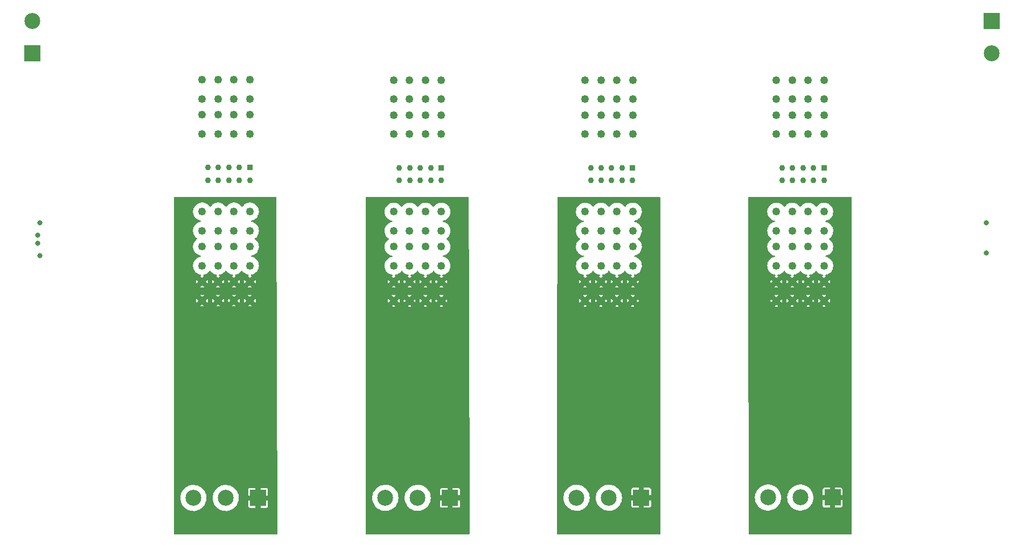
<source format=gbr>
%TF.GenerationSoftware,KiCad,Pcbnew,(6.0.1-0)*%
%TF.CreationDate,2023-01-20T10:28:08-08:00*%
%TF.ProjectId,ESC Mother,45534320-4d6f-4746-9865-722e6b696361,rev?*%
%TF.SameCoordinates,Original*%
%TF.FileFunction,Copper,L2,Inr*%
%TF.FilePolarity,Positive*%
%FSLAX46Y46*%
G04 Gerber Fmt 4.6, Leading zero omitted, Abs format (unit mm)*
G04 Created by KiCad (PCBNEW (6.0.1-0)) date 2023-01-20 10:28:08*
%MOMM*%
%LPD*%
G01*
G04 APERTURE LIST*
%TA.AperFunction,ComponentPad*%
%ADD10R,2.500000X2.500000*%
%TD*%
%TA.AperFunction,ComponentPad*%
%ADD11C,2.500000*%
%TD*%
%TA.AperFunction,ComponentPad*%
%ADD12R,0.930000X0.930000*%
%TD*%
%TA.AperFunction,ComponentPad*%
%ADD13C,0.930000*%
%TD*%
%TA.AperFunction,ComponentPad*%
%ADD14C,1.250000*%
%TD*%
%TA.AperFunction,ViaPad*%
%ADD15C,0.800000*%
%TD*%
G04 APERTURE END LIST*
D10*
%TO.N,/16V*%
%TO.C,+*%
X184850000Y-48600000D03*
D11*
%TO.N,GND*%
X184850000Y-53680000D03*
%TD*%
D10*
%TO.N,/Phase_1_T3*%
%TO.C,T3*%
X99675000Y-123590000D03*
D11*
%TO.N,/Phase_2_T3*%
X94595000Y-123590000D03*
%TO.N,/Phase_3_T3*%
X89515000Y-123590000D03*
%TD*%
D10*
%TO.N,/Phase_1_T4*%
%TO.C,T4*%
X69510000Y-123610000D03*
D11*
%TO.N,/Phase_2_T4*%
X64430000Y-123610000D03*
%TO.N,/Phase_3_T4*%
X59350000Y-123610000D03*
%TD*%
D10*
%TO.N,/Phase_1_T1*%
%TO.C,T1*%
X159810000Y-123540000D03*
D11*
%TO.N,/Phase_2_T1*%
X154730000Y-123540000D03*
%TO.N,/Phase_3_T1*%
X149650000Y-123540000D03*
%TD*%
D12*
%TO.N,unconnected-(J17-Pad01)*%
%TO.C,J4*%
X68190000Y-71630000D03*
D13*
%TO.N,unconnected-(J17-Pad02)*%
X68190000Y-73630000D03*
%TO.N,unconnected-(J17-Pad03)*%
X66540000Y-71630000D03*
%TO.N,unconnected-(J17-Pad04)*%
X66540000Y-73630000D03*
%TO.N,unconnected-(J17-Pad05)*%
X64890000Y-71630000D03*
%TO.N,unconnected-(J17-Pad06)*%
X64890000Y-73630000D03*
%TO.N,/CAL*%
X63240000Y-71630000D03*
%TO.N,/CAH*%
X63240000Y-73630000D03*
%TO.N,+5V*%
X61590000Y-71630000D03*
%TO.N,GND*%
X61590000Y-73630000D03*
D14*
%TO.N,/16V*%
X68210000Y-57840000D03*
X65710000Y-57840000D03*
X63210000Y-57840000D03*
X60710000Y-57840000D03*
X68210000Y-60840000D03*
X65710000Y-60840000D03*
X63210000Y-60840000D03*
X60710000Y-60840000D03*
%TO.N,GND*%
X68210000Y-63340000D03*
X65710000Y-63340000D03*
X63210000Y-63340000D03*
X60710000Y-63340000D03*
X68210000Y-66340000D03*
X65710000Y-66340000D03*
X63210000Y-66340000D03*
X60710000Y-66340000D03*
%TO.N,/Phase_3_T4*%
X68210000Y-78560000D03*
X65710000Y-78560000D03*
X63210000Y-78560000D03*
X60710000Y-78560000D03*
X68210000Y-81560000D03*
X65710000Y-81560000D03*
X63210000Y-81560000D03*
X60710000Y-81560000D03*
%TO.N,/Phase_2_T4*%
X68210000Y-84060000D03*
X65710000Y-84060000D03*
X63210000Y-84060000D03*
X60710000Y-84060000D03*
X68210000Y-87060000D03*
X65710000Y-87060000D03*
X63210000Y-87060000D03*
X60710000Y-87060000D03*
%TO.N,/Phase_1_T4*%
X68210000Y-89560000D03*
X65710000Y-89560000D03*
X63210000Y-89560000D03*
X60710000Y-89560000D03*
X68210000Y-92560000D03*
X65710000Y-92560000D03*
X63210000Y-92560000D03*
X60710000Y-92560000D03*
%TD*%
D12*
%TO.N,unconnected-(J2-Pad01)*%
%TO.C,J2*%
X128380000Y-71650000D03*
D13*
%TO.N,unconnected-(J2-Pad02)*%
X128380000Y-73650000D03*
%TO.N,unconnected-(J2-Pad03)*%
X126730000Y-71650000D03*
%TO.N,unconnected-(J2-Pad04)*%
X126730000Y-73650000D03*
%TO.N,unconnected-(J2-Pad05)*%
X125080000Y-71650000D03*
%TO.N,unconnected-(J2-Pad06)*%
X125080000Y-73650000D03*
%TO.N,/CAL*%
X123430000Y-71650000D03*
%TO.N,/CAH*%
X123430000Y-73650000D03*
%TO.N,+5V*%
X121780000Y-71650000D03*
%TO.N,GND*%
X121780000Y-73650000D03*
D14*
%TO.N,/16V*%
X128400000Y-57860000D03*
X125900000Y-57860000D03*
X123400000Y-57860000D03*
X120900000Y-57860000D03*
X128400000Y-60860000D03*
X125900000Y-60860000D03*
X123400000Y-60860000D03*
X120900000Y-60860000D03*
%TO.N,GND*%
X128400000Y-63360000D03*
X125900000Y-63360000D03*
X123400000Y-63360000D03*
X120900000Y-63360000D03*
X128400000Y-66360000D03*
X125900000Y-66360000D03*
X123400000Y-66360000D03*
X120900000Y-66360000D03*
%TO.N,/Phase_3_T2*%
X128400000Y-78580000D03*
X125900000Y-78580000D03*
X123400000Y-78580000D03*
X120900000Y-78580000D03*
X128400000Y-81580000D03*
X125900000Y-81580000D03*
X123400000Y-81580000D03*
X120900000Y-81580000D03*
%TO.N,/Phase_2_T2*%
X128400000Y-84080000D03*
X125900000Y-84080000D03*
X123400000Y-84080000D03*
X120900000Y-84080000D03*
X128400000Y-87080000D03*
X125900000Y-87080000D03*
X123400000Y-87080000D03*
X120900000Y-87080000D03*
%TO.N,/Phase_1_T2*%
X128400000Y-89580000D03*
X125900000Y-89580000D03*
X123400000Y-89580000D03*
X120900000Y-89580000D03*
X128400000Y-92580000D03*
X125900000Y-92580000D03*
X123400000Y-92580000D03*
X120900000Y-92580000D03*
%TD*%
D12*
%TO.N,unconnected-(J3-Pad01)*%
%TO.C,J3*%
X98300000Y-71650000D03*
D13*
%TO.N,unconnected-(J3-Pad02)*%
X98300000Y-73650000D03*
%TO.N,unconnected-(J3-Pad03)*%
X96650000Y-71650000D03*
%TO.N,unconnected-(J3-Pad04)*%
X96650000Y-73650000D03*
%TO.N,unconnected-(J3-Pad05)*%
X95000000Y-71650000D03*
%TO.N,unconnected-(J3-Pad06)*%
X95000000Y-73650000D03*
%TO.N,/CAL*%
X93350000Y-71650000D03*
%TO.N,/CAH*%
X93350000Y-73650000D03*
%TO.N,+5V*%
X91700000Y-71650000D03*
%TO.N,GND*%
X91700000Y-73650000D03*
D14*
%TO.N,/16V*%
X98320000Y-57860000D03*
X95820000Y-57860000D03*
X93320000Y-57860000D03*
X90820000Y-57860000D03*
X98320000Y-60860000D03*
X95820000Y-60860000D03*
X93320000Y-60860000D03*
X90820000Y-60860000D03*
%TO.N,GND*%
X98320000Y-63360000D03*
X95820000Y-63360000D03*
X93320000Y-63360000D03*
X90820000Y-63360000D03*
X98320000Y-66360000D03*
X95820000Y-66360000D03*
X93320000Y-66360000D03*
X90820000Y-66360000D03*
%TO.N,/Phase_3_T3*%
X98320000Y-78580000D03*
X95820000Y-78580000D03*
X93320000Y-78580000D03*
X90820000Y-78580000D03*
X98320000Y-81580000D03*
X95820000Y-81580000D03*
X93320000Y-81580000D03*
X90820000Y-81580000D03*
%TO.N,/Phase_2_T3*%
X98320000Y-84080000D03*
X95820000Y-84080000D03*
X93320000Y-84080000D03*
X90820000Y-84080000D03*
X98320000Y-87080000D03*
X95820000Y-87080000D03*
X93320000Y-87080000D03*
X90820000Y-87080000D03*
%TO.N,/Phase_1_T3*%
X98320000Y-89580000D03*
X95820000Y-89580000D03*
X93320000Y-89580000D03*
X90820000Y-89580000D03*
X98320000Y-92580000D03*
X95820000Y-92580000D03*
X93320000Y-92580000D03*
X90820000Y-92580000D03*
%TD*%
D10*
%TO.N,/Phase_1_T2*%
%TO.C,T2*%
X129725000Y-123570000D03*
D11*
%TO.N,/Phase_2_T2*%
X124645000Y-123570000D03*
%TO.N,/Phase_3_T2*%
X119565000Y-123570000D03*
%TD*%
D12*
%TO.N,unconnected-(J1-Pad01)*%
%TO.C,J1*%
X158450000Y-71650000D03*
D13*
%TO.N,unconnected-(J1-Pad02)*%
X158450000Y-73650000D03*
%TO.N,unconnected-(J1-Pad03)*%
X156800000Y-71650000D03*
%TO.N,unconnected-(J1-Pad04)*%
X156800000Y-73650000D03*
%TO.N,unconnected-(J1-Pad05)*%
X155150000Y-71650000D03*
%TO.N,unconnected-(J1-Pad06)*%
X155150000Y-73650000D03*
%TO.N,/CAL*%
X153500000Y-71650000D03*
%TO.N,/CAH*%
X153500000Y-73650000D03*
%TO.N,+5V*%
X151850000Y-71650000D03*
%TO.N,GND*%
X151850000Y-73650000D03*
D14*
%TO.N,/16V*%
X158470000Y-57860000D03*
X155970000Y-57860000D03*
X153470000Y-57860000D03*
X150970000Y-57860000D03*
X158470000Y-60860000D03*
X155970000Y-60860000D03*
X153470000Y-60860000D03*
X150970000Y-60860000D03*
%TO.N,GND*%
X158470000Y-63360000D03*
X155970000Y-63360000D03*
X153470000Y-63360000D03*
X150970000Y-63360000D03*
X158470000Y-66360000D03*
X155970000Y-66360000D03*
X153470000Y-66360000D03*
X150970000Y-66360000D03*
%TO.N,/Phase_3_T1*%
X158470000Y-78580000D03*
X155970000Y-78580000D03*
X153470000Y-78580000D03*
X150970000Y-78580000D03*
X158470000Y-81580000D03*
X155970000Y-81580000D03*
X153470000Y-81580000D03*
X150970000Y-81580000D03*
%TO.N,/Phase_2_T1*%
X158470000Y-84080000D03*
X155970000Y-84080000D03*
X153470000Y-84080000D03*
X150970000Y-84080000D03*
X158470000Y-87080000D03*
X155970000Y-87080000D03*
X153470000Y-87080000D03*
X150970000Y-87080000D03*
%TO.N,/Phase_1_T1*%
X158470000Y-89580000D03*
X155970000Y-89580000D03*
X153470000Y-89580000D03*
X150970000Y-89580000D03*
X158470000Y-92580000D03*
X155970000Y-92580000D03*
X153470000Y-92580000D03*
X150970000Y-92580000D03*
%TD*%
D10*
%TO.N,/16V*%
%TO.C,-*%
X34025000Y-53695000D03*
D11*
%TO.N,GND*%
X34025000Y-48615000D03*
%TD*%
D15*
%TO.N,GND*%
X35240000Y-85490000D03*
X183950000Y-80300000D03*
%TO.N,/CAL*%
X34850000Y-82300000D03*
%TO.N,/CAH*%
X34850000Y-83560000D03*
%TO.N,+5V*%
X35240000Y-80340000D03*
X183950000Y-85030000D03*
%TD*%
%TA.AperFunction,Conductor*%
%TO.N,/Phase_1_T3*%
G36*
X102522758Y-76258046D02*
G01*
X102580924Y-76277025D01*
X102616827Y-76326569D01*
X102621635Y-76356842D01*
X102654443Y-92391780D01*
X102729797Y-129220858D01*
X102711009Y-129279088D01*
X102661582Y-129315153D01*
X102630859Y-129320061D01*
X97334046Y-129323314D01*
X86548970Y-129329939D01*
X86490767Y-129311067D01*
X86454773Y-129261590D01*
X86449909Y-129231030D01*
X86446627Y-125642421D01*
X86444730Y-123568477D01*
X87459822Y-123568477D01*
X87460016Y-123571842D01*
X87460016Y-123571846D01*
X87463545Y-123633043D01*
X87475916Y-123847596D01*
X87529741Y-124121948D01*
X87620303Y-124386457D01*
X87745925Y-124636228D01*
X87904282Y-124866639D01*
X87906552Y-124869133D01*
X87906553Y-124869135D01*
X87951948Y-124919023D01*
X88092444Y-125073427D01*
X88306930Y-125252765D01*
X88543771Y-125401335D01*
X88546839Y-125402720D01*
X88546846Y-125402724D01*
X88712358Y-125477455D01*
X88798583Y-125516387D01*
X88801805Y-125517341D01*
X88801812Y-125517344D01*
X89016263Y-125580867D01*
X89066652Y-125595793D01*
X89069977Y-125596302D01*
X89069978Y-125596302D01*
X89339684Y-125637573D01*
X89339687Y-125637573D01*
X89343018Y-125638083D01*
X89346389Y-125638136D01*
X89346390Y-125638136D01*
X89394571Y-125638893D01*
X89622566Y-125642474D01*
X89625903Y-125642070D01*
X89625907Y-125642070D01*
X89896779Y-125609291D01*
X89896784Y-125609290D01*
X89900123Y-125608886D01*
X90170554Y-125537940D01*
X90336590Y-125469165D01*
X90425746Y-125432236D01*
X90425749Y-125432235D01*
X90428855Y-125430948D01*
X90431760Y-125429251D01*
X90431763Y-125429249D01*
X90667329Y-125291595D01*
X90670245Y-125289891D01*
X90890258Y-125117379D01*
X91084823Y-124916603D01*
X91094557Y-124903353D01*
X91151843Y-124825366D01*
X91250340Y-124691280D01*
X91281864Y-124633221D01*
X91382136Y-124448541D01*
X91383745Y-124445578D01*
X91482570Y-124184044D01*
X91527012Y-123990000D01*
X91544234Y-123914808D01*
X91544235Y-123914801D01*
X91544987Y-123911518D01*
X91569840Y-123633043D01*
X91570291Y-123590000D01*
X91568824Y-123568477D01*
X92539822Y-123568477D01*
X92540016Y-123571842D01*
X92540016Y-123571846D01*
X92543545Y-123633043D01*
X92555916Y-123847596D01*
X92609741Y-124121948D01*
X92700303Y-124386457D01*
X92825925Y-124636228D01*
X92984282Y-124866639D01*
X92986552Y-124869133D01*
X92986553Y-124869135D01*
X93031948Y-124919023D01*
X93172444Y-125073427D01*
X93386930Y-125252765D01*
X93623771Y-125401335D01*
X93626839Y-125402720D01*
X93626846Y-125402724D01*
X93792358Y-125477455D01*
X93878583Y-125516387D01*
X93881805Y-125517341D01*
X93881812Y-125517344D01*
X94096263Y-125580867D01*
X94146652Y-125595793D01*
X94149977Y-125596302D01*
X94149978Y-125596302D01*
X94419684Y-125637573D01*
X94419687Y-125637573D01*
X94423018Y-125638083D01*
X94426389Y-125638136D01*
X94426390Y-125638136D01*
X94474571Y-125638893D01*
X94702566Y-125642474D01*
X94705903Y-125642070D01*
X94705907Y-125642070D01*
X94976779Y-125609291D01*
X94976784Y-125609290D01*
X94980123Y-125608886D01*
X95250554Y-125537940D01*
X95416590Y-125469165D01*
X95505746Y-125432236D01*
X95505749Y-125432235D01*
X95508855Y-125430948D01*
X95511760Y-125429251D01*
X95511763Y-125429249D01*
X95747329Y-125291595D01*
X95750245Y-125289891D01*
X95970258Y-125117379D01*
X96164823Y-124916603D01*
X96174557Y-124903353D01*
X96190507Y-124881639D01*
X98125000Y-124881639D01*
X98125346Y-124887485D01*
X98127234Y-124903353D01*
X98131128Y-124917519D01*
X98169770Y-125004514D01*
X98179946Y-125019321D01*
X98246108Y-125085367D01*
X98260931Y-125095517D01*
X98347980Y-125134000D01*
X98362185Y-125137873D01*
X98377580Y-125139668D01*
X98383292Y-125140000D01*
X99259320Y-125140000D01*
X99272005Y-125135878D01*
X99275000Y-125131757D01*
X99275000Y-125124320D01*
X100075000Y-125124320D01*
X100079122Y-125137005D01*
X100083243Y-125140000D01*
X100966639Y-125140000D01*
X100972485Y-125139654D01*
X100988353Y-125137766D01*
X101002519Y-125133872D01*
X101089514Y-125095230D01*
X101104321Y-125085054D01*
X101170367Y-125018892D01*
X101180517Y-125004069D01*
X101219000Y-124917020D01*
X101222873Y-124902815D01*
X101224668Y-124887420D01*
X101225000Y-124881708D01*
X101225000Y-124005680D01*
X101220878Y-123992995D01*
X101216757Y-123990000D01*
X100090680Y-123990000D01*
X100077995Y-123994122D01*
X100075000Y-123998243D01*
X100075000Y-125124320D01*
X99275000Y-125124320D01*
X99275000Y-124005680D01*
X99270878Y-123992995D01*
X99266757Y-123990000D01*
X98140680Y-123990000D01*
X98127995Y-123994122D01*
X98125000Y-123998243D01*
X98125000Y-124881639D01*
X96190507Y-124881639D01*
X96231843Y-124825366D01*
X96330340Y-124691280D01*
X96361864Y-124633221D01*
X96462136Y-124448541D01*
X96463745Y-124445578D01*
X96562570Y-124184044D01*
X96607012Y-123990000D01*
X96624234Y-123914808D01*
X96624235Y-123914801D01*
X96624987Y-123911518D01*
X96649840Y-123633043D01*
X96650291Y-123590000D01*
X96631275Y-123311065D01*
X96602956Y-123174320D01*
X98125000Y-123174320D01*
X98129122Y-123187005D01*
X98133243Y-123190000D01*
X99259320Y-123190000D01*
X99272005Y-123185878D01*
X99275000Y-123181757D01*
X99275000Y-123174320D01*
X100075000Y-123174320D01*
X100079122Y-123187005D01*
X100083243Y-123190000D01*
X101209320Y-123190000D01*
X101222005Y-123185878D01*
X101225000Y-123181757D01*
X101225000Y-122298361D01*
X101224654Y-122292515D01*
X101222766Y-122276647D01*
X101218872Y-122262481D01*
X101180230Y-122175486D01*
X101170054Y-122160679D01*
X101103892Y-122094633D01*
X101089069Y-122084483D01*
X101002020Y-122046000D01*
X100987815Y-122042127D01*
X100972420Y-122040332D01*
X100966708Y-122040000D01*
X100090680Y-122040000D01*
X100077995Y-122044122D01*
X100075000Y-122048243D01*
X100075000Y-123174320D01*
X99275000Y-123174320D01*
X99275000Y-122055680D01*
X99270878Y-122042995D01*
X99266757Y-122040000D01*
X98383361Y-122040000D01*
X98377515Y-122040346D01*
X98361647Y-122042234D01*
X98347481Y-122046128D01*
X98260486Y-122084770D01*
X98245679Y-122094946D01*
X98179633Y-122161108D01*
X98169483Y-122175931D01*
X98131000Y-122262980D01*
X98127127Y-122277185D01*
X98125332Y-122292580D01*
X98125000Y-122298292D01*
X98125000Y-123174320D01*
X96602956Y-123174320D01*
X96574579Y-123037292D01*
X96481253Y-122773746D01*
X96469542Y-122751056D01*
X96354573Y-122528308D01*
X96354570Y-122528302D01*
X96353022Y-122525304D01*
X96192261Y-122296563D01*
X96188500Y-122292515D01*
X96004907Y-122094946D01*
X96001944Y-122091757D01*
X95941439Y-122042234D01*
X95788204Y-121916814D01*
X95785591Y-121914675D01*
X95547208Y-121768594D01*
X95544126Y-121767241D01*
X95294288Y-121657569D01*
X95294284Y-121657567D01*
X95291205Y-121656216D01*
X95241917Y-121642176D01*
X95025571Y-121580548D01*
X95025566Y-121580547D01*
X95022319Y-121579622D01*
X94745526Y-121540229D01*
X94742159Y-121540211D01*
X94742154Y-121540211D01*
X94617187Y-121539557D01*
X94465947Y-121538765D01*
X94188757Y-121575257D01*
X94185506Y-121576146D01*
X94185503Y-121576147D01*
X94094615Y-121601012D01*
X93919083Y-121649032D01*
X93661917Y-121758722D01*
X93422018Y-121902299D01*
X93203823Y-122077106D01*
X93201499Y-122079555D01*
X93014466Y-122276647D01*
X93011371Y-122279908D01*
X93009406Y-122282643D01*
X93009404Y-122282645D01*
X92997421Y-122299322D01*
X92848223Y-122506952D01*
X92717398Y-122754038D01*
X92621317Y-123016592D01*
X92620599Y-123019887D01*
X92586927Y-123174320D01*
X92561757Y-123289757D01*
X92539822Y-123568477D01*
X91568824Y-123568477D01*
X91551275Y-123311065D01*
X91494579Y-123037292D01*
X91401253Y-122773746D01*
X91389542Y-122751056D01*
X91274573Y-122528308D01*
X91274570Y-122528302D01*
X91273022Y-122525304D01*
X91112261Y-122296563D01*
X91108500Y-122292515D01*
X90924907Y-122094946D01*
X90921944Y-122091757D01*
X90861439Y-122042234D01*
X90708204Y-121916814D01*
X90705591Y-121914675D01*
X90467208Y-121768594D01*
X90464126Y-121767241D01*
X90214288Y-121657569D01*
X90214284Y-121657567D01*
X90211205Y-121656216D01*
X90161917Y-121642176D01*
X89945571Y-121580548D01*
X89945566Y-121580547D01*
X89942319Y-121579622D01*
X89665526Y-121540229D01*
X89662159Y-121540211D01*
X89662154Y-121540211D01*
X89537187Y-121539557D01*
X89385947Y-121538765D01*
X89108757Y-121575257D01*
X89105506Y-121576146D01*
X89105503Y-121576147D01*
X89014615Y-121601012D01*
X88839083Y-121649032D01*
X88581917Y-121758722D01*
X88342018Y-121902299D01*
X88123823Y-122077106D01*
X88121499Y-122079555D01*
X87934466Y-122276647D01*
X87931371Y-122279908D01*
X87929406Y-122282643D01*
X87929404Y-122282645D01*
X87917421Y-122299322D01*
X87768223Y-122506952D01*
X87637398Y-122754038D01*
X87541317Y-123016592D01*
X87540599Y-123019887D01*
X87506927Y-123174320D01*
X87481757Y-123289757D01*
X87459822Y-123568477D01*
X86444730Y-123568477D01*
X86417180Y-93453079D01*
X90517163Y-93453079D01*
X90526349Y-93461796D01*
X90527847Y-93462463D01*
X90537659Y-93465651D01*
X90717705Y-93503921D01*
X90727968Y-93505000D01*
X90912032Y-93505000D01*
X90922295Y-93503921D01*
X91102341Y-93465651D01*
X91112153Y-93462463D01*
X91114869Y-93461254D01*
X91122616Y-93454279D01*
X91122044Y-93453079D01*
X93017163Y-93453079D01*
X93026349Y-93461796D01*
X93027847Y-93462463D01*
X93037659Y-93465651D01*
X93217705Y-93503921D01*
X93227968Y-93505000D01*
X93412032Y-93505000D01*
X93422295Y-93503921D01*
X93602341Y-93465651D01*
X93612153Y-93462463D01*
X93614869Y-93461254D01*
X93622616Y-93454279D01*
X93622044Y-93453079D01*
X95517163Y-93453079D01*
X95526349Y-93461796D01*
X95527847Y-93462463D01*
X95537659Y-93465651D01*
X95717705Y-93503921D01*
X95727968Y-93505000D01*
X95912032Y-93505000D01*
X95922295Y-93503921D01*
X96102341Y-93465651D01*
X96112153Y-93462463D01*
X96114869Y-93461254D01*
X96122616Y-93454279D01*
X96122044Y-93453079D01*
X98017163Y-93453079D01*
X98026349Y-93461796D01*
X98027847Y-93462463D01*
X98037659Y-93465651D01*
X98217705Y-93503921D01*
X98227968Y-93505000D01*
X98412032Y-93505000D01*
X98422295Y-93503921D01*
X98602341Y-93465651D01*
X98612153Y-93462463D01*
X98614869Y-93461254D01*
X98622616Y-93454279D01*
X98617164Y-93442849D01*
X98331088Y-93156774D01*
X98319202Y-93150718D01*
X98314171Y-93151514D01*
X98021897Y-93443788D01*
X98017163Y-93453079D01*
X96122044Y-93453079D01*
X96117164Y-93442849D01*
X95831088Y-93156774D01*
X95819202Y-93150718D01*
X95814171Y-93151514D01*
X95521897Y-93443788D01*
X95517163Y-93453079D01*
X93622044Y-93453079D01*
X93617164Y-93442849D01*
X93331088Y-93156774D01*
X93319202Y-93150718D01*
X93314171Y-93151514D01*
X93021897Y-93443788D01*
X93017163Y-93453079D01*
X91122044Y-93453079D01*
X91117164Y-93442849D01*
X90831088Y-93156774D01*
X90819202Y-93150718D01*
X90814171Y-93151514D01*
X90521897Y-93443788D01*
X90517163Y-93453079D01*
X86417180Y-93453079D01*
X86416649Y-92872212D01*
X86416386Y-92585157D01*
X89890447Y-92585157D01*
X89909688Y-92768220D01*
X89911832Y-92778310D01*
X89942344Y-92872212D01*
X89949040Y-92881429D01*
X89954736Y-92879578D01*
X90243228Y-92591086D01*
X90248470Y-92580797D01*
X91390718Y-92580797D01*
X91391514Y-92585828D01*
X91681725Y-92876039D01*
X91691873Y-92881210D01*
X91696109Y-92876974D01*
X91728168Y-92778310D01*
X91730312Y-92768220D01*
X91749553Y-92585157D01*
X92390447Y-92585157D01*
X92409688Y-92768220D01*
X92411832Y-92778310D01*
X92442344Y-92872212D01*
X92449040Y-92881429D01*
X92454736Y-92879578D01*
X92743228Y-92591086D01*
X92748470Y-92580797D01*
X93890718Y-92580797D01*
X93891514Y-92585828D01*
X94181725Y-92876039D01*
X94191873Y-92881210D01*
X94196109Y-92876974D01*
X94228168Y-92778310D01*
X94230312Y-92768220D01*
X94249553Y-92585157D01*
X94890447Y-92585157D01*
X94909688Y-92768220D01*
X94911832Y-92778310D01*
X94942344Y-92872212D01*
X94949040Y-92881429D01*
X94954736Y-92879578D01*
X95243228Y-92591086D01*
X95248470Y-92580797D01*
X96390718Y-92580797D01*
X96391514Y-92585828D01*
X96681725Y-92876039D01*
X96691873Y-92881210D01*
X96696109Y-92876974D01*
X96728168Y-92778310D01*
X96730312Y-92768220D01*
X96749553Y-92585157D01*
X97390447Y-92585157D01*
X97409688Y-92768220D01*
X97411832Y-92778310D01*
X97442344Y-92872212D01*
X97449040Y-92881429D01*
X97454736Y-92879578D01*
X97743228Y-92591086D01*
X97748470Y-92580797D01*
X98890718Y-92580797D01*
X98891514Y-92585828D01*
X99181725Y-92876039D01*
X99191873Y-92881210D01*
X99196109Y-92876974D01*
X99228168Y-92778310D01*
X99230312Y-92768220D01*
X99249553Y-92585157D01*
X99249553Y-92574843D01*
X99230312Y-92391780D01*
X99228168Y-92381690D01*
X99197656Y-92287788D01*
X99190960Y-92278571D01*
X99185264Y-92280422D01*
X98896772Y-92568914D01*
X98890718Y-92580797D01*
X97748470Y-92580797D01*
X97749282Y-92579203D01*
X97748486Y-92574172D01*
X97458275Y-92283961D01*
X97448127Y-92278790D01*
X97443891Y-92283026D01*
X97411832Y-92381690D01*
X97409688Y-92391780D01*
X97390447Y-92574843D01*
X97390447Y-92585157D01*
X96749553Y-92585157D01*
X96749553Y-92574843D01*
X96730312Y-92391780D01*
X96728168Y-92381690D01*
X96697656Y-92287788D01*
X96690960Y-92278571D01*
X96685264Y-92280422D01*
X96396772Y-92568914D01*
X96390718Y-92580797D01*
X95248470Y-92580797D01*
X95249282Y-92579203D01*
X95248486Y-92574172D01*
X94958275Y-92283961D01*
X94948127Y-92278790D01*
X94943891Y-92283026D01*
X94911832Y-92381690D01*
X94909688Y-92391780D01*
X94890447Y-92574843D01*
X94890447Y-92585157D01*
X94249553Y-92585157D01*
X94249553Y-92574843D01*
X94230312Y-92391780D01*
X94228168Y-92381690D01*
X94197656Y-92287788D01*
X94190960Y-92278571D01*
X94185264Y-92280422D01*
X93896772Y-92568914D01*
X93890718Y-92580797D01*
X92748470Y-92580797D01*
X92749282Y-92579203D01*
X92748486Y-92574172D01*
X92458275Y-92283961D01*
X92448127Y-92278790D01*
X92443891Y-92283026D01*
X92411832Y-92381690D01*
X92409688Y-92391780D01*
X92390447Y-92574843D01*
X92390447Y-92585157D01*
X91749553Y-92585157D01*
X91749553Y-92574843D01*
X91730312Y-92391780D01*
X91728168Y-92381690D01*
X91697656Y-92287788D01*
X91690960Y-92278571D01*
X91685264Y-92280422D01*
X91396772Y-92568914D01*
X91390718Y-92580797D01*
X90248470Y-92580797D01*
X90249282Y-92579203D01*
X90248486Y-92574172D01*
X89958275Y-92283961D01*
X89948127Y-92278790D01*
X89943891Y-92283026D01*
X89911832Y-92381690D01*
X89909688Y-92391780D01*
X89890447Y-92574843D01*
X89890447Y-92585157D01*
X86416386Y-92585157D01*
X86415582Y-91705721D01*
X90517384Y-91705721D01*
X90522836Y-91717151D01*
X90808912Y-92003226D01*
X90820798Y-92009282D01*
X90825829Y-92008486D01*
X91118103Y-91716212D01*
X91122837Y-91706921D01*
X91121572Y-91705721D01*
X93017384Y-91705721D01*
X93022836Y-91717151D01*
X93308912Y-92003226D01*
X93320798Y-92009282D01*
X93325829Y-92008486D01*
X93618103Y-91716212D01*
X93622837Y-91706921D01*
X93621572Y-91705721D01*
X95517384Y-91705721D01*
X95522836Y-91717151D01*
X95808912Y-92003226D01*
X95820798Y-92009282D01*
X95825829Y-92008486D01*
X96118103Y-91716212D01*
X96122837Y-91706921D01*
X96121572Y-91705721D01*
X98017384Y-91705721D01*
X98022836Y-91717151D01*
X98308912Y-92003226D01*
X98320798Y-92009282D01*
X98325829Y-92008486D01*
X98618103Y-91716212D01*
X98622837Y-91706921D01*
X98613651Y-91698204D01*
X98612153Y-91697537D01*
X98602341Y-91694349D01*
X98422295Y-91656079D01*
X98412032Y-91655000D01*
X98227968Y-91655000D01*
X98217705Y-91656079D01*
X98037659Y-91694349D01*
X98027847Y-91697537D01*
X98025131Y-91698746D01*
X98017384Y-91705721D01*
X96121572Y-91705721D01*
X96113651Y-91698204D01*
X96112153Y-91697537D01*
X96102341Y-91694349D01*
X95922295Y-91656079D01*
X95912032Y-91655000D01*
X95727968Y-91655000D01*
X95717705Y-91656079D01*
X95537659Y-91694349D01*
X95527847Y-91697537D01*
X95525131Y-91698746D01*
X95517384Y-91705721D01*
X93621572Y-91705721D01*
X93613651Y-91698204D01*
X93612153Y-91697537D01*
X93602341Y-91694349D01*
X93422295Y-91656079D01*
X93412032Y-91655000D01*
X93227968Y-91655000D01*
X93217705Y-91656079D01*
X93037659Y-91694349D01*
X93027847Y-91697537D01*
X93025131Y-91698746D01*
X93017384Y-91705721D01*
X91121572Y-91705721D01*
X91113651Y-91698204D01*
X91112153Y-91697537D01*
X91102341Y-91694349D01*
X90922295Y-91656079D01*
X90912032Y-91655000D01*
X90727968Y-91655000D01*
X90717705Y-91656079D01*
X90537659Y-91694349D01*
X90527847Y-91697537D01*
X90525131Y-91698746D01*
X90517384Y-91705721D01*
X86415582Y-91705721D01*
X86414436Y-90453079D01*
X90517163Y-90453079D01*
X90526349Y-90461796D01*
X90527847Y-90462463D01*
X90537659Y-90465651D01*
X90717705Y-90503921D01*
X90727968Y-90505000D01*
X90912032Y-90505000D01*
X90922295Y-90503921D01*
X91102341Y-90465651D01*
X91112153Y-90462463D01*
X91114869Y-90461254D01*
X91122616Y-90454279D01*
X91122044Y-90453079D01*
X93017163Y-90453079D01*
X93026349Y-90461796D01*
X93027847Y-90462463D01*
X93037659Y-90465651D01*
X93217705Y-90503921D01*
X93227968Y-90505000D01*
X93412032Y-90505000D01*
X93422295Y-90503921D01*
X93602341Y-90465651D01*
X93612153Y-90462463D01*
X93614869Y-90461254D01*
X93622616Y-90454279D01*
X93622044Y-90453079D01*
X95517163Y-90453079D01*
X95526349Y-90461796D01*
X95527847Y-90462463D01*
X95537659Y-90465651D01*
X95717705Y-90503921D01*
X95727968Y-90505000D01*
X95912032Y-90505000D01*
X95922295Y-90503921D01*
X96102341Y-90465651D01*
X96112153Y-90462463D01*
X96114869Y-90461254D01*
X96122616Y-90454279D01*
X96122044Y-90453079D01*
X98017163Y-90453079D01*
X98026349Y-90461796D01*
X98027847Y-90462463D01*
X98037659Y-90465651D01*
X98217705Y-90503921D01*
X98227968Y-90505000D01*
X98412032Y-90505000D01*
X98422295Y-90503921D01*
X98602341Y-90465651D01*
X98612153Y-90462463D01*
X98614869Y-90461254D01*
X98622616Y-90454279D01*
X98617164Y-90442849D01*
X98331088Y-90156774D01*
X98319202Y-90150718D01*
X98314171Y-90151514D01*
X98021897Y-90443788D01*
X98017163Y-90453079D01*
X96122044Y-90453079D01*
X96117164Y-90442849D01*
X95831088Y-90156774D01*
X95819202Y-90150718D01*
X95814171Y-90151514D01*
X95521897Y-90443788D01*
X95517163Y-90453079D01*
X93622044Y-90453079D01*
X93617164Y-90442849D01*
X93331088Y-90156774D01*
X93319202Y-90150718D01*
X93314171Y-90151514D01*
X93021897Y-90443788D01*
X93017163Y-90453079D01*
X91122044Y-90453079D01*
X91117164Y-90442849D01*
X90831088Y-90156774D01*
X90819202Y-90150718D01*
X90814171Y-90151514D01*
X90521897Y-90443788D01*
X90517163Y-90453079D01*
X86414436Y-90453079D01*
X86413642Y-89585157D01*
X89890447Y-89585157D01*
X89909688Y-89768220D01*
X89911832Y-89778310D01*
X89942344Y-89872212D01*
X89949040Y-89881429D01*
X89954736Y-89879578D01*
X90243228Y-89591086D01*
X90248470Y-89580797D01*
X91390718Y-89580797D01*
X91391514Y-89585828D01*
X91681725Y-89876039D01*
X91691873Y-89881210D01*
X91696109Y-89876974D01*
X91728168Y-89778310D01*
X91730312Y-89768220D01*
X91749553Y-89585157D01*
X92390447Y-89585157D01*
X92409688Y-89768220D01*
X92411832Y-89778310D01*
X92442344Y-89872212D01*
X92449040Y-89881429D01*
X92454736Y-89879578D01*
X92743228Y-89591086D01*
X92748470Y-89580797D01*
X93890718Y-89580797D01*
X93891514Y-89585828D01*
X94181725Y-89876039D01*
X94191873Y-89881210D01*
X94196109Y-89876974D01*
X94228168Y-89778310D01*
X94230312Y-89768220D01*
X94249553Y-89585157D01*
X94890447Y-89585157D01*
X94909688Y-89768220D01*
X94911832Y-89778310D01*
X94942344Y-89872212D01*
X94949040Y-89881429D01*
X94954736Y-89879578D01*
X95243228Y-89591086D01*
X95248470Y-89580797D01*
X96390718Y-89580797D01*
X96391514Y-89585828D01*
X96681725Y-89876039D01*
X96691873Y-89881210D01*
X96696109Y-89876974D01*
X96728168Y-89778310D01*
X96730312Y-89768220D01*
X96749553Y-89585157D01*
X97390447Y-89585157D01*
X97409688Y-89768220D01*
X97411832Y-89778310D01*
X97442344Y-89872212D01*
X97449040Y-89881429D01*
X97454736Y-89879578D01*
X97743228Y-89591086D01*
X97748470Y-89580797D01*
X98890718Y-89580797D01*
X98891514Y-89585828D01*
X99181725Y-89876039D01*
X99191873Y-89881210D01*
X99196109Y-89876974D01*
X99228168Y-89778310D01*
X99230312Y-89768220D01*
X99249553Y-89585157D01*
X99249553Y-89574843D01*
X99230312Y-89391780D01*
X99228168Y-89381690D01*
X99197656Y-89287788D01*
X99190960Y-89278571D01*
X99185264Y-89280422D01*
X98896772Y-89568914D01*
X98890718Y-89580797D01*
X97748470Y-89580797D01*
X97749282Y-89579203D01*
X97748486Y-89574172D01*
X97458275Y-89283961D01*
X97448127Y-89278790D01*
X97443891Y-89283026D01*
X97411832Y-89381690D01*
X97409688Y-89391780D01*
X97390447Y-89574843D01*
X97390447Y-89585157D01*
X96749553Y-89585157D01*
X96749553Y-89574843D01*
X96730312Y-89391780D01*
X96728168Y-89381690D01*
X96697656Y-89287788D01*
X96690960Y-89278571D01*
X96685264Y-89280422D01*
X96396772Y-89568914D01*
X96390718Y-89580797D01*
X95248470Y-89580797D01*
X95249282Y-89579203D01*
X95248486Y-89574172D01*
X94958275Y-89283961D01*
X94948127Y-89278790D01*
X94943891Y-89283026D01*
X94911832Y-89381690D01*
X94909688Y-89391780D01*
X94890447Y-89574843D01*
X94890447Y-89585157D01*
X94249553Y-89585157D01*
X94249553Y-89574843D01*
X94230312Y-89391780D01*
X94228168Y-89381690D01*
X94197656Y-89287788D01*
X94190960Y-89278571D01*
X94185264Y-89280422D01*
X93896772Y-89568914D01*
X93890718Y-89580797D01*
X92748470Y-89580797D01*
X92749282Y-89579203D01*
X92748486Y-89574172D01*
X92458275Y-89283961D01*
X92448127Y-89278790D01*
X92443891Y-89283026D01*
X92411832Y-89381690D01*
X92409688Y-89391780D01*
X92390447Y-89574843D01*
X92390447Y-89585157D01*
X91749553Y-89585157D01*
X91749553Y-89574843D01*
X91730312Y-89391780D01*
X91728168Y-89381690D01*
X91697656Y-89287788D01*
X91690960Y-89278571D01*
X91685264Y-89280422D01*
X91396772Y-89568914D01*
X91390718Y-89580797D01*
X90248470Y-89580797D01*
X90249282Y-89579203D01*
X90248486Y-89574172D01*
X89958275Y-89283961D01*
X89948127Y-89278790D01*
X89943891Y-89283026D01*
X89911832Y-89381690D01*
X89909688Y-89391780D01*
X89890447Y-89574843D01*
X89890447Y-89585157D01*
X86413642Y-89585157D01*
X86411319Y-87045053D01*
X89390042Y-87045053D01*
X89403535Y-87279071D01*
X89404427Y-87283028D01*
X89425886Y-87378247D01*
X89455069Y-87507743D01*
X89456598Y-87511507D01*
X89456599Y-87511512D01*
X89496673Y-87610202D01*
X89543259Y-87724928D01*
X89545383Y-87728394D01*
X89545385Y-87728398D01*
X89601521Y-87820003D01*
X89665736Y-87924793D01*
X89668395Y-87927863D01*
X89668396Y-87927864D01*
X89739481Y-88009927D01*
X89819212Y-88101971D01*
X89999565Y-88251703D01*
X90201951Y-88369968D01*
X90420935Y-88453590D01*
X90424910Y-88454399D01*
X90424911Y-88454399D01*
X90592901Y-88488577D01*
X90646155Y-88518707D01*
X90671528Y-88574383D01*
X90659329Y-88634340D01*
X90614219Y-88675676D01*
X90593747Y-88682427D01*
X90537659Y-88694349D01*
X90527847Y-88697537D01*
X90525131Y-88698746D01*
X90517384Y-88705721D01*
X90522836Y-88717151D01*
X90808912Y-89003226D01*
X90820798Y-89009282D01*
X90825829Y-89008486D01*
X91118103Y-88716212D01*
X91122837Y-88706921D01*
X91113651Y-88698204D01*
X91112153Y-88697537D01*
X91102341Y-88694348D01*
X91045738Y-88682317D01*
X90992750Y-88651724D01*
X90967863Y-88595828D01*
X90980585Y-88535980D01*
X91026054Y-88495039D01*
X91053742Y-88487282D01*
X91113362Y-88479645D01*
X91113368Y-88479644D01*
X91117394Y-88479128D01*
X91121287Y-88477960D01*
X91121292Y-88477959D01*
X91280542Y-88430181D01*
X91341914Y-88411768D01*
X91452707Y-88357491D01*
X91548771Y-88310430D01*
X91548774Y-88310428D01*
X91552418Y-88308643D01*
X91743253Y-88172522D01*
X91909293Y-88007061D01*
X91983616Y-87903630D01*
X91987960Y-87897585D01*
X92037271Y-87861363D01*
X92098456Y-87861043D01*
X92148143Y-87896747D01*
X92152761Y-87903619D01*
X92165736Y-87924793D01*
X92168395Y-87927863D01*
X92168396Y-87927864D01*
X92239481Y-88009927D01*
X92319212Y-88101971D01*
X92499565Y-88251703D01*
X92701951Y-88369968D01*
X92920935Y-88453590D01*
X92924910Y-88454399D01*
X92924911Y-88454399D01*
X93092901Y-88488577D01*
X93146155Y-88518707D01*
X93171528Y-88574383D01*
X93159329Y-88634340D01*
X93114219Y-88675676D01*
X93093747Y-88682427D01*
X93037659Y-88694349D01*
X93027847Y-88697537D01*
X93025131Y-88698746D01*
X93017384Y-88705721D01*
X93022836Y-88717151D01*
X93308912Y-89003226D01*
X93320798Y-89009282D01*
X93325829Y-89008486D01*
X93618103Y-88716212D01*
X93622837Y-88706921D01*
X93613651Y-88698204D01*
X93612153Y-88697537D01*
X93602341Y-88694348D01*
X93545738Y-88682317D01*
X93492750Y-88651724D01*
X93467863Y-88595828D01*
X93480585Y-88535980D01*
X93526054Y-88495039D01*
X93553742Y-88487282D01*
X93613362Y-88479645D01*
X93613368Y-88479644D01*
X93617394Y-88479128D01*
X93621287Y-88477960D01*
X93621292Y-88477959D01*
X93780542Y-88430181D01*
X93841914Y-88411768D01*
X93952707Y-88357491D01*
X94048771Y-88310430D01*
X94048774Y-88310428D01*
X94052418Y-88308643D01*
X94243253Y-88172522D01*
X94409293Y-88007061D01*
X94483616Y-87903630D01*
X94487960Y-87897585D01*
X94537271Y-87861363D01*
X94598456Y-87861043D01*
X94648143Y-87896747D01*
X94652761Y-87903619D01*
X94665736Y-87924793D01*
X94668395Y-87927863D01*
X94668396Y-87927864D01*
X94739481Y-88009927D01*
X94819212Y-88101971D01*
X94999565Y-88251703D01*
X95201951Y-88369968D01*
X95420935Y-88453590D01*
X95424910Y-88454399D01*
X95424911Y-88454399D01*
X95592901Y-88488577D01*
X95646155Y-88518707D01*
X95671528Y-88574383D01*
X95659329Y-88634340D01*
X95614219Y-88675676D01*
X95593747Y-88682427D01*
X95537659Y-88694349D01*
X95527847Y-88697537D01*
X95525131Y-88698746D01*
X95517384Y-88705721D01*
X95522836Y-88717151D01*
X95808912Y-89003226D01*
X95820798Y-89009282D01*
X95825829Y-89008486D01*
X96118103Y-88716212D01*
X96122837Y-88706921D01*
X96113651Y-88698204D01*
X96112153Y-88697537D01*
X96102341Y-88694348D01*
X96045738Y-88682317D01*
X95992750Y-88651724D01*
X95967863Y-88595828D01*
X95980585Y-88535980D01*
X96026054Y-88495039D01*
X96053742Y-88487282D01*
X96113362Y-88479645D01*
X96113368Y-88479644D01*
X96117394Y-88479128D01*
X96121287Y-88477960D01*
X96121292Y-88477959D01*
X96280542Y-88430181D01*
X96341914Y-88411768D01*
X96452707Y-88357491D01*
X96548771Y-88310430D01*
X96548774Y-88310428D01*
X96552418Y-88308643D01*
X96743253Y-88172522D01*
X96909293Y-88007061D01*
X96983616Y-87903630D01*
X96987960Y-87897585D01*
X97037271Y-87861363D01*
X97098456Y-87861043D01*
X97148143Y-87896747D01*
X97152761Y-87903619D01*
X97165736Y-87924793D01*
X97168395Y-87927863D01*
X97168396Y-87927864D01*
X97239481Y-88009927D01*
X97319212Y-88101971D01*
X97499565Y-88251703D01*
X97701951Y-88369968D01*
X97920935Y-88453590D01*
X97924910Y-88454399D01*
X97924911Y-88454399D01*
X98092901Y-88488577D01*
X98146155Y-88518707D01*
X98171528Y-88574383D01*
X98159329Y-88634340D01*
X98114219Y-88675676D01*
X98093747Y-88682427D01*
X98037659Y-88694349D01*
X98027847Y-88697537D01*
X98025131Y-88698746D01*
X98017384Y-88705721D01*
X98022836Y-88717151D01*
X98308912Y-89003226D01*
X98320798Y-89009282D01*
X98325829Y-89008486D01*
X98618103Y-88716212D01*
X98622837Y-88706921D01*
X98613651Y-88698204D01*
X98612153Y-88697537D01*
X98602341Y-88694348D01*
X98545738Y-88682317D01*
X98492750Y-88651724D01*
X98467863Y-88595828D01*
X98480585Y-88535980D01*
X98526054Y-88495039D01*
X98553742Y-88487282D01*
X98613362Y-88479645D01*
X98613368Y-88479644D01*
X98617394Y-88479128D01*
X98621287Y-88477960D01*
X98621292Y-88477959D01*
X98780542Y-88430181D01*
X98841914Y-88411768D01*
X98952707Y-88357491D01*
X99048771Y-88310430D01*
X99048774Y-88310428D01*
X99052418Y-88308643D01*
X99243253Y-88172522D01*
X99409293Y-88007061D01*
X99483616Y-87903630D01*
X99543708Y-87820003D01*
X99543709Y-87820001D01*
X99546079Y-87816703D01*
X99547877Y-87813065D01*
X99547880Y-87813060D01*
X99648138Y-87610202D01*
X99649938Y-87606560D01*
X99651116Y-87602684D01*
X99651118Y-87602678D01*
X99716901Y-87386160D01*
X99716901Y-87386159D01*
X99718081Y-87382276D01*
X99748677Y-87149874D01*
X99750385Y-87080000D01*
X99731178Y-86846381D01*
X99722536Y-86811973D01*
X99675064Y-86622982D01*
X99674073Y-86619036D01*
X99580603Y-86404070D01*
X99453279Y-86207258D01*
X99295520Y-86033883D01*
X99292334Y-86031367D01*
X99292331Y-86031364D01*
X99114751Y-85891119D01*
X99114745Y-85891115D01*
X99111563Y-85888602D01*
X98906348Y-85775317D01*
X98902517Y-85773960D01*
X98902514Y-85773959D01*
X98689222Y-85698428D01*
X98689218Y-85698427D01*
X98685386Y-85697070D01*
X98582192Y-85678688D01*
X98528220Y-85649870D01*
X98501494Y-85594830D01*
X98512223Y-85534593D01*
X98556310Y-85492167D01*
X98586974Y-85483026D01*
X98613351Y-85479647D01*
X98613364Y-85479644D01*
X98617394Y-85479128D01*
X98621287Y-85477960D01*
X98621292Y-85477959D01*
X98780542Y-85430181D01*
X98841914Y-85411768D01*
X98952707Y-85357491D01*
X99048771Y-85310430D01*
X99048774Y-85310428D01*
X99052418Y-85308643D01*
X99243253Y-85172522D01*
X99409293Y-85007061D01*
X99483616Y-84903630D01*
X99543708Y-84820003D01*
X99543709Y-84820001D01*
X99546079Y-84816703D01*
X99547877Y-84813065D01*
X99547880Y-84813060D01*
X99648138Y-84610202D01*
X99649938Y-84606560D01*
X99651116Y-84602684D01*
X99651118Y-84602678D01*
X99716901Y-84386160D01*
X99716901Y-84386159D01*
X99718081Y-84382276D01*
X99748677Y-84149874D01*
X99750385Y-84080000D01*
X99731178Y-83846381D01*
X99722536Y-83811973D01*
X99675064Y-83622982D01*
X99674073Y-83619036D01*
X99580603Y-83404070D01*
X99453279Y-83207258D01*
X99295520Y-83033883D01*
X99292334Y-83031367D01*
X99292331Y-83031364D01*
X99133774Y-82906143D01*
X99099825Y-82855239D01*
X99102281Y-82794103D01*
X99137642Y-82747854D01*
X99243253Y-82672522D01*
X99409293Y-82507061D01*
X99483616Y-82403630D01*
X99543708Y-82320003D01*
X99543709Y-82320001D01*
X99546079Y-82316703D01*
X99547877Y-82313065D01*
X99547880Y-82313060D01*
X99648138Y-82110202D01*
X99649938Y-82106560D01*
X99651116Y-82102684D01*
X99651118Y-82102678D01*
X99716901Y-81886160D01*
X99716901Y-81886159D01*
X99718081Y-81882276D01*
X99748677Y-81649874D01*
X99750385Y-81580000D01*
X99731178Y-81346381D01*
X99722536Y-81311973D01*
X99675064Y-81122982D01*
X99674073Y-81119036D01*
X99580603Y-80904070D01*
X99453279Y-80707258D01*
X99295520Y-80533883D01*
X99292334Y-80531367D01*
X99292331Y-80531364D01*
X99114751Y-80391119D01*
X99114745Y-80391115D01*
X99111563Y-80388602D01*
X98906348Y-80275317D01*
X98902517Y-80273960D01*
X98902514Y-80273959D01*
X98689222Y-80198428D01*
X98689218Y-80198427D01*
X98685386Y-80197070D01*
X98582192Y-80178688D01*
X98528220Y-80149870D01*
X98501494Y-80094830D01*
X98512223Y-80034593D01*
X98556310Y-79992167D01*
X98586974Y-79983026D01*
X98613351Y-79979647D01*
X98613364Y-79979644D01*
X98617394Y-79979128D01*
X98621287Y-79977960D01*
X98621292Y-79977959D01*
X98780542Y-79930181D01*
X98841914Y-79911768D01*
X98952707Y-79857491D01*
X99048771Y-79810430D01*
X99048774Y-79810428D01*
X99052418Y-79808643D01*
X99243253Y-79672522D01*
X99409293Y-79507061D01*
X99483616Y-79403630D01*
X99543708Y-79320003D01*
X99543709Y-79320001D01*
X99546079Y-79316703D01*
X99547877Y-79313065D01*
X99547880Y-79313060D01*
X99648138Y-79110202D01*
X99649938Y-79106560D01*
X99651116Y-79102684D01*
X99651118Y-79102678D01*
X99716901Y-78886160D01*
X99716901Y-78886159D01*
X99718081Y-78882276D01*
X99748677Y-78649874D01*
X99750385Y-78580000D01*
X99731178Y-78346381D01*
X99722536Y-78311973D01*
X99675064Y-78122982D01*
X99674073Y-78119036D01*
X99580603Y-77904070D01*
X99453279Y-77707258D01*
X99295520Y-77533883D01*
X99292334Y-77531367D01*
X99292331Y-77531364D01*
X99114751Y-77391119D01*
X99114745Y-77391115D01*
X99111563Y-77388602D01*
X98906348Y-77275317D01*
X98902517Y-77273960D01*
X98902514Y-77273959D01*
X98689222Y-77198428D01*
X98689218Y-77198427D01*
X98685386Y-77197070D01*
X98454611Y-77155963D01*
X98450565Y-77155914D01*
X98450559Y-77155913D01*
X98321260Y-77154334D01*
X98220221Y-77153099D01*
X97988511Y-77188556D01*
X97868379Y-77227821D01*
X97769561Y-77260120D01*
X97769557Y-77260121D01*
X97765704Y-77261381D01*
X97762104Y-77263255D01*
X97561387Y-77367741D01*
X97561384Y-77367743D01*
X97557782Y-77369618D01*
X97554540Y-77372053D01*
X97554534Y-77372056D01*
X97529145Y-77391119D01*
X97370330Y-77510361D01*
X97208382Y-77679830D01*
X97206090Y-77683190D01*
X97152312Y-77762025D01*
X97103900Y-77799442D01*
X97042742Y-77801257D01*
X96992197Y-77766777D01*
X96987418Y-77760028D01*
X96953279Y-77707258D01*
X96795520Y-77533883D01*
X96792334Y-77531367D01*
X96792331Y-77531364D01*
X96614751Y-77391119D01*
X96614745Y-77391115D01*
X96611563Y-77388602D01*
X96406348Y-77275317D01*
X96402517Y-77273960D01*
X96402514Y-77273959D01*
X96189222Y-77198428D01*
X96189218Y-77198427D01*
X96185386Y-77197070D01*
X95954611Y-77155963D01*
X95950565Y-77155914D01*
X95950559Y-77155913D01*
X95821260Y-77154334D01*
X95720221Y-77153099D01*
X95488511Y-77188556D01*
X95368379Y-77227821D01*
X95269561Y-77260120D01*
X95269557Y-77260121D01*
X95265704Y-77261381D01*
X95262104Y-77263255D01*
X95061387Y-77367741D01*
X95061384Y-77367743D01*
X95057782Y-77369618D01*
X95054540Y-77372053D01*
X95054534Y-77372056D01*
X95029145Y-77391119D01*
X94870330Y-77510361D01*
X94708382Y-77679830D01*
X94706090Y-77683190D01*
X94652312Y-77762025D01*
X94603900Y-77799442D01*
X94542742Y-77801257D01*
X94492197Y-77766777D01*
X94487418Y-77760028D01*
X94453279Y-77707258D01*
X94295520Y-77533883D01*
X94292334Y-77531367D01*
X94292331Y-77531364D01*
X94114751Y-77391119D01*
X94114745Y-77391115D01*
X94111563Y-77388602D01*
X93906348Y-77275317D01*
X93902517Y-77273960D01*
X93902514Y-77273959D01*
X93689222Y-77198428D01*
X93689218Y-77198427D01*
X93685386Y-77197070D01*
X93454611Y-77155963D01*
X93450565Y-77155914D01*
X93450559Y-77155913D01*
X93321260Y-77154334D01*
X93220221Y-77153099D01*
X92988511Y-77188556D01*
X92868379Y-77227821D01*
X92769561Y-77260120D01*
X92769557Y-77260121D01*
X92765704Y-77261381D01*
X92762104Y-77263255D01*
X92561387Y-77367741D01*
X92561384Y-77367743D01*
X92557782Y-77369618D01*
X92554540Y-77372053D01*
X92554534Y-77372056D01*
X92529145Y-77391119D01*
X92370330Y-77510361D01*
X92208382Y-77679830D01*
X92206090Y-77683190D01*
X92152312Y-77762025D01*
X92103900Y-77799442D01*
X92042742Y-77801257D01*
X91992197Y-77766777D01*
X91987418Y-77760028D01*
X91953279Y-77707258D01*
X91795520Y-77533883D01*
X91792334Y-77531367D01*
X91792331Y-77531364D01*
X91614751Y-77391119D01*
X91614745Y-77391115D01*
X91611563Y-77388602D01*
X91406348Y-77275317D01*
X91402517Y-77273960D01*
X91402514Y-77273959D01*
X91189222Y-77198428D01*
X91189218Y-77198427D01*
X91185386Y-77197070D01*
X90954611Y-77155963D01*
X90950565Y-77155914D01*
X90950559Y-77155913D01*
X90821260Y-77154334D01*
X90720221Y-77153099D01*
X90488511Y-77188556D01*
X90368379Y-77227821D01*
X90269561Y-77260120D01*
X90269557Y-77260121D01*
X90265704Y-77261381D01*
X90262104Y-77263255D01*
X90061387Y-77367741D01*
X90061384Y-77367743D01*
X90057782Y-77369618D01*
X90054540Y-77372053D01*
X90054534Y-77372056D01*
X90029145Y-77391119D01*
X89870330Y-77510361D01*
X89708382Y-77679830D01*
X89576287Y-77873473D01*
X89477594Y-78086091D01*
X89414951Y-78311973D01*
X89390042Y-78545053D01*
X89403535Y-78779071D01*
X89404427Y-78783028D01*
X89425886Y-78878247D01*
X89455069Y-79007743D01*
X89456598Y-79011507D01*
X89456599Y-79011512D01*
X89496673Y-79110202D01*
X89543259Y-79224928D01*
X89545383Y-79228394D01*
X89545385Y-79228398D01*
X89601521Y-79320003D01*
X89665736Y-79424793D01*
X89668395Y-79427863D01*
X89668396Y-79427864D01*
X89739481Y-79509927D01*
X89819212Y-79601971D01*
X89999565Y-79751703D01*
X90201951Y-79869968D01*
X90420935Y-79953590D01*
X90564457Y-79982790D01*
X90617709Y-80012918D01*
X90643083Y-80068594D01*
X90630884Y-80128552D01*
X90585774Y-80169888D01*
X90559694Y-80177663D01*
X90512923Y-80184820D01*
X90488511Y-80188556D01*
X90368379Y-80227821D01*
X90269561Y-80260120D01*
X90269557Y-80260121D01*
X90265704Y-80261381D01*
X90262104Y-80263255D01*
X90061387Y-80367741D01*
X90061384Y-80367743D01*
X90057782Y-80369618D01*
X90054540Y-80372053D01*
X90054534Y-80372056D01*
X90029145Y-80391119D01*
X89870330Y-80510361D01*
X89708382Y-80679830D01*
X89576287Y-80873473D01*
X89477594Y-81086091D01*
X89414951Y-81311973D01*
X89390042Y-81545053D01*
X89403535Y-81779071D01*
X89404427Y-81783028D01*
X89425886Y-81878247D01*
X89455069Y-82007743D01*
X89456598Y-82011507D01*
X89456599Y-82011512D01*
X89496673Y-82110202D01*
X89543259Y-82224928D01*
X89545383Y-82228394D01*
X89545385Y-82228398D01*
X89601521Y-82320003D01*
X89665736Y-82424793D01*
X89668395Y-82427863D01*
X89668396Y-82427864D01*
X89739481Y-82509927D01*
X89819212Y-82601971D01*
X89999565Y-82751703D01*
X89999976Y-82751943D01*
X90036228Y-82800046D01*
X90037299Y-82861222D01*
X90002065Y-82911451D01*
X89873576Y-83007923D01*
X89873570Y-83007928D01*
X89870330Y-83010361D01*
X89708382Y-83179830D01*
X89576287Y-83373473D01*
X89477594Y-83586091D01*
X89414951Y-83811973D01*
X89390042Y-84045053D01*
X89403535Y-84279071D01*
X89404427Y-84283028D01*
X89425886Y-84378247D01*
X89455069Y-84507743D01*
X89456598Y-84511507D01*
X89456599Y-84511512D01*
X89496673Y-84610202D01*
X89543259Y-84724928D01*
X89545383Y-84728394D01*
X89545385Y-84728398D01*
X89601521Y-84820003D01*
X89665736Y-84924793D01*
X89668395Y-84927863D01*
X89668396Y-84927864D01*
X89739481Y-85009927D01*
X89819212Y-85101971D01*
X89999565Y-85251703D01*
X90201951Y-85369968D01*
X90420935Y-85453590D01*
X90564457Y-85482790D01*
X90617709Y-85512918D01*
X90643083Y-85568594D01*
X90630884Y-85628552D01*
X90585774Y-85669888D01*
X90559694Y-85677663D01*
X90512923Y-85684820D01*
X90488511Y-85688556D01*
X90368379Y-85727821D01*
X90269561Y-85760120D01*
X90269557Y-85760121D01*
X90265704Y-85761381D01*
X90262104Y-85763255D01*
X90061387Y-85867741D01*
X90061384Y-85867743D01*
X90057782Y-85869618D01*
X90054540Y-85872053D01*
X90054534Y-85872056D01*
X90029145Y-85891119D01*
X89870330Y-86010361D01*
X89708382Y-86179830D01*
X89576287Y-86373473D01*
X89477594Y-86586091D01*
X89414951Y-86811973D01*
X89390042Y-87045053D01*
X86411319Y-87045053D01*
X86401524Y-76337381D01*
X86420378Y-76279173D01*
X86469845Y-76243163D01*
X86500644Y-76238290D01*
X102522758Y-76258046D01*
G37*
%TD.AperFunction*%
%TD*%
%TA.AperFunction,Conductor*%
%TO.N,/Phase_1_T2*%
G36*
X123314536Y-76251860D02*
G01*
X132617669Y-76257565D01*
X132675847Y-76276508D01*
X132711780Y-76326030D01*
X132716607Y-76356464D01*
X132722389Y-82011512D01*
X132766934Y-125574837D01*
X132770672Y-129230823D01*
X132751824Y-129289033D01*
X132702361Y-129325047D01*
X132671672Y-129329924D01*
X124638212Y-129329962D01*
X116609047Y-129330000D01*
X116550858Y-129311093D01*
X116514894Y-129261593D01*
X116510048Y-129230952D01*
X116511798Y-125622070D01*
X116512803Y-123548477D01*
X117509822Y-123548477D01*
X117510016Y-123551842D01*
X117510016Y-123551846D01*
X117513545Y-123613043D01*
X117525916Y-123827596D01*
X117579741Y-124101948D01*
X117670303Y-124366457D01*
X117795925Y-124616228D01*
X117954282Y-124846639D01*
X117956552Y-124849133D01*
X117956553Y-124849135D01*
X118001948Y-124899023D01*
X118142444Y-125053427D01*
X118356930Y-125232765D01*
X118593771Y-125381335D01*
X118596839Y-125382720D01*
X118596846Y-125382724D01*
X118762358Y-125457455D01*
X118848583Y-125496387D01*
X118851805Y-125497341D01*
X118851812Y-125497344D01*
X119066263Y-125560867D01*
X119116652Y-125575793D01*
X119119977Y-125576302D01*
X119119978Y-125576302D01*
X119389684Y-125617573D01*
X119389687Y-125617573D01*
X119393018Y-125618083D01*
X119396389Y-125618136D01*
X119396390Y-125618136D01*
X119444571Y-125618893D01*
X119672566Y-125622474D01*
X119675903Y-125622070D01*
X119675907Y-125622070D01*
X119946779Y-125589291D01*
X119946784Y-125589290D01*
X119950123Y-125588886D01*
X120220554Y-125517940D01*
X120386590Y-125449165D01*
X120475746Y-125412236D01*
X120475749Y-125412235D01*
X120478855Y-125410948D01*
X120481760Y-125409251D01*
X120481763Y-125409249D01*
X120717329Y-125271595D01*
X120720245Y-125269891D01*
X120940258Y-125097379D01*
X121134823Y-124896603D01*
X121144557Y-124883353D01*
X121201843Y-124805366D01*
X121300340Y-124671280D01*
X121331864Y-124613221D01*
X121432136Y-124428541D01*
X121433745Y-124425578D01*
X121532570Y-124164044D01*
X121577012Y-123970000D01*
X121594234Y-123894808D01*
X121594235Y-123894801D01*
X121594987Y-123891518D01*
X121619840Y-123613043D01*
X121620291Y-123570000D01*
X121618824Y-123548477D01*
X122589822Y-123548477D01*
X122590016Y-123551842D01*
X122590016Y-123551846D01*
X122593545Y-123613043D01*
X122605916Y-123827596D01*
X122659741Y-124101948D01*
X122750303Y-124366457D01*
X122875925Y-124616228D01*
X123034282Y-124846639D01*
X123036552Y-124849133D01*
X123036553Y-124849135D01*
X123081948Y-124899023D01*
X123222444Y-125053427D01*
X123436930Y-125232765D01*
X123673771Y-125381335D01*
X123676839Y-125382720D01*
X123676846Y-125382724D01*
X123842358Y-125457455D01*
X123928583Y-125496387D01*
X123931805Y-125497341D01*
X123931812Y-125497344D01*
X124146263Y-125560867D01*
X124196652Y-125575793D01*
X124199977Y-125576302D01*
X124199978Y-125576302D01*
X124469684Y-125617573D01*
X124469687Y-125617573D01*
X124473018Y-125618083D01*
X124476389Y-125618136D01*
X124476390Y-125618136D01*
X124524571Y-125618893D01*
X124752566Y-125622474D01*
X124755903Y-125622070D01*
X124755907Y-125622070D01*
X125026779Y-125589291D01*
X125026784Y-125589290D01*
X125030123Y-125588886D01*
X125300554Y-125517940D01*
X125466590Y-125449165D01*
X125555746Y-125412236D01*
X125555749Y-125412235D01*
X125558855Y-125410948D01*
X125561760Y-125409251D01*
X125561763Y-125409249D01*
X125797329Y-125271595D01*
X125800245Y-125269891D01*
X126020258Y-125097379D01*
X126214823Y-124896603D01*
X126224557Y-124883353D01*
X126240507Y-124861639D01*
X128175000Y-124861639D01*
X128175346Y-124867485D01*
X128177234Y-124883353D01*
X128181128Y-124897519D01*
X128219770Y-124984514D01*
X128229946Y-124999321D01*
X128296108Y-125065367D01*
X128310931Y-125075517D01*
X128397980Y-125114000D01*
X128412185Y-125117873D01*
X128427580Y-125119668D01*
X128433292Y-125120000D01*
X129309320Y-125120000D01*
X129322005Y-125115878D01*
X129325000Y-125111757D01*
X129325000Y-125104320D01*
X130125000Y-125104320D01*
X130129122Y-125117005D01*
X130133243Y-125120000D01*
X131016639Y-125120000D01*
X131022485Y-125119654D01*
X131038353Y-125117766D01*
X131052519Y-125113872D01*
X131139514Y-125075230D01*
X131154321Y-125065054D01*
X131220367Y-124998892D01*
X131230517Y-124984069D01*
X131269000Y-124897020D01*
X131272873Y-124882815D01*
X131274668Y-124867420D01*
X131275000Y-124861708D01*
X131275000Y-123985680D01*
X131270878Y-123972995D01*
X131266757Y-123970000D01*
X130140680Y-123970000D01*
X130127995Y-123974122D01*
X130125000Y-123978243D01*
X130125000Y-125104320D01*
X129325000Y-125104320D01*
X129325000Y-123985680D01*
X129320878Y-123972995D01*
X129316757Y-123970000D01*
X128190680Y-123970000D01*
X128177995Y-123974122D01*
X128175000Y-123978243D01*
X128175000Y-124861639D01*
X126240507Y-124861639D01*
X126281843Y-124805366D01*
X126380340Y-124671280D01*
X126411864Y-124613221D01*
X126512136Y-124428541D01*
X126513745Y-124425578D01*
X126612570Y-124164044D01*
X126657012Y-123970000D01*
X126674234Y-123894808D01*
X126674235Y-123894801D01*
X126674987Y-123891518D01*
X126699840Y-123613043D01*
X126700291Y-123570000D01*
X126681275Y-123291065D01*
X126652956Y-123154320D01*
X128175000Y-123154320D01*
X128179122Y-123167005D01*
X128183243Y-123170000D01*
X129309320Y-123170000D01*
X129322005Y-123165878D01*
X129325000Y-123161757D01*
X129325000Y-123154320D01*
X130125000Y-123154320D01*
X130129122Y-123167005D01*
X130133243Y-123170000D01*
X131259320Y-123170000D01*
X131272005Y-123165878D01*
X131275000Y-123161757D01*
X131275000Y-122278361D01*
X131274654Y-122272515D01*
X131272766Y-122256647D01*
X131268872Y-122242481D01*
X131230230Y-122155486D01*
X131220054Y-122140679D01*
X131153892Y-122074633D01*
X131139069Y-122064483D01*
X131052020Y-122026000D01*
X131037815Y-122022127D01*
X131022420Y-122020332D01*
X131016708Y-122020000D01*
X130140680Y-122020000D01*
X130127995Y-122024122D01*
X130125000Y-122028243D01*
X130125000Y-123154320D01*
X129325000Y-123154320D01*
X129325000Y-122035680D01*
X129320878Y-122022995D01*
X129316757Y-122020000D01*
X128433361Y-122020000D01*
X128427515Y-122020346D01*
X128411647Y-122022234D01*
X128397481Y-122026128D01*
X128310486Y-122064770D01*
X128295679Y-122074946D01*
X128229633Y-122141108D01*
X128219483Y-122155931D01*
X128181000Y-122242980D01*
X128177127Y-122257185D01*
X128175332Y-122272580D01*
X128175000Y-122278292D01*
X128175000Y-123154320D01*
X126652956Y-123154320D01*
X126624579Y-123017292D01*
X126531253Y-122753746D01*
X126519542Y-122731056D01*
X126404573Y-122508308D01*
X126404570Y-122508302D01*
X126403022Y-122505304D01*
X126242261Y-122276563D01*
X126238500Y-122272515D01*
X126054907Y-122074946D01*
X126051944Y-122071757D01*
X125991439Y-122022234D01*
X125838204Y-121896814D01*
X125835591Y-121894675D01*
X125597208Y-121748594D01*
X125594126Y-121747241D01*
X125344288Y-121637569D01*
X125344284Y-121637567D01*
X125341205Y-121636216D01*
X125291917Y-121622176D01*
X125075571Y-121560548D01*
X125075566Y-121560547D01*
X125072319Y-121559622D01*
X124795526Y-121520229D01*
X124792159Y-121520211D01*
X124792154Y-121520211D01*
X124667187Y-121519557D01*
X124515947Y-121518765D01*
X124238757Y-121555257D01*
X124235506Y-121556146D01*
X124235503Y-121556147D01*
X124144615Y-121581012D01*
X123969083Y-121629032D01*
X123711917Y-121738722D01*
X123472018Y-121882299D01*
X123253823Y-122057106D01*
X123251499Y-122059555D01*
X123064466Y-122256647D01*
X123061371Y-122259908D01*
X123059406Y-122262643D01*
X123059404Y-122262645D01*
X123047421Y-122279322D01*
X122898223Y-122486952D01*
X122767398Y-122734038D01*
X122671317Y-122996592D01*
X122670599Y-122999887D01*
X122636927Y-123154320D01*
X122611757Y-123269757D01*
X122589822Y-123548477D01*
X121618824Y-123548477D01*
X121601275Y-123291065D01*
X121544579Y-123017292D01*
X121451253Y-122753746D01*
X121439542Y-122731056D01*
X121324573Y-122508308D01*
X121324570Y-122508302D01*
X121323022Y-122505304D01*
X121162261Y-122276563D01*
X121158500Y-122272515D01*
X120974907Y-122074946D01*
X120971944Y-122071757D01*
X120911439Y-122022234D01*
X120758204Y-121896814D01*
X120755591Y-121894675D01*
X120517208Y-121748594D01*
X120514126Y-121747241D01*
X120264288Y-121637569D01*
X120264284Y-121637567D01*
X120261205Y-121636216D01*
X120211917Y-121622176D01*
X119995571Y-121560548D01*
X119995566Y-121560547D01*
X119992319Y-121559622D01*
X119715526Y-121520229D01*
X119712159Y-121520211D01*
X119712154Y-121520211D01*
X119587187Y-121519557D01*
X119435947Y-121518765D01*
X119158757Y-121555257D01*
X119155506Y-121556146D01*
X119155503Y-121556147D01*
X119064615Y-121581012D01*
X118889083Y-121629032D01*
X118631917Y-121738722D01*
X118392018Y-121882299D01*
X118173823Y-122057106D01*
X118171499Y-122059555D01*
X117984466Y-122256647D01*
X117981371Y-122259908D01*
X117979406Y-122262643D01*
X117979404Y-122262645D01*
X117967421Y-122279322D01*
X117818223Y-122486952D01*
X117687398Y-122734038D01*
X117591317Y-122996592D01*
X117590599Y-122999887D01*
X117556927Y-123154320D01*
X117531757Y-123269757D01*
X117509822Y-123548477D01*
X116512803Y-123548477D01*
X116527393Y-93453079D01*
X120597163Y-93453079D01*
X120606349Y-93461796D01*
X120607847Y-93462463D01*
X120617659Y-93465651D01*
X120797705Y-93503921D01*
X120807968Y-93505000D01*
X120992032Y-93505000D01*
X121002295Y-93503921D01*
X121182341Y-93465651D01*
X121192153Y-93462463D01*
X121194869Y-93461254D01*
X121202616Y-93454279D01*
X121202044Y-93453079D01*
X123097163Y-93453079D01*
X123106349Y-93461796D01*
X123107847Y-93462463D01*
X123117659Y-93465651D01*
X123297705Y-93503921D01*
X123307968Y-93505000D01*
X123492032Y-93505000D01*
X123502295Y-93503921D01*
X123682341Y-93465651D01*
X123692153Y-93462463D01*
X123694869Y-93461254D01*
X123702616Y-93454279D01*
X123702044Y-93453079D01*
X125597163Y-93453079D01*
X125606349Y-93461796D01*
X125607847Y-93462463D01*
X125617659Y-93465651D01*
X125797705Y-93503921D01*
X125807968Y-93505000D01*
X125992032Y-93505000D01*
X126002295Y-93503921D01*
X126182341Y-93465651D01*
X126192153Y-93462463D01*
X126194869Y-93461254D01*
X126202616Y-93454279D01*
X126202044Y-93453079D01*
X128097163Y-93453079D01*
X128106349Y-93461796D01*
X128107847Y-93462463D01*
X128117659Y-93465651D01*
X128297705Y-93503921D01*
X128307968Y-93505000D01*
X128492032Y-93505000D01*
X128502295Y-93503921D01*
X128682341Y-93465651D01*
X128692153Y-93462463D01*
X128694869Y-93461254D01*
X128702616Y-93454279D01*
X128697164Y-93442849D01*
X128411088Y-93156774D01*
X128399202Y-93150718D01*
X128394171Y-93151514D01*
X128101897Y-93443788D01*
X128097163Y-93453079D01*
X126202044Y-93453079D01*
X126197164Y-93442849D01*
X125911088Y-93156774D01*
X125899202Y-93150718D01*
X125894171Y-93151514D01*
X125601897Y-93443788D01*
X125597163Y-93453079D01*
X123702044Y-93453079D01*
X123697164Y-93442849D01*
X123411088Y-93156774D01*
X123399202Y-93150718D01*
X123394171Y-93151514D01*
X123101897Y-93443788D01*
X123097163Y-93453079D01*
X121202044Y-93453079D01*
X121197164Y-93442849D01*
X120911088Y-93156774D01*
X120899202Y-93150718D01*
X120894171Y-93151514D01*
X120601897Y-93443788D01*
X120597163Y-93453079D01*
X116527393Y-93453079D01*
X116527814Y-92585157D01*
X119970447Y-92585157D01*
X119989688Y-92768220D01*
X119991832Y-92778310D01*
X120022344Y-92872212D01*
X120029040Y-92881429D01*
X120034736Y-92879578D01*
X120323228Y-92591086D01*
X120328470Y-92580797D01*
X121470718Y-92580797D01*
X121471514Y-92585828D01*
X121761725Y-92876039D01*
X121771873Y-92881210D01*
X121776109Y-92876974D01*
X121808168Y-92778310D01*
X121810312Y-92768220D01*
X121829553Y-92585157D01*
X122470447Y-92585157D01*
X122489688Y-92768220D01*
X122491832Y-92778310D01*
X122522344Y-92872212D01*
X122529040Y-92881429D01*
X122534736Y-92879578D01*
X122823228Y-92591086D01*
X122828470Y-92580797D01*
X123970718Y-92580797D01*
X123971514Y-92585828D01*
X124261725Y-92876039D01*
X124271873Y-92881210D01*
X124276109Y-92876974D01*
X124308168Y-92778310D01*
X124310312Y-92768220D01*
X124329553Y-92585157D01*
X124970447Y-92585157D01*
X124989688Y-92768220D01*
X124991832Y-92778310D01*
X125022344Y-92872212D01*
X125029040Y-92881429D01*
X125034736Y-92879578D01*
X125323228Y-92591086D01*
X125328470Y-92580797D01*
X126470718Y-92580797D01*
X126471514Y-92585828D01*
X126761725Y-92876039D01*
X126771873Y-92881210D01*
X126776109Y-92876974D01*
X126808168Y-92778310D01*
X126810312Y-92768220D01*
X126829553Y-92585157D01*
X127470447Y-92585157D01*
X127489688Y-92768220D01*
X127491832Y-92778310D01*
X127522344Y-92872212D01*
X127529040Y-92881429D01*
X127534736Y-92879578D01*
X127823228Y-92591086D01*
X127828470Y-92580797D01*
X128970718Y-92580797D01*
X128971514Y-92585828D01*
X129261725Y-92876039D01*
X129271873Y-92881210D01*
X129276109Y-92876974D01*
X129308168Y-92778310D01*
X129310312Y-92768220D01*
X129329553Y-92585157D01*
X129329553Y-92574843D01*
X129310312Y-92391780D01*
X129308168Y-92381690D01*
X129277656Y-92287788D01*
X129270960Y-92278571D01*
X129265264Y-92280422D01*
X128976772Y-92568914D01*
X128970718Y-92580797D01*
X127828470Y-92580797D01*
X127829282Y-92579203D01*
X127828486Y-92574172D01*
X127538275Y-92283961D01*
X127528127Y-92278790D01*
X127523891Y-92283026D01*
X127491832Y-92381690D01*
X127489688Y-92391780D01*
X127470447Y-92574843D01*
X127470447Y-92585157D01*
X126829553Y-92585157D01*
X126829553Y-92574843D01*
X126810312Y-92391780D01*
X126808168Y-92381690D01*
X126777656Y-92287788D01*
X126770960Y-92278571D01*
X126765264Y-92280422D01*
X126476772Y-92568914D01*
X126470718Y-92580797D01*
X125328470Y-92580797D01*
X125329282Y-92579203D01*
X125328486Y-92574172D01*
X125038275Y-92283961D01*
X125028127Y-92278790D01*
X125023891Y-92283026D01*
X124991832Y-92381690D01*
X124989688Y-92391780D01*
X124970447Y-92574843D01*
X124970447Y-92585157D01*
X124329553Y-92585157D01*
X124329553Y-92574843D01*
X124310312Y-92391780D01*
X124308168Y-92381690D01*
X124277656Y-92287788D01*
X124270960Y-92278571D01*
X124265264Y-92280422D01*
X123976772Y-92568914D01*
X123970718Y-92580797D01*
X122828470Y-92580797D01*
X122829282Y-92579203D01*
X122828486Y-92574172D01*
X122538275Y-92283961D01*
X122528127Y-92278790D01*
X122523891Y-92283026D01*
X122491832Y-92381690D01*
X122489688Y-92391780D01*
X122470447Y-92574843D01*
X122470447Y-92585157D01*
X121829553Y-92585157D01*
X121829553Y-92574843D01*
X121810312Y-92391780D01*
X121808168Y-92381690D01*
X121777656Y-92287788D01*
X121770960Y-92278571D01*
X121765264Y-92280422D01*
X121476772Y-92568914D01*
X121470718Y-92580797D01*
X120328470Y-92580797D01*
X120329282Y-92579203D01*
X120328486Y-92574172D01*
X120038275Y-92283961D01*
X120028127Y-92278790D01*
X120023891Y-92283026D01*
X119991832Y-92381690D01*
X119989688Y-92391780D01*
X119970447Y-92574843D01*
X119970447Y-92585157D01*
X116527814Y-92585157D01*
X116528240Y-91705721D01*
X120597384Y-91705721D01*
X120602836Y-91717151D01*
X120888912Y-92003226D01*
X120900798Y-92009282D01*
X120905829Y-92008486D01*
X121198103Y-91716212D01*
X121202837Y-91706921D01*
X121201572Y-91705721D01*
X123097384Y-91705721D01*
X123102836Y-91717151D01*
X123388912Y-92003226D01*
X123400798Y-92009282D01*
X123405829Y-92008486D01*
X123698103Y-91716212D01*
X123702837Y-91706921D01*
X123701572Y-91705721D01*
X125597384Y-91705721D01*
X125602836Y-91717151D01*
X125888912Y-92003226D01*
X125900798Y-92009282D01*
X125905829Y-92008486D01*
X126198103Y-91716212D01*
X126202837Y-91706921D01*
X126201572Y-91705721D01*
X128097384Y-91705721D01*
X128102836Y-91717151D01*
X128388912Y-92003226D01*
X128400798Y-92009282D01*
X128405829Y-92008486D01*
X128698103Y-91716212D01*
X128702837Y-91706921D01*
X128693651Y-91698204D01*
X128692153Y-91697537D01*
X128682341Y-91694349D01*
X128502295Y-91656079D01*
X128492032Y-91655000D01*
X128307968Y-91655000D01*
X128297705Y-91656079D01*
X128117659Y-91694349D01*
X128107847Y-91697537D01*
X128105131Y-91698746D01*
X128097384Y-91705721D01*
X126201572Y-91705721D01*
X126193651Y-91698204D01*
X126192153Y-91697537D01*
X126182341Y-91694349D01*
X126002295Y-91656079D01*
X125992032Y-91655000D01*
X125807968Y-91655000D01*
X125797705Y-91656079D01*
X125617659Y-91694349D01*
X125607847Y-91697537D01*
X125605131Y-91698746D01*
X125597384Y-91705721D01*
X123701572Y-91705721D01*
X123693651Y-91698204D01*
X123692153Y-91697537D01*
X123682341Y-91694349D01*
X123502295Y-91656079D01*
X123492032Y-91655000D01*
X123307968Y-91655000D01*
X123297705Y-91656079D01*
X123117659Y-91694349D01*
X123107847Y-91697537D01*
X123105131Y-91698746D01*
X123097384Y-91705721D01*
X121201572Y-91705721D01*
X121193651Y-91698204D01*
X121192153Y-91697537D01*
X121182341Y-91694349D01*
X121002295Y-91656079D01*
X120992032Y-91655000D01*
X120807968Y-91655000D01*
X120797705Y-91656079D01*
X120617659Y-91694349D01*
X120607847Y-91697537D01*
X120605131Y-91698746D01*
X120597384Y-91705721D01*
X116528240Y-91705721D01*
X116528847Y-90453079D01*
X120597163Y-90453079D01*
X120606349Y-90461796D01*
X120607847Y-90462463D01*
X120617659Y-90465651D01*
X120797705Y-90503921D01*
X120807968Y-90505000D01*
X120992032Y-90505000D01*
X121002295Y-90503921D01*
X121182341Y-90465651D01*
X121192153Y-90462463D01*
X121194869Y-90461254D01*
X121202616Y-90454279D01*
X121202044Y-90453079D01*
X123097163Y-90453079D01*
X123106349Y-90461796D01*
X123107847Y-90462463D01*
X123117659Y-90465651D01*
X123297705Y-90503921D01*
X123307968Y-90505000D01*
X123492032Y-90505000D01*
X123502295Y-90503921D01*
X123682341Y-90465651D01*
X123692153Y-90462463D01*
X123694869Y-90461254D01*
X123702616Y-90454279D01*
X123702044Y-90453079D01*
X125597163Y-90453079D01*
X125606349Y-90461796D01*
X125607847Y-90462463D01*
X125617659Y-90465651D01*
X125797705Y-90503921D01*
X125807968Y-90505000D01*
X125992032Y-90505000D01*
X126002295Y-90503921D01*
X126182341Y-90465651D01*
X126192153Y-90462463D01*
X126194869Y-90461254D01*
X126202616Y-90454279D01*
X126202044Y-90453079D01*
X128097163Y-90453079D01*
X128106349Y-90461796D01*
X128107847Y-90462463D01*
X128117659Y-90465651D01*
X128297705Y-90503921D01*
X128307968Y-90505000D01*
X128492032Y-90505000D01*
X128502295Y-90503921D01*
X128682341Y-90465651D01*
X128692153Y-90462463D01*
X128694869Y-90461254D01*
X128702616Y-90454279D01*
X128697164Y-90442849D01*
X128411088Y-90156774D01*
X128399202Y-90150718D01*
X128394171Y-90151514D01*
X128101897Y-90443788D01*
X128097163Y-90453079D01*
X126202044Y-90453079D01*
X126197164Y-90442849D01*
X125911088Y-90156774D01*
X125899202Y-90150718D01*
X125894171Y-90151514D01*
X125601897Y-90443788D01*
X125597163Y-90453079D01*
X123702044Y-90453079D01*
X123697164Y-90442849D01*
X123411088Y-90156774D01*
X123399202Y-90150718D01*
X123394171Y-90151514D01*
X123101897Y-90443788D01*
X123097163Y-90453079D01*
X121202044Y-90453079D01*
X121197164Y-90442849D01*
X120911088Y-90156774D01*
X120899202Y-90150718D01*
X120894171Y-90151514D01*
X120601897Y-90443788D01*
X120597163Y-90453079D01*
X116528847Y-90453079D01*
X116529268Y-89585157D01*
X119970447Y-89585157D01*
X119989688Y-89768220D01*
X119991832Y-89778310D01*
X120022344Y-89872212D01*
X120029040Y-89881429D01*
X120034736Y-89879578D01*
X120323228Y-89591086D01*
X120328470Y-89580797D01*
X121470718Y-89580797D01*
X121471514Y-89585828D01*
X121761725Y-89876039D01*
X121771873Y-89881210D01*
X121776109Y-89876974D01*
X121808168Y-89778310D01*
X121810312Y-89768220D01*
X121829553Y-89585157D01*
X122470447Y-89585157D01*
X122489688Y-89768220D01*
X122491832Y-89778310D01*
X122522344Y-89872212D01*
X122529040Y-89881429D01*
X122534736Y-89879578D01*
X122823228Y-89591086D01*
X122828470Y-89580797D01*
X123970718Y-89580797D01*
X123971514Y-89585828D01*
X124261725Y-89876039D01*
X124271873Y-89881210D01*
X124276109Y-89876974D01*
X124308168Y-89778310D01*
X124310312Y-89768220D01*
X124329553Y-89585157D01*
X124970447Y-89585157D01*
X124989688Y-89768220D01*
X124991832Y-89778310D01*
X125022344Y-89872212D01*
X125029040Y-89881429D01*
X125034736Y-89879578D01*
X125323228Y-89591086D01*
X125328470Y-89580797D01*
X126470718Y-89580797D01*
X126471514Y-89585828D01*
X126761725Y-89876039D01*
X126771873Y-89881210D01*
X126776109Y-89876974D01*
X126808168Y-89778310D01*
X126810312Y-89768220D01*
X126829553Y-89585157D01*
X127470447Y-89585157D01*
X127489688Y-89768220D01*
X127491832Y-89778310D01*
X127522344Y-89872212D01*
X127529040Y-89881429D01*
X127534736Y-89879578D01*
X127823228Y-89591086D01*
X127828470Y-89580797D01*
X128970718Y-89580797D01*
X128971514Y-89585828D01*
X129261725Y-89876039D01*
X129271873Y-89881210D01*
X129276109Y-89876974D01*
X129308168Y-89778310D01*
X129310312Y-89768220D01*
X129329553Y-89585157D01*
X129329553Y-89574843D01*
X129310312Y-89391780D01*
X129308168Y-89381690D01*
X129277656Y-89287788D01*
X129270960Y-89278571D01*
X129265264Y-89280422D01*
X128976772Y-89568914D01*
X128970718Y-89580797D01*
X127828470Y-89580797D01*
X127829282Y-89579203D01*
X127828486Y-89574172D01*
X127538275Y-89283961D01*
X127528127Y-89278790D01*
X127523891Y-89283026D01*
X127491832Y-89381690D01*
X127489688Y-89391780D01*
X127470447Y-89574843D01*
X127470447Y-89585157D01*
X126829553Y-89585157D01*
X126829553Y-89574843D01*
X126810312Y-89391780D01*
X126808168Y-89381690D01*
X126777656Y-89287788D01*
X126770960Y-89278571D01*
X126765264Y-89280422D01*
X126476772Y-89568914D01*
X126470718Y-89580797D01*
X125328470Y-89580797D01*
X125329282Y-89579203D01*
X125328486Y-89574172D01*
X125038275Y-89283961D01*
X125028127Y-89278790D01*
X125023891Y-89283026D01*
X124991832Y-89381690D01*
X124989688Y-89391780D01*
X124970447Y-89574843D01*
X124970447Y-89585157D01*
X124329553Y-89585157D01*
X124329553Y-89574843D01*
X124310312Y-89391780D01*
X124308168Y-89381690D01*
X124277656Y-89287788D01*
X124270960Y-89278571D01*
X124265264Y-89280422D01*
X123976772Y-89568914D01*
X123970718Y-89580797D01*
X122828470Y-89580797D01*
X122829282Y-89579203D01*
X122828486Y-89574172D01*
X122538275Y-89283961D01*
X122528127Y-89278790D01*
X122523891Y-89283026D01*
X122491832Y-89381690D01*
X122489688Y-89391780D01*
X122470447Y-89574843D01*
X122470447Y-89585157D01*
X121829553Y-89585157D01*
X121829553Y-89574843D01*
X121810312Y-89391780D01*
X121808168Y-89381690D01*
X121777656Y-89287788D01*
X121770960Y-89278571D01*
X121765264Y-89280422D01*
X121476772Y-89568914D01*
X121470718Y-89580797D01*
X120328470Y-89580797D01*
X120329282Y-89579203D01*
X120328486Y-89574172D01*
X120038275Y-89283961D01*
X120028127Y-89278790D01*
X120023891Y-89283026D01*
X119991832Y-89381690D01*
X119989688Y-89391780D01*
X119970447Y-89574843D01*
X119970447Y-89585157D01*
X116529268Y-89585157D01*
X116530499Y-87045053D01*
X119470042Y-87045053D01*
X119483535Y-87279071D01*
X119484427Y-87283028D01*
X119505886Y-87378247D01*
X119535069Y-87507743D01*
X119536598Y-87511507D01*
X119536599Y-87511512D01*
X119576673Y-87610202D01*
X119623259Y-87724928D01*
X119625383Y-87728394D01*
X119625385Y-87728398D01*
X119681521Y-87820003D01*
X119745736Y-87924793D01*
X119748395Y-87927863D01*
X119748396Y-87927864D01*
X119819481Y-88009927D01*
X119899212Y-88101971D01*
X120079565Y-88251703D01*
X120281951Y-88369968D01*
X120500935Y-88453590D01*
X120504910Y-88454399D01*
X120504911Y-88454399D01*
X120672901Y-88488577D01*
X120726155Y-88518707D01*
X120751528Y-88574383D01*
X120739329Y-88634340D01*
X120694219Y-88675676D01*
X120673747Y-88682427D01*
X120617659Y-88694349D01*
X120607847Y-88697537D01*
X120605131Y-88698746D01*
X120597384Y-88705721D01*
X120602836Y-88717151D01*
X120888912Y-89003226D01*
X120900798Y-89009282D01*
X120905829Y-89008486D01*
X121198103Y-88716212D01*
X121202837Y-88706921D01*
X121193651Y-88698204D01*
X121192153Y-88697537D01*
X121182341Y-88694348D01*
X121125738Y-88682317D01*
X121072750Y-88651724D01*
X121047863Y-88595828D01*
X121060585Y-88535980D01*
X121106054Y-88495039D01*
X121133742Y-88487282D01*
X121193362Y-88479645D01*
X121193368Y-88479644D01*
X121197394Y-88479128D01*
X121201287Y-88477960D01*
X121201292Y-88477959D01*
X121360542Y-88430181D01*
X121421914Y-88411768D01*
X121532707Y-88357491D01*
X121628771Y-88310430D01*
X121628774Y-88310428D01*
X121632418Y-88308643D01*
X121823253Y-88172522D01*
X121989293Y-88007061D01*
X122063616Y-87903630D01*
X122067960Y-87897585D01*
X122117271Y-87861363D01*
X122178456Y-87861043D01*
X122228143Y-87896747D01*
X122232761Y-87903619D01*
X122245736Y-87924793D01*
X122248395Y-87927863D01*
X122248396Y-87927864D01*
X122319481Y-88009927D01*
X122399212Y-88101971D01*
X122579565Y-88251703D01*
X122781951Y-88369968D01*
X123000935Y-88453590D01*
X123004910Y-88454399D01*
X123004911Y-88454399D01*
X123172901Y-88488577D01*
X123226155Y-88518707D01*
X123251528Y-88574383D01*
X123239329Y-88634340D01*
X123194219Y-88675676D01*
X123173747Y-88682427D01*
X123117659Y-88694349D01*
X123107847Y-88697537D01*
X123105131Y-88698746D01*
X123097384Y-88705721D01*
X123102836Y-88717151D01*
X123388912Y-89003226D01*
X123400798Y-89009282D01*
X123405829Y-89008486D01*
X123698103Y-88716212D01*
X123702837Y-88706921D01*
X123693651Y-88698204D01*
X123692153Y-88697537D01*
X123682341Y-88694348D01*
X123625738Y-88682317D01*
X123572750Y-88651724D01*
X123547863Y-88595828D01*
X123560585Y-88535980D01*
X123606054Y-88495039D01*
X123633742Y-88487282D01*
X123693362Y-88479645D01*
X123693368Y-88479644D01*
X123697394Y-88479128D01*
X123701287Y-88477960D01*
X123701292Y-88477959D01*
X123860542Y-88430181D01*
X123921914Y-88411768D01*
X124032707Y-88357491D01*
X124128771Y-88310430D01*
X124128774Y-88310428D01*
X124132418Y-88308643D01*
X124323253Y-88172522D01*
X124489293Y-88007061D01*
X124563616Y-87903630D01*
X124567960Y-87897585D01*
X124617271Y-87861363D01*
X124678456Y-87861043D01*
X124728143Y-87896747D01*
X124732761Y-87903619D01*
X124745736Y-87924793D01*
X124748395Y-87927863D01*
X124748396Y-87927864D01*
X124819481Y-88009927D01*
X124899212Y-88101971D01*
X125079565Y-88251703D01*
X125281951Y-88369968D01*
X125500935Y-88453590D01*
X125504910Y-88454399D01*
X125504911Y-88454399D01*
X125672901Y-88488577D01*
X125726155Y-88518707D01*
X125751528Y-88574383D01*
X125739329Y-88634340D01*
X125694219Y-88675676D01*
X125673747Y-88682427D01*
X125617659Y-88694349D01*
X125607847Y-88697537D01*
X125605131Y-88698746D01*
X125597384Y-88705721D01*
X125602836Y-88717151D01*
X125888912Y-89003226D01*
X125900798Y-89009282D01*
X125905829Y-89008486D01*
X126198103Y-88716212D01*
X126202837Y-88706921D01*
X126193651Y-88698204D01*
X126192153Y-88697537D01*
X126182341Y-88694348D01*
X126125738Y-88682317D01*
X126072750Y-88651724D01*
X126047863Y-88595828D01*
X126060585Y-88535980D01*
X126106054Y-88495039D01*
X126133742Y-88487282D01*
X126193362Y-88479645D01*
X126193368Y-88479644D01*
X126197394Y-88479128D01*
X126201287Y-88477960D01*
X126201292Y-88477959D01*
X126360542Y-88430181D01*
X126421914Y-88411768D01*
X126532707Y-88357491D01*
X126628771Y-88310430D01*
X126628774Y-88310428D01*
X126632418Y-88308643D01*
X126823253Y-88172522D01*
X126989293Y-88007061D01*
X127063616Y-87903630D01*
X127067960Y-87897585D01*
X127117271Y-87861363D01*
X127178456Y-87861043D01*
X127228143Y-87896747D01*
X127232761Y-87903619D01*
X127245736Y-87924793D01*
X127248395Y-87927863D01*
X127248396Y-87927864D01*
X127319481Y-88009927D01*
X127399212Y-88101971D01*
X127579565Y-88251703D01*
X127781951Y-88369968D01*
X128000935Y-88453590D01*
X128004910Y-88454399D01*
X128004911Y-88454399D01*
X128172901Y-88488577D01*
X128226155Y-88518707D01*
X128251528Y-88574383D01*
X128239329Y-88634340D01*
X128194219Y-88675676D01*
X128173747Y-88682427D01*
X128117659Y-88694349D01*
X128107847Y-88697537D01*
X128105131Y-88698746D01*
X128097384Y-88705721D01*
X128102836Y-88717151D01*
X128388912Y-89003226D01*
X128400798Y-89009282D01*
X128405829Y-89008486D01*
X128698103Y-88716212D01*
X128702837Y-88706921D01*
X128693651Y-88698204D01*
X128692153Y-88697537D01*
X128682341Y-88694348D01*
X128625738Y-88682317D01*
X128572750Y-88651724D01*
X128547863Y-88595828D01*
X128560585Y-88535980D01*
X128606054Y-88495039D01*
X128633742Y-88487282D01*
X128693362Y-88479645D01*
X128693368Y-88479644D01*
X128697394Y-88479128D01*
X128701287Y-88477960D01*
X128701292Y-88477959D01*
X128860542Y-88430181D01*
X128921914Y-88411768D01*
X129032707Y-88357491D01*
X129128771Y-88310430D01*
X129128774Y-88310428D01*
X129132418Y-88308643D01*
X129323253Y-88172522D01*
X129489293Y-88007061D01*
X129563616Y-87903630D01*
X129623708Y-87820003D01*
X129623709Y-87820001D01*
X129626079Y-87816703D01*
X129627877Y-87813065D01*
X129627880Y-87813060D01*
X129728138Y-87610202D01*
X129729938Y-87606560D01*
X129731116Y-87602684D01*
X129731118Y-87602678D01*
X129796901Y-87386160D01*
X129796901Y-87386159D01*
X129798081Y-87382276D01*
X129828677Y-87149874D01*
X129830385Y-87080000D01*
X129811178Y-86846381D01*
X129802536Y-86811973D01*
X129755064Y-86622982D01*
X129754073Y-86619036D01*
X129660603Y-86404070D01*
X129533279Y-86207258D01*
X129375520Y-86033883D01*
X129372334Y-86031367D01*
X129372331Y-86031364D01*
X129194751Y-85891119D01*
X129194745Y-85891115D01*
X129191563Y-85888602D01*
X128986348Y-85775317D01*
X128982517Y-85773960D01*
X128982514Y-85773959D01*
X128769222Y-85698428D01*
X128769218Y-85698427D01*
X128765386Y-85697070D01*
X128662192Y-85678688D01*
X128608220Y-85649870D01*
X128581494Y-85594830D01*
X128592223Y-85534593D01*
X128636310Y-85492167D01*
X128666974Y-85483026D01*
X128693351Y-85479647D01*
X128693364Y-85479644D01*
X128697394Y-85479128D01*
X128701287Y-85477960D01*
X128701292Y-85477959D01*
X128860542Y-85430181D01*
X128921914Y-85411768D01*
X129032707Y-85357491D01*
X129128771Y-85310430D01*
X129128774Y-85310428D01*
X129132418Y-85308643D01*
X129323253Y-85172522D01*
X129489293Y-85007061D01*
X129563616Y-84903630D01*
X129623708Y-84820003D01*
X129623709Y-84820001D01*
X129626079Y-84816703D01*
X129627877Y-84813065D01*
X129627880Y-84813060D01*
X129728138Y-84610202D01*
X129729938Y-84606560D01*
X129731116Y-84602684D01*
X129731118Y-84602678D01*
X129796901Y-84386160D01*
X129796901Y-84386159D01*
X129798081Y-84382276D01*
X129828677Y-84149874D01*
X129830385Y-84080000D01*
X129811178Y-83846381D01*
X129802536Y-83811973D01*
X129755064Y-83622982D01*
X129754073Y-83619036D01*
X129660603Y-83404070D01*
X129533279Y-83207258D01*
X129375520Y-83033883D01*
X129372334Y-83031367D01*
X129372331Y-83031364D01*
X129213774Y-82906143D01*
X129179825Y-82855239D01*
X129182281Y-82794103D01*
X129217642Y-82747854D01*
X129323253Y-82672522D01*
X129489293Y-82507061D01*
X129563616Y-82403630D01*
X129623708Y-82320003D01*
X129623709Y-82320001D01*
X129626079Y-82316703D01*
X129627877Y-82313065D01*
X129627880Y-82313060D01*
X129728138Y-82110202D01*
X129729938Y-82106560D01*
X129731116Y-82102684D01*
X129731118Y-82102678D01*
X129796901Y-81886160D01*
X129796901Y-81886159D01*
X129798081Y-81882276D01*
X129828677Y-81649874D01*
X129830385Y-81580000D01*
X129811178Y-81346381D01*
X129802536Y-81311973D01*
X129755064Y-81122982D01*
X129754073Y-81119036D01*
X129660603Y-80904070D01*
X129533279Y-80707258D01*
X129375520Y-80533883D01*
X129372334Y-80531367D01*
X129372331Y-80531364D01*
X129194751Y-80391119D01*
X129194745Y-80391115D01*
X129191563Y-80388602D01*
X128986348Y-80275317D01*
X128982517Y-80273960D01*
X128982514Y-80273959D01*
X128769222Y-80198428D01*
X128769218Y-80198427D01*
X128765386Y-80197070D01*
X128662192Y-80178688D01*
X128608220Y-80149870D01*
X128581494Y-80094830D01*
X128592223Y-80034593D01*
X128636310Y-79992167D01*
X128666974Y-79983026D01*
X128693351Y-79979647D01*
X128693364Y-79979644D01*
X128697394Y-79979128D01*
X128701287Y-79977960D01*
X128701292Y-79977959D01*
X128860542Y-79930181D01*
X128921914Y-79911768D01*
X129032707Y-79857491D01*
X129128771Y-79810430D01*
X129128774Y-79810428D01*
X129132418Y-79808643D01*
X129323253Y-79672522D01*
X129489293Y-79507061D01*
X129563616Y-79403630D01*
X129623708Y-79320003D01*
X129623709Y-79320001D01*
X129626079Y-79316703D01*
X129627877Y-79313065D01*
X129627880Y-79313060D01*
X129728138Y-79110202D01*
X129729938Y-79106560D01*
X129731116Y-79102684D01*
X129731118Y-79102678D01*
X129796901Y-78886160D01*
X129796901Y-78886159D01*
X129798081Y-78882276D01*
X129828677Y-78649874D01*
X129830385Y-78580000D01*
X129811178Y-78346381D01*
X129802536Y-78311973D01*
X129755064Y-78122982D01*
X129754073Y-78119036D01*
X129660603Y-77904070D01*
X129533279Y-77707258D01*
X129375520Y-77533883D01*
X129372334Y-77531367D01*
X129372331Y-77531364D01*
X129194751Y-77391119D01*
X129194745Y-77391115D01*
X129191563Y-77388602D01*
X128986348Y-77275317D01*
X128982517Y-77273960D01*
X128982514Y-77273959D01*
X128769222Y-77198428D01*
X128769218Y-77198427D01*
X128765386Y-77197070D01*
X128534611Y-77155963D01*
X128530565Y-77155914D01*
X128530559Y-77155913D01*
X128401260Y-77154334D01*
X128300221Y-77153099D01*
X128068511Y-77188556D01*
X127948379Y-77227821D01*
X127849561Y-77260120D01*
X127849557Y-77260121D01*
X127845704Y-77261381D01*
X127842104Y-77263255D01*
X127641387Y-77367741D01*
X127641384Y-77367743D01*
X127637782Y-77369618D01*
X127634540Y-77372053D01*
X127634534Y-77372056D01*
X127609145Y-77391119D01*
X127450330Y-77510361D01*
X127288382Y-77679830D01*
X127286090Y-77683190D01*
X127232312Y-77762025D01*
X127183900Y-77799442D01*
X127122742Y-77801257D01*
X127072197Y-77766777D01*
X127067418Y-77760028D01*
X127033279Y-77707258D01*
X126875520Y-77533883D01*
X126872334Y-77531367D01*
X126872331Y-77531364D01*
X126694751Y-77391119D01*
X126694745Y-77391115D01*
X126691563Y-77388602D01*
X126486348Y-77275317D01*
X126482517Y-77273960D01*
X126482514Y-77273959D01*
X126269222Y-77198428D01*
X126269218Y-77198427D01*
X126265386Y-77197070D01*
X126034611Y-77155963D01*
X126030565Y-77155914D01*
X126030559Y-77155913D01*
X125901260Y-77154334D01*
X125800221Y-77153099D01*
X125568511Y-77188556D01*
X125448379Y-77227821D01*
X125349561Y-77260120D01*
X125349557Y-77260121D01*
X125345704Y-77261381D01*
X125342104Y-77263255D01*
X125141387Y-77367741D01*
X125141384Y-77367743D01*
X125137782Y-77369618D01*
X125134540Y-77372053D01*
X125134534Y-77372056D01*
X125109145Y-77391119D01*
X124950330Y-77510361D01*
X124788382Y-77679830D01*
X124786090Y-77683190D01*
X124732312Y-77762025D01*
X124683900Y-77799442D01*
X124622742Y-77801257D01*
X124572197Y-77766777D01*
X124567418Y-77760028D01*
X124533279Y-77707258D01*
X124375520Y-77533883D01*
X124372334Y-77531367D01*
X124372331Y-77531364D01*
X124194751Y-77391119D01*
X124194745Y-77391115D01*
X124191563Y-77388602D01*
X123986348Y-77275317D01*
X123982517Y-77273960D01*
X123982514Y-77273959D01*
X123769222Y-77198428D01*
X123769218Y-77198427D01*
X123765386Y-77197070D01*
X123534611Y-77155963D01*
X123530565Y-77155914D01*
X123530559Y-77155913D01*
X123401260Y-77154334D01*
X123300221Y-77153099D01*
X123068511Y-77188556D01*
X122948379Y-77227821D01*
X122849561Y-77260120D01*
X122849557Y-77260121D01*
X122845704Y-77261381D01*
X122842104Y-77263255D01*
X122641387Y-77367741D01*
X122641384Y-77367743D01*
X122637782Y-77369618D01*
X122634540Y-77372053D01*
X122634534Y-77372056D01*
X122609145Y-77391119D01*
X122450330Y-77510361D01*
X122288382Y-77679830D01*
X122286090Y-77683190D01*
X122232312Y-77762025D01*
X122183900Y-77799442D01*
X122122742Y-77801257D01*
X122072197Y-77766777D01*
X122067418Y-77760028D01*
X122033279Y-77707258D01*
X121875520Y-77533883D01*
X121872334Y-77531367D01*
X121872331Y-77531364D01*
X121694751Y-77391119D01*
X121694745Y-77391115D01*
X121691563Y-77388602D01*
X121486348Y-77275317D01*
X121482517Y-77273960D01*
X121482514Y-77273959D01*
X121269222Y-77198428D01*
X121269218Y-77198427D01*
X121265386Y-77197070D01*
X121034611Y-77155963D01*
X121030565Y-77155914D01*
X121030559Y-77155913D01*
X120901260Y-77154334D01*
X120800221Y-77153099D01*
X120568511Y-77188556D01*
X120448379Y-77227821D01*
X120349561Y-77260120D01*
X120349557Y-77260121D01*
X120345704Y-77261381D01*
X120342104Y-77263255D01*
X120141387Y-77367741D01*
X120141384Y-77367743D01*
X120137782Y-77369618D01*
X120134540Y-77372053D01*
X120134534Y-77372056D01*
X120109145Y-77391119D01*
X119950330Y-77510361D01*
X119788382Y-77679830D01*
X119656287Y-77873473D01*
X119557594Y-78086091D01*
X119494951Y-78311973D01*
X119470042Y-78545053D01*
X119483535Y-78779071D01*
X119484427Y-78783028D01*
X119505886Y-78878247D01*
X119535069Y-79007743D01*
X119536598Y-79011507D01*
X119536599Y-79011512D01*
X119576673Y-79110202D01*
X119623259Y-79224928D01*
X119625383Y-79228394D01*
X119625385Y-79228398D01*
X119681521Y-79320003D01*
X119745736Y-79424793D01*
X119748395Y-79427863D01*
X119748396Y-79427864D01*
X119819481Y-79509927D01*
X119899212Y-79601971D01*
X120079565Y-79751703D01*
X120281951Y-79869968D01*
X120500935Y-79953590D01*
X120644457Y-79982790D01*
X120697709Y-80012918D01*
X120723083Y-80068594D01*
X120710884Y-80128552D01*
X120665774Y-80169888D01*
X120639694Y-80177663D01*
X120592923Y-80184820D01*
X120568511Y-80188556D01*
X120448379Y-80227821D01*
X120349561Y-80260120D01*
X120349557Y-80260121D01*
X120345704Y-80261381D01*
X120342104Y-80263255D01*
X120141387Y-80367741D01*
X120141384Y-80367743D01*
X120137782Y-80369618D01*
X120134540Y-80372053D01*
X120134534Y-80372056D01*
X120109145Y-80391119D01*
X119950330Y-80510361D01*
X119788382Y-80679830D01*
X119656287Y-80873473D01*
X119557594Y-81086091D01*
X119494951Y-81311973D01*
X119470042Y-81545053D01*
X119483535Y-81779071D01*
X119484427Y-81783028D01*
X119505886Y-81878247D01*
X119535069Y-82007743D01*
X119536598Y-82011507D01*
X119536599Y-82011512D01*
X119576673Y-82110202D01*
X119623259Y-82224928D01*
X119625383Y-82228394D01*
X119625385Y-82228398D01*
X119681521Y-82320003D01*
X119745736Y-82424793D01*
X119748395Y-82427863D01*
X119748396Y-82427864D01*
X119819481Y-82509927D01*
X119899212Y-82601971D01*
X120079565Y-82751703D01*
X120079976Y-82751943D01*
X120116228Y-82800046D01*
X120117299Y-82861222D01*
X120082065Y-82911451D01*
X119953576Y-83007923D01*
X119953570Y-83007928D01*
X119950330Y-83010361D01*
X119788382Y-83179830D01*
X119656287Y-83373473D01*
X119557594Y-83586091D01*
X119494951Y-83811973D01*
X119470042Y-84045053D01*
X119483535Y-84279071D01*
X119484427Y-84283028D01*
X119505886Y-84378247D01*
X119535069Y-84507743D01*
X119536598Y-84511507D01*
X119536599Y-84511512D01*
X119576673Y-84610202D01*
X119623259Y-84724928D01*
X119625383Y-84728394D01*
X119625385Y-84728398D01*
X119681521Y-84820003D01*
X119745736Y-84924793D01*
X119748395Y-84927863D01*
X119748396Y-84927864D01*
X119819481Y-85009927D01*
X119899212Y-85101971D01*
X120079565Y-85251703D01*
X120281951Y-85369968D01*
X120500935Y-85453590D01*
X120644457Y-85482790D01*
X120697709Y-85512918D01*
X120723083Y-85568594D01*
X120710884Y-85628552D01*
X120665774Y-85669888D01*
X120639694Y-85677663D01*
X120592923Y-85684820D01*
X120568511Y-85688556D01*
X120448379Y-85727821D01*
X120349561Y-85760120D01*
X120349557Y-85760121D01*
X120345704Y-85761381D01*
X120342104Y-85763255D01*
X120141387Y-85867741D01*
X120141384Y-85867743D01*
X120137782Y-85869618D01*
X120134540Y-85872053D01*
X120134534Y-85872056D01*
X120109145Y-85891119D01*
X119950330Y-86010361D01*
X119788382Y-86179830D01*
X119656287Y-86373473D01*
X119557594Y-86586091D01*
X119494951Y-86811973D01*
X119470042Y-87045053D01*
X116530499Y-87045053D01*
X116535685Y-76346715D01*
X116554621Y-76288533D01*
X116604138Y-76252594D01*
X116634746Y-76247763D01*
X123314536Y-76251860D01*
G37*
%TD.AperFunction*%
%TD*%
%TA.AperFunction,Conductor*%
%TO.N,/Phase_1_T1*%
G36*
X162773490Y-76268132D02*
G01*
X162809485Y-76317609D01*
X162814349Y-76348212D01*
X162822484Y-93150718D01*
X162839952Y-129230891D01*
X162821073Y-129289091D01*
X162771590Y-129325079D01*
X162740891Y-129329939D01*
X161713562Y-129329307D01*
X146688891Y-129320061D01*
X146630712Y-129301118D01*
X146594779Y-129251596D01*
X146589952Y-129221109D01*
X146588193Y-125588136D01*
X146587191Y-123518477D01*
X147594822Y-123518477D01*
X147595016Y-123521842D01*
X147595016Y-123521846D01*
X147598545Y-123583043D01*
X147610916Y-123797596D01*
X147664741Y-124071948D01*
X147755303Y-124336457D01*
X147880925Y-124586228D01*
X148039282Y-124816639D01*
X148041552Y-124819133D01*
X148041553Y-124819135D01*
X148086948Y-124869023D01*
X148227444Y-125023427D01*
X148441930Y-125202765D01*
X148678771Y-125351335D01*
X148681839Y-125352720D01*
X148681846Y-125352724D01*
X148847358Y-125427455D01*
X148933583Y-125466387D01*
X148936805Y-125467341D01*
X148936812Y-125467344D01*
X149151263Y-125530867D01*
X149201652Y-125545793D01*
X149204977Y-125546302D01*
X149204978Y-125546302D01*
X149474684Y-125587573D01*
X149474687Y-125587573D01*
X149478018Y-125588083D01*
X149481389Y-125588136D01*
X149481390Y-125588136D01*
X149529571Y-125588893D01*
X149757566Y-125592474D01*
X149760903Y-125592070D01*
X149760907Y-125592070D01*
X150031779Y-125559291D01*
X150031784Y-125559290D01*
X150035123Y-125558886D01*
X150305554Y-125487940D01*
X150471590Y-125419165D01*
X150560746Y-125382236D01*
X150560749Y-125382235D01*
X150563855Y-125380948D01*
X150566760Y-125379251D01*
X150566763Y-125379249D01*
X150802329Y-125241595D01*
X150805245Y-125239891D01*
X151025258Y-125067379D01*
X151219823Y-124866603D01*
X151229557Y-124853353D01*
X151286843Y-124775366D01*
X151385340Y-124641280D01*
X151416864Y-124583221D01*
X151517136Y-124398541D01*
X151518745Y-124395578D01*
X151617570Y-124134044D01*
X151662012Y-123940000D01*
X151679234Y-123864808D01*
X151679235Y-123864801D01*
X151679987Y-123861518D01*
X151704840Y-123583043D01*
X151705291Y-123540000D01*
X151703824Y-123518477D01*
X152674822Y-123518477D01*
X152675016Y-123521842D01*
X152675016Y-123521846D01*
X152678545Y-123583043D01*
X152690916Y-123797596D01*
X152744741Y-124071948D01*
X152835303Y-124336457D01*
X152960925Y-124586228D01*
X153119282Y-124816639D01*
X153121552Y-124819133D01*
X153121553Y-124819135D01*
X153166948Y-124869023D01*
X153307444Y-125023427D01*
X153521930Y-125202765D01*
X153758771Y-125351335D01*
X153761839Y-125352720D01*
X153761846Y-125352724D01*
X153927358Y-125427455D01*
X154013583Y-125466387D01*
X154016805Y-125467341D01*
X154016812Y-125467344D01*
X154231263Y-125530867D01*
X154281652Y-125545793D01*
X154284977Y-125546302D01*
X154284978Y-125546302D01*
X154554684Y-125587573D01*
X154554687Y-125587573D01*
X154558018Y-125588083D01*
X154561389Y-125588136D01*
X154561390Y-125588136D01*
X154609571Y-125588893D01*
X154837566Y-125592474D01*
X154840903Y-125592070D01*
X154840907Y-125592070D01*
X155111779Y-125559291D01*
X155111784Y-125559290D01*
X155115123Y-125558886D01*
X155385554Y-125487940D01*
X155551590Y-125419165D01*
X155640746Y-125382236D01*
X155640749Y-125382235D01*
X155643855Y-125380948D01*
X155646760Y-125379251D01*
X155646763Y-125379249D01*
X155882329Y-125241595D01*
X155885245Y-125239891D01*
X156105258Y-125067379D01*
X156299823Y-124866603D01*
X156309557Y-124853353D01*
X156325507Y-124831639D01*
X158260000Y-124831639D01*
X158260346Y-124837485D01*
X158262234Y-124853353D01*
X158266128Y-124867519D01*
X158304770Y-124954514D01*
X158314946Y-124969321D01*
X158381108Y-125035367D01*
X158395931Y-125045517D01*
X158482980Y-125084000D01*
X158497185Y-125087873D01*
X158512580Y-125089668D01*
X158518292Y-125090000D01*
X159394320Y-125090000D01*
X159407005Y-125085878D01*
X159410000Y-125081757D01*
X159410000Y-125074320D01*
X160210000Y-125074320D01*
X160214122Y-125087005D01*
X160218243Y-125090000D01*
X161101639Y-125090000D01*
X161107485Y-125089654D01*
X161123353Y-125087766D01*
X161137519Y-125083872D01*
X161224514Y-125045230D01*
X161239321Y-125035054D01*
X161305367Y-124968892D01*
X161315517Y-124954069D01*
X161354000Y-124867020D01*
X161357873Y-124852815D01*
X161359668Y-124837420D01*
X161360000Y-124831708D01*
X161360000Y-123955680D01*
X161355878Y-123942995D01*
X161351757Y-123940000D01*
X160225680Y-123940000D01*
X160212995Y-123944122D01*
X160210000Y-123948243D01*
X160210000Y-125074320D01*
X159410000Y-125074320D01*
X159410000Y-123955680D01*
X159405878Y-123942995D01*
X159401757Y-123940000D01*
X158275680Y-123940000D01*
X158262995Y-123944122D01*
X158260000Y-123948243D01*
X158260000Y-124831639D01*
X156325507Y-124831639D01*
X156366843Y-124775366D01*
X156465340Y-124641280D01*
X156496864Y-124583221D01*
X156597136Y-124398541D01*
X156598745Y-124395578D01*
X156697570Y-124134044D01*
X156742012Y-123940000D01*
X156759234Y-123864808D01*
X156759235Y-123864801D01*
X156759987Y-123861518D01*
X156784840Y-123583043D01*
X156785291Y-123540000D01*
X156766275Y-123261065D01*
X156737956Y-123124320D01*
X158260000Y-123124320D01*
X158264122Y-123137005D01*
X158268243Y-123140000D01*
X159394320Y-123140000D01*
X159407005Y-123135878D01*
X159410000Y-123131757D01*
X159410000Y-123124320D01*
X160210000Y-123124320D01*
X160214122Y-123137005D01*
X160218243Y-123140000D01*
X161344320Y-123140000D01*
X161357005Y-123135878D01*
X161360000Y-123131757D01*
X161360000Y-122248361D01*
X161359654Y-122242515D01*
X161357766Y-122226647D01*
X161353872Y-122212481D01*
X161315230Y-122125486D01*
X161305054Y-122110679D01*
X161238892Y-122044633D01*
X161224069Y-122034483D01*
X161137020Y-121996000D01*
X161122815Y-121992127D01*
X161107420Y-121990332D01*
X161101708Y-121990000D01*
X160225680Y-121990000D01*
X160212995Y-121994122D01*
X160210000Y-121998243D01*
X160210000Y-123124320D01*
X159410000Y-123124320D01*
X159410000Y-122005680D01*
X159405878Y-121992995D01*
X159401757Y-121990000D01*
X158518361Y-121990000D01*
X158512515Y-121990346D01*
X158496647Y-121992234D01*
X158482481Y-121996128D01*
X158395486Y-122034770D01*
X158380679Y-122044946D01*
X158314633Y-122111108D01*
X158304483Y-122125931D01*
X158266000Y-122212980D01*
X158262127Y-122227185D01*
X158260332Y-122242580D01*
X158260000Y-122248292D01*
X158260000Y-123124320D01*
X156737956Y-123124320D01*
X156709579Y-122987292D01*
X156616253Y-122723746D01*
X156604542Y-122701056D01*
X156489573Y-122478308D01*
X156489570Y-122478302D01*
X156488022Y-122475304D01*
X156327261Y-122246563D01*
X156323500Y-122242515D01*
X156139907Y-122044946D01*
X156136944Y-122041757D01*
X156076439Y-121992234D01*
X155923204Y-121866814D01*
X155920591Y-121864675D01*
X155682208Y-121718594D01*
X155679126Y-121717241D01*
X155429288Y-121607569D01*
X155429284Y-121607567D01*
X155426205Y-121606216D01*
X155376917Y-121592176D01*
X155160571Y-121530548D01*
X155160566Y-121530547D01*
X155157319Y-121529622D01*
X154880526Y-121490229D01*
X154877159Y-121490211D01*
X154877154Y-121490211D01*
X154752187Y-121489557D01*
X154600947Y-121488765D01*
X154323757Y-121525257D01*
X154320506Y-121526146D01*
X154320503Y-121526147D01*
X154229615Y-121551012D01*
X154054083Y-121599032D01*
X153796917Y-121708722D01*
X153557018Y-121852299D01*
X153338823Y-122027106D01*
X153336499Y-122029555D01*
X153149466Y-122226647D01*
X153146371Y-122229908D01*
X153144406Y-122232643D01*
X153144404Y-122232645D01*
X153132421Y-122249322D01*
X152983223Y-122456952D01*
X152852398Y-122704038D01*
X152756317Y-122966592D01*
X152755599Y-122969887D01*
X152721927Y-123124320D01*
X152696757Y-123239757D01*
X152674822Y-123518477D01*
X151703824Y-123518477D01*
X151686275Y-123261065D01*
X151629579Y-122987292D01*
X151536253Y-122723746D01*
X151524542Y-122701056D01*
X151409573Y-122478308D01*
X151409570Y-122478302D01*
X151408022Y-122475304D01*
X151247261Y-122246563D01*
X151243500Y-122242515D01*
X151059907Y-122044946D01*
X151056944Y-122041757D01*
X150996439Y-121992234D01*
X150843204Y-121866814D01*
X150840591Y-121864675D01*
X150602208Y-121718594D01*
X150599126Y-121717241D01*
X150349288Y-121607569D01*
X150349284Y-121607567D01*
X150346205Y-121606216D01*
X150296917Y-121592176D01*
X150080571Y-121530548D01*
X150080566Y-121530547D01*
X150077319Y-121529622D01*
X149800526Y-121490229D01*
X149797159Y-121490211D01*
X149797154Y-121490211D01*
X149672187Y-121489557D01*
X149520947Y-121488765D01*
X149243757Y-121525257D01*
X149240506Y-121526146D01*
X149240503Y-121526147D01*
X149149615Y-121551012D01*
X148974083Y-121599032D01*
X148716917Y-121708722D01*
X148477018Y-121852299D01*
X148258823Y-122027106D01*
X148256499Y-122029555D01*
X148069466Y-122226647D01*
X148066371Y-122229908D01*
X148064406Y-122232643D01*
X148064404Y-122232645D01*
X148052421Y-122249322D01*
X147903223Y-122456952D01*
X147772398Y-122704038D01*
X147676317Y-122966592D01*
X147675599Y-122969887D01*
X147641927Y-123124320D01*
X147616757Y-123239757D01*
X147594822Y-123518477D01*
X146587191Y-123518477D01*
X146572629Y-93453079D01*
X150667163Y-93453079D01*
X150676349Y-93461796D01*
X150677847Y-93462463D01*
X150687659Y-93465651D01*
X150867705Y-93503921D01*
X150877968Y-93505000D01*
X151062032Y-93505000D01*
X151072295Y-93503921D01*
X151252341Y-93465651D01*
X151262153Y-93462463D01*
X151264869Y-93461254D01*
X151272616Y-93454279D01*
X151272044Y-93453079D01*
X153167163Y-93453079D01*
X153176349Y-93461796D01*
X153177847Y-93462463D01*
X153187659Y-93465651D01*
X153367705Y-93503921D01*
X153377968Y-93505000D01*
X153562032Y-93505000D01*
X153572295Y-93503921D01*
X153752341Y-93465651D01*
X153762153Y-93462463D01*
X153764869Y-93461254D01*
X153772616Y-93454279D01*
X153772044Y-93453079D01*
X155667163Y-93453079D01*
X155676349Y-93461796D01*
X155677847Y-93462463D01*
X155687659Y-93465651D01*
X155867705Y-93503921D01*
X155877968Y-93505000D01*
X156062032Y-93505000D01*
X156072295Y-93503921D01*
X156252341Y-93465651D01*
X156262153Y-93462463D01*
X156264869Y-93461254D01*
X156272616Y-93454279D01*
X156272044Y-93453079D01*
X158167163Y-93453079D01*
X158176349Y-93461796D01*
X158177847Y-93462463D01*
X158187659Y-93465651D01*
X158367705Y-93503921D01*
X158377968Y-93505000D01*
X158562032Y-93505000D01*
X158572295Y-93503921D01*
X158752341Y-93465651D01*
X158762153Y-93462463D01*
X158764869Y-93461254D01*
X158772616Y-93454279D01*
X158767164Y-93442849D01*
X158481088Y-93156774D01*
X158469202Y-93150718D01*
X158464171Y-93151514D01*
X158171897Y-93443788D01*
X158167163Y-93453079D01*
X156272044Y-93453079D01*
X156267164Y-93442849D01*
X155981088Y-93156774D01*
X155969202Y-93150718D01*
X155964171Y-93151514D01*
X155671897Y-93443788D01*
X155667163Y-93453079D01*
X153772044Y-93453079D01*
X153767164Y-93442849D01*
X153481088Y-93156774D01*
X153469202Y-93150718D01*
X153464171Y-93151514D01*
X153171897Y-93443788D01*
X153167163Y-93453079D01*
X151272044Y-93453079D01*
X151267164Y-93442849D01*
X150981088Y-93156774D01*
X150969202Y-93150718D01*
X150964171Y-93151514D01*
X150671897Y-93443788D01*
X150667163Y-93453079D01*
X146572629Y-93453079D01*
X146572211Y-92591086D01*
X146572208Y-92585157D01*
X150040447Y-92585157D01*
X150059688Y-92768220D01*
X150061832Y-92778310D01*
X150092344Y-92872212D01*
X150099040Y-92881429D01*
X150104736Y-92879578D01*
X150393228Y-92591086D01*
X150398470Y-92580797D01*
X151540718Y-92580797D01*
X151541514Y-92585828D01*
X151831725Y-92876039D01*
X151841873Y-92881210D01*
X151846109Y-92876974D01*
X151878168Y-92778310D01*
X151880312Y-92768220D01*
X151899553Y-92585157D01*
X152540447Y-92585157D01*
X152559688Y-92768220D01*
X152561832Y-92778310D01*
X152592344Y-92872212D01*
X152599040Y-92881429D01*
X152604736Y-92879578D01*
X152893228Y-92591086D01*
X152898470Y-92580797D01*
X154040718Y-92580797D01*
X154041514Y-92585828D01*
X154331725Y-92876039D01*
X154341873Y-92881210D01*
X154346109Y-92876974D01*
X154378168Y-92778310D01*
X154380312Y-92768220D01*
X154399553Y-92585157D01*
X155040447Y-92585157D01*
X155059688Y-92768220D01*
X155061832Y-92778310D01*
X155092344Y-92872212D01*
X155099040Y-92881429D01*
X155104736Y-92879578D01*
X155393228Y-92591086D01*
X155398470Y-92580797D01*
X156540718Y-92580797D01*
X156541514Y-92585828D01*
X156831725Y-92876039D01*
X156841873Y-92881210D01*
X156846109Y-92876974D01*
X156878168Y-92778310D01*
X156880312Y-92768220D01*
X156899553Y-92585157D01*
X157540447Y-92585157D01*
X157559688Y-92768220D01*
X157561832Y-92778310D01*
X157592344Y-92872212D01*
X157599040Y-92881429D01*
X157604736Y-92879578D01*
X157893228Y-92591086D01*
X157898470Y-92580797D01*
X159040718Y-92580797D01*
X159041514Y-92585828D01*
X159331725Y-92876039D01*
X159341873Y-92881210D01*
X159346109Y-92876974D01*
X159378168Y-92778310D01*
X159380312Y-92768220D01*
X159399553Y-92585157D01*
X159399553Y-92574843D01*
X159380312Y-92391780D01*
X159378168Y-92381690D01*
X159347656Y-92287788D01*
X159340960Y-92278571D01*
X159335264Y-92280422D01*
X159046772Y-92568914D01*
X159040718Y-92580797D01*
X157898470Y-92580797D01*
X157899282Y-92579203D01*
X157898486Y-92574172D01*
X157608275Y-92283961D01*
X157598127Y-92278790D01*
X157593891Y-92283026D01*
X157561832Y-92381690D01*
X157559688Y-92391780D01*
X157540447Y-92574843D01*
X157540447Y-92585157D01*
X156899553Y-92585157D01*
X156899553Y-92574843D01*
X156880312Y-92391780D01*
X156878168Y-92381690D01*
X156847656Y-92287788D01*
X156840960Y-92278571D01*
X156835264Y-92280422D01*
X156546772Y-92568914D01*
X156540718Y-92580797D01*
X155398470Y-92580797D01*
X155399282Y-92579203D01*
X155398486Y-92574172D01*
X155108275Y-92283961D01*
X155098127Y-92278790D01*
X155093891Y-92283026D01*
X155061832Y-92381690D01*
X155059688Y-92391780D01*
X155040447Y-92574843D01*
X155040447Y-92585157D01*
X154399553Y-92585157D01*
X154399553Y-92574843D01*
X154380312Y-92391780D01*
X154378168Y-92381690D01*
X154347656Y-92287788D01*
X154340960Y-92278571D01*
X154335264Y-92280422D01*
X154046772Y-92568914D01*
X154040718Y-92580797D01*
X152898470Y-92580797D01*
X152899282Y-92579203D01*
X152898486Y-92574172D01*
X152608275Y-92283961D01*
X152598127Y-92278790D01*
X152593891Y-92283026D01*
X152561832Y-92381690D01*
X152559688Y-92391780D01*
X152540447Y-92574843D01*
X152540447Y-92585157D01*
X151899553Y-92585157D01*
X151899553Y-92574843D01*
X151880312Y-92391780D01*
X151878168Y-92381690D01*
X151847656Y-92287788D01*
X151840960Y-92278571D01*
X151835264Y-92280422D01*
X151546772Y-92568914D01*
X151540718Y-92580797D01*
X150398470Y-92580797D01*
X150399282Y-92579203D01*
X150398486Y-92574172D01*
X150108275Y-92283961D01*
X150098127Y-92278790D01*
X150093891Y-92283026D01*
X150061832Y-92381690D01*
X150059688Y-92391780D01*
X150040447Y-92574843D01*
X150040447Y-92585157D01*
X146572208Y-92585157D01*
X146571782Y-91705721D01*
X150667384Y-91705721D01*
X150672836Y-91717151D01*
X150958912Y-92003226D01*
X150970798Y-92009282D01*
X150975829Y-92008486D01*
X151268103Y-91716212D01*
X151272837Y-91706921D01*
X151271572Y-91705721D01*
X153167384Y-91705721D01*
X153172836Y-91717151D01*
X153458912Y-92003226D01*
X153470798Y-92009282D01*
X153475829Y-92008486D01*
X153768103Y-91716212D01*
X153772837Y-91706921D01*
X153771572Y-91705721D01*
X155667384Y-91705721D01*
X155672836Y-91717151D01*
X155958912Y-92003226D01*
X155970798Y-92009282D01*
X155975829Y-92008486D01*
X156268103Y-91716212D01*
X156272837Y-91706921D01*
X156271572Y-91705721D01*
X158167384Y-91705721D01*
X158172836Y-91717151D01*
X158458912Y-92003226D01*
X158470798Y-92009282D01*
X158475829Y-92008486D01*
X158768103Y-91716212D01*
X158772837Y-91706921D01*
X158763651Y-91698204D01*
X158762153Y-91697537D01*
X158752341Y-91694349D01*
X158572295Y-91656079D01*
X158562032Y-91655000D01*
X158377968Y-91655000D01*
X158367705Y-91656079D01*
X158187659Y-91694349D01*
X158177847Y-91697537D01*
X158175131Y-91698746D01*
X158167384Y-91705721D01*
X156271572Y-91705721D01*
X156263651Y-91698204D01*
X156262153Y-91697537D01*
X156252341Y-91694349D01*
X156072295Y-91656079D01*
X156062032Y-91655000D01*
X155877968Y-91655000D01*
X155867705Y-91656079D01*
X155687659Y-91694349D01*
X155677847Y-91697537D01*
X155675131Y-91698746D01*
X155667384Y-91705721D01*
X153771572Y-91705721D01*
X153763651Y-91698204D01*
X153762153Y-91697537D01*
X153752341Y-91694349D01*
X153572295Y-91656079D01*
X153562032Y-91655000D01*
X153377968Y-91655000D01*
X153367705Y-91656079D01*
X153187659Y-91694349D01*
X153177847Y-91697537D01*
X153175131Y-91698746D01*
X153167384Y-91705721D01*
X151271572Y-91705721D01*
X151263651Y-91698204D01*
X151262153Y-91697537D01*
X151252341Y-91694349D01*
X151072295Y-91656079D01*
X151062032Y-91655000D01*
X150877968Y-91655000D01*
X150867705Y-91656079D01*
X150687659Y-91694349D01*
X150677847Y-91697537D01*
X150675131Y-91698746D01*
X150667384Y-91705721D01*
X146571782Y-91705721D01*
X146571175Y-90453079D01*
X150667163Y-90453079D01*
X150676349Y-90461796D01*
X150677847Y-90462463D01*
X150687659Y-90465651D01*
X150867705Y-90503921D01*
X150877968Y-90505000D01*
X151062032Y-90505000D01*
X151072295Y-90503921D01*
X151252341Y-90465651D01*
X151262153Y-90462463D01*
X151264869Y-90461254D01*
X151272616Y-90454279D01*
X151272044Y-90453079D01*
X153167163Y-90453079D01*
X153176349Y-90461796D01*
X153177847Y-90462463D01*
X153187659Y-90465651D01*
X153367705Y-90503921D01*
X153377968Y-90505000D01*
X153562032Y-90505000D01*
X153572295Y-90503921D01*
X153752341Y-90465651D01*
X153762153Y-90462463D01*
X153764869Y-90461254D01*
X153772616Y-90454279D01*
X153772044Y-90453079D01*
X155667163Y-90453079D01*
X155676349Y-90461796D01*
X155677847Y-90462463D01*
X155687659Y-90465651D01*
X155867705Y-90503921D01*
X155877968Y-90505000D01*
X156062032Y-90505000D01*
X156072295Y-90503921D01*
X156252341Y-90465651D01*
X156262153Y-90462463D01*
X156264869Y-90461254D01*
X156272616Y-90454279D01*
X156272044Y-90453079D01*
X158167163Y-90453079D01*
X158176349Y-90461796D01*
X158177847Y-90462463D01*
X158187659Y-90465651D01*
X158367705Y-90503921D01*
X158377968Y-90505000D01*
X158562032Y-90505000D01*
X158572295Y-90503921D01*
X158752341Y-90465651D01*
X158762153Y-90462463D01*
X158764869Y-90461254D01*
X158772616Y-90454279D01*
X158767164Y-90442849D01*
X158481088Y-90156774D01*
X158469202Y-90150718D01*
X158464171Y-90151514D01*
X158171897Y-90443788D01*
X158167163Y-90453079D01*
X156272044Y-90453079D01*
X156267164Y-90442849D01*
X155981088Y-90156774D01*
X155969202Y-90150718D01*
X155964171Y-90151514D01*
X155671897Y-90443788D01*
X155667163Y-90453079D01*
X153772044Y-90453079D01*
X153767164Y-90442849D01*
X153481088Y-90156774D01*
X153469202Y-90150718D01*
X153464171Y-90151514D01*
X153171897Y-90443788D01*
X153167163Y-90453079D01*
X151272044Y-90453079D01*
X151267164Y-90442849D01*
X150981088Y-90156774D01*
X150969202Y-90150718D01*
X150964171Y-90151514D01*
X150671897Y-90443788D01*
X150667163Y-90453079D01*
X146571175Y-90453079D01*
X146570755Y-89585157D01*
X150040447Y-89585157D01*
X150059688Y-89768220D01*
X150061832Y-89778310D01*
X150092344Y-89872212D01*
X150099040Y-89881429D01*
X150104736Y-89879578D01*
X150393228Y-89591086D01*
X150398470Y-89580797D01*
X151540718Y-89580797D01*
X151541514Y-89585828D01*
X151831725Y-89876039D01*
X151841873Y-89881210D01*
X151846109Y-89876974D01*
X151878168Y-89778310D01*
X151880312Y-89768220D01*
X151899553Y-89585157D01*
X152540447Y-89585157D01*
X152559688Y-89768220D01*
X152561832Y-89778310D01*
X152592344Y-89872212D01*
X152599040Y-89881429D01*
X152604736Y-89879578D01*
X152893228Y-89591086D01*
X152898470Y-89580797D01*
X154040718Y-89580797D01*
X154041514Y-89585828D01*
X154331725Y-89876039D01*
X154341873Y-89881210D01*
X154346109Y-89876974D01*
X154378168Y-89778310D01*
X154380312Y-89768220D01*
X154399553Y-89585157D01*
X155040447Y-89585157D01*
X155059688Y-89768220D01*
X155061832Y-89778310D01*
X155092344Y-89872212D01*
X155099040Y-89881429D01*
X155104736Y-89879578D01*
X155393228Y-89591086D01*
X155398470Y-89580797D01*
X156540718Y-89580797D01*
X156541514Y-89585828D01*
X156831725Y-89876039D01*
X156841873Y-89881210D01*
X156846109Y-89876974D01*
X156878168Y-89778310D01*
X156880312Y-89768220D01*
X156899553Y-89585157D01*
X157540447Y-89585157D01*
X157559688Y-89768220D01*
X157561832Y-89778310D01*
X157592344Y-89872212D01*
X157599040Y-89881429D01*
X157604736Y-89879578D01*
X157893228Y-89591086D01*
X157898470Y-89580797D01*
X159040718Y-89580797D01*
X159041514Y-89585828D01*
X159331725Y-89876039D01*
X159341873Y-89881210D01*
X159346109Y-89876974D01*
X159378168Y-89778310D01*
X159380312Y-89768220D01*
X159399553Y-89585157D01*
X159399553Y-89574843D01*
X159380312Y-89391780D01*
X159378168Y-89381690D01*
X159347656Y-89287788D01*
X159340960Y-89278571D01*
X159335264Y-89280422D01*
X159046772Y-89568914D01*
X159040718Y-89580797D01*
X157898470Y-89580797D01*
X157899282Y-89579203D01*
X157898486Y-89574172D01*
X157608275Y-89283961D01*
X157598127Y-89278790D01*
X157593891Y-89283026D01*
X157561832Y-89381690D01*
X157559688Y-89391780D01*
X157540447Y-89574843D01*
X157540447Y-89585157D01*
X156899553Y-89585157D01*
X156899553Y-89574843D01*
X156880312Y-89391780D01*
X156878168Y-89381690D01*
X156847656Y-89287788D01*
X156840960Y-89278571D01*
X156835264Y-89280422D01*
X156546772Y-89568914D01*
X156540718Y-89580797D01*
X155398470Y-89580797D01*
X155399282Y-89579203D01*
X155398486Y-89574172D01*
X155108275Y-89283961D01*
X155098127Y-89278790D01*
X155093891Y-89283026D01*
X155061832Y-89381690D01*
X155059688Y-89391780D01*
X155040447Y-89574843D01*
X155040447Y-89585157D01*
X154399553Y-89585157D01*
X154399553Y-89574843D01*
X154380312Y-89391780D01*
X154378168Y-89381690D01*
X154347656Y-89287788D01*
X154340960Y-89278571D01*
X154335264Y-89280422D01*
X154046772Y-89568914D01*
X154040718Y-89580797D01*
X152898470Y-89580797D01*
X152899282Y-89579203D01*
X152898486Y-89574172D01*
X152608275Y-89283961D01*
X152598127Y-89278790D01*
X152593891Y-89283026D01*
X152561832Y-89381690D01*
X152559688Y-89391780D01*
X152540447Y-89574843D01*
X152540447Y-89585157D01*
X151899553Y-89585157D01*
X151899553Y-89574843D01*
X151880312Y-89391780D01*
X151878168Y-89381690D01*
X151847656Y-89287788D01*
X151840960Y-89278571D01*
X151835264Y-89280422D01*
X151546772Y-89568914D01*
X151540718Y-89580797D01*
X150398470Y-89580797D01*
X150399282Y-89579203D01*
X150398486Y-89574172D01*
X150108275Y-89283961D01*
X150098127Y-89278790D01*
X150093891Y-89283026D01*
X150061832Y-89381690D01*
X150059688Y-89391780D01*
X150040447Y-89574843D01*
X150040447Y-89585157D01*
X146570755Y-89585157D01*
X146569525Y-87045053D01*
X149540042Y-87045053D01*
X149553535Y-87279071D01*
X149554427Y-87283028D01*
X149575886Y-87378247D01*
X149605069Y-87507743D01*
X149606598Y-87511507D01*
X149606599Y-87511512D01*
X149646673Y-87610202D01*
X149693259Y-87724928D01*
X149695383Y-87728394D01*
X149695385Y-87728398D01*
X149751521Y-87820003D01*
X149815736Y-87924793D01*
X149818395Y-87927863D01*
X149818396Y-87927864D01*
X149889481Y-88009927D01*
X149969212Y-88101971D01*
X150149565Y-88251703D01*
X150351951Y-88369968D01*
X150570935Y-88453590D01*
X150574910Y-88454399D01*
X150574911Y-88454399D01*
X150742901Y-88488577D01*
X150796155Y-88518707D01*
X150821528Y-88574383D01*
X150809329Y-88634340D01*
X150764219Y-88675676D01*
X150743747Y-88682427D01*
X150687659Y-88694349D01*
X150677847Y-88697537D01*
X150675131Y-88698746D01*
X150667384Y-88705721D01*
X150672836Y-88717151D01*
X150958912Y-89003226D01*
X150970798Y-89009282D01*
X150975829Y-89008486D01*
X151268103Y-88716212D01*
X151272837Y-88706921D01*
X151263651Y-88698204D01*
X151262153Y-88697537D01*
X151252341Y-88694348D01*
X151195738Y-88682317D01*
X151142750Y-88651724D01*
X151117863Y-88595828D01*
X151130585Y-88535980D01*
X151176054Y-88495039D01*
X151203742Y-88487282D01*
X151263362Y-88479645D01*
X151263368Y-88479644D01*
X151267394Y-88479128D01*
X151271287Y-88477960D01*
X151271292Y-88477959D01*
X151430542Y-88430181D01*
X151491914Y-88411768D01*
X151602707Y-88357491D01*
X151698771Y-88310430D01*
X151698774Y-88310428D01*
X151702418Y-88308643D01*
X151893253Y-88172522D01*
X152059293Y-88007061D01*
X152133616Y-87903630D01*
X152137960Y-87897585D01*
X152187271Y-87861363D01*
X152248456Y-87861043D01*
X152298143Y-87896747D01*
X152302761Y-87903619D01*
X152315736Y-87924793D01*
X152318395Y-87927863D01*
X152318396Y-87927864D01*
X152389481Y-88009927D01*
X152469212Y-88101971D01*
X152649565Y-88251703D01*
X152851951Y-88369968D01*
X153070935Y-88453590D01*
X153074910Y-88454399D01*
X153074911Y-88454399D01*
X153242901Y-88488577D01*
X153296155Y-88518707D01*
X153321528Y-88574383D01*
X153309329Y-88634340D01*
X153264219Y-88675676D01*
X153243747Y-88682427D01*
X153187659Y-88694349D01*
X153177847Y-88697537D01*
X153175131Y-88698746D01*
X153167384Y-88705721D01*
X153172836Y-88717151D01*
X153458912Y-89003226D01*
X153470798Y-89009282D01*
X153475829Y-89008486D01*
X153768103Y-88716212D01*
X153772837Y-88706921D01*
X153763651Y-88698204D01*
X153762153Y-88697537D01*
X153752341Y-88694348D01*
X153695738Y-88682317D01*
X153642750Y-88651724D01*
X153617863Y-88595828D01*
X153630585Y-88535980D01*
X153676054Y-88495039D01*
X153703742Y-88487282D01*
X153763362Y-88479645D01*
X153763368Y-88479644D01*
X153767394Y-88479128D01*
X153771287Y-88477960D01*
X153771292Y-88477959D01*
X153930542Y-88430181D01*
X153991914Y-88411768D01*
X154102707Y-88357491D01*
X154198771Y-88310430D01*
X154198774Y-88310428D01*
X154202418Y-88308643D01*
X154393253Y-88172522D01*
X154559293Y-88007061D01*
X154633616Y-87903630D01*
X154637960Y-87897585D01*
X154687271Y-87861363D01*
X154748456Y-87861043D01*
X154798143Y-87896747D01*
X154802761Y-87903619D01*
X154815736Y-87924793D01*
X154818395Y-87927863D01*
X154818396Y-87927864D01*
X154889481Y-88009927D01*
X154969212Y-88101971D01*
X155149565Y-88251703D01*
X155351951Y-88369968D01*
X155570935Y-88453590D01*
X155574910Y-88454399D01*
X155574911Y-88454399D01*
X155742901Y-88488577D01*
X155796155Y-88518707D01*
X155821528Y-88574383D01*
X155809329Y-88634340D01*
X155764219Y-88675676D01*
X155743747Y-88682427D01*
X155687659Y-88694349D01*
X155677847Y-88697537D01*
X155675131Y-88698746D01*
X155667384Y-88705721D01*
X155672836Y-88717151D01*
X155958912Y-89003226D01*
X155970798Y-89009282D01*
X155975829Y-89008486D01*
X156268103Y-88716212D01*
X156272837Y-88706921D01*
X156263651Y-88698204D01*
X156262153Y-88697537D01*
X156252341Y-88694348D01*
X156195738Y-88682317D01*
X156142750Y-88651724D01*
X156117863Y-88595828D01*
X156130585Y-88535980D01*
X156176054Y-88495039D01*
X156203742Y-88487282D01*
X156263362Y-88479645D01*
X156263368Y-88479644D01*
X156267394Y-88479128D01*
X156271287Y-88477960D01*
X156271292Y-88477959D01*
X156430542Y-88430181D01*
X156491914Y-88411768D01*
X156602707Y-88357491D01*
X156698771Y-88310430D01*
X156698774Y-88310428D01*
X156702418Y-88308643D01*
X156893253Y-88172522D01*
X157059293Y-88007061D01*
X157133616Y-87903630D01*
X157137960Y-87897585D01*
X157187271Y-87861363D01*
X157248456Y-87861043D01*
X157298143Y-87896747D01*
X157302761Y-87903619D01*
X157315736Y-87924793D01*
X157318395Y-87927863D01*
X157318396Y-87927864D01*
X157389481Y-88009927D01*
X157469212Y-88101971D01*
X157649565Y-88251703D01*
X157851951Y-88369968D01*
X158070935Y-88453590D01*
X158074910Y-88454399D01*
X158074911Y-88454399D01*
X158242901Y-88488577D01*
X158296155Y-88518707D01*
X158321528Y-88574383D01*
X158309329Y-88634340D01*
X158264219Y-88675676D01*
X158243747Y-88682427D01*
X158187659Y-88694349D01*
X158177847Y-88697537D01*
X158175131Y-88698746D01*
X158167384Y-88705721D01*
X158172836Y-88717151D01*
X158458912Y-89003226D01*
X158470798Y-89009282D01*
X158475829Y-89008486D01*
X158768103Y-88716212D01*
X158772837Y-88706921D01*
X158763651Y-88698204D01*
X158762153Y-88697537D01*
X158752341Y-88694348D01*
X158695738Y-88682317D01*
X158642750Y-88651724D01*
X158617863Y-88595828D01*
X158630585Y-88535980D01*
X158676054Y-88495039D01*
X158703742Y-88487282D01*
X158763362Y-88479645D01*
X158763368Y-88479644D01*
X158767394Y-88479128D01*
X158771287Y-88477960D01*
X158771292Y-88477959D01*
X158930542Y-88430181D01*
X158991914Y-88411768D01*
X159102707Y-88357491D01*
X159198771Y-88310430D01*
X159198774Y-88310428D01*
X159202418Y-88308643D01*
X159393253Y-88172522D01*
X159559293Y-88007061D01*
X159633616Y-87903630D01*
X159693708Y-87820003D01*
X159693709Y-87820001D01*
X159696079Y-87816703D01*
X159697877Y-87813065D01*
X159697880Y-87813060D01*
X159798138Y-87610202D01*
X159799938Y-87606560D01*
X159801116Y-87602684D01*
X159801118Y-87602678D01*
X159866901Y-87386160D01*
X159866901Y-87386159D01*
X159868081Y-87382276D01*
X159898677Y-87149874D01*
X159900385Y-87080000D01*
X159881178Y-86846381D01*
X159872536Y-86811973D01*
X159825064Y-86622982D01*
X159824073Y-86619036D01*
X159730603Y-86404070D01*
X159603279Y-86207258D01*
X159445520Y-86033883D01*
X159442334Y-86031367D01*
X159442331Y-86031364D01*
X159264751Y-85891119D01*
X159264745Y-85891115D01*
X159261563Y-85888602D01*
X159056348Y-85775317D01*
X159052517Y-85773960D01*
X159052514Y-85773959D01*
X158839222Y-85698428D01*
X158839218Y-85698427D01*
X158835386Y-85697070D01*
X158732192Y-85678688D01*
X158678220Y-85649870D01*
X158651494Y-85594830D01*
X158662223Y-85534593D01*
X158706310Y-85492167D01*
X158736974Y-85483026D01*
X158763351Y-85479647D01*
X158763364Y-85479644D01*
X158767394Y-85479128D01*
X158771287Y-85477960D01*
X158771292Y-85477959D01*
X158930542Y-85430181D01*
X158991914Y-85411768D01*
X159102707Y-85357491D01*
X159198771Y-85310430D01*
X159198774Y-85310428D01*
X159202418Y-85308643D01*
X159393253Y-85172522D01*
X159559293Y-85007061D01*
X159633616Y-84903630D01*
X159693708Y-84820003D01*
X159693709Y-84820001D01*
X159696079Y-84816703D01*
X159697877Y-84813065D01*
X159697880Y-84813060D01*
X159798138Y-84610202D01*
X159799938Y-84606560D01*
X159801116Y-84602684D01*
X159801118Y-84602678D01*
X159866901Y-84386160D01*
X159866901Y-84386159D01*
X159868081Y-84382276D01*
X159898677Y-84149874D01*
X159900385Y-84080000D01*
X159881178Y-83846381D01*
X159872536Y-83811973D01*
X159825064Y-83622982D01*
X159824073Y-83619036D01*
X159730603Y-83404070D01*
X159603279Y-83207258D01*
X159445520Y-83033883D01*
X159442334Y-83031367D01*
X159442331Y-83031364D01*
X159283774Y-82906143D01*
X159249825Y-82855239D01*
X159252281Y-82794103D01*
X159287642Y-82747854D01*
X159393253Y-82672522D01*
X159559293Y-82507061D01*
X159633616Y-82403630D01*
X159693708Y-82320003D01*
X159693709Y-82320001D01*
X159696079Y-82316703D01*
X159697877Y-82313065D01*
X159697880Y-82313060D01*
X159798138Y-82110202D01*
X159799938Y-82106560D01*
X159801116Y-82102684D01*
X159801118Y-82102678D01*
X159866901Y-81886160D01*
X159866901Y-81886159D01*
X159868081Y-81882276D01*
X159898677Y-81649874D01*
X159900385Y-81580000D01*
X159881178Y-81346381D01*
X159872536Y-81311973D01*
X159825064Y-81122982D01*
X159824073Y-81119036D01*
X159730603Y-80904070D01*
X159603279Y-80707258D01*
X159445520Y-80533883D01*
X159442334Y-80531367D01*
X159442331Y-80531364D01*
X159264751Y-80391119D01*
X159264745Y-80391115D01*
X159261563Y-80388602D01*
X159056348Y-80275317D01*
X159052517Y-80273960D01*
X159052514Y-80273959D01*
X158839222Y-80198428D01*
X158839218Y-80198427D01*
X158835386Y-80197070D01*
X158732192Y-80178688D01*
X158678220Y-80149870D01*
X158651494Y-80094830D01*
X158662223Y-80034593D01*
X158706310Y-79992167D01*
X158736974Y-79983026D01*
X158763351Y-79979647D01*
X158763364Y-79979644D01*
X158767394Y-79979128D01*
X158771287Y-79977960D01*
X158771292Y-79977959D01*
X158930542Y-79930181D01*
X158991914Y-79911768D01*
X159102707Y-79857491D01*
X159198771Y-79810430D01*
X159198774Y-79810428D01*
X159202418Y-79808643D01*
X159393253Y-79672522D01*
X159559293Y-79507061D01*
X159633616Y-79403630D01*
X159693708Y-79320003D01*
X159693709Y-79320001D01*
X159696079Y-79316703D01*
X159697877Y-79313065D01*
X159697880Y-79313060D01*
X159798138Y-79110202D01*
X159799938Y-79106560D01*
X159801116Y-79102684D01*
X159801118Y-79102678D01*
X159866901Y-78886160D01*
X159866901Y-78886159D01*
X159868081Y-78882276D01*
X159898677Y-78649874D01*
X159900385Y-78580000D01*
X159881178Y-78346381D01*
X159872536Y-78311973D01*
X159825064Y-78122982D01*
X159824073Y-78119036D01*
X159730603Y-77904070D01*
X159603279Y-77707258D01*
X159445520Y-77533883D01*
X159442334Y-77531367D01*
X159442331Y-77531364D01*
X159264751Y-77391119D01*
X159264745Y-77391115D01*
X159261563Y-77388602D01*
X159056348Y-77275317D01*
X159052517Y-77273960D01*
X159052514Y-77273959D01*
X158839222Y-77198428D01*
X158839218Y-77198427D01*
X158835386Y-77197070D01*
X158604611Y-77155963D01*
X158600565Y-77155914D01*
X158600559Y-77155913D01*
X158471260Y-77154334D01*
X158370221Y-77153099D01*
X158138511Y-77188556D01*
X158018379Y-77227821D01*
X157919561Y-77260120D01*
X157919557Y-77260121D01*
X157915704Y-77261381D01*
X157912104Y-77263255D01*
X157711387Y-77367741D01*
X157711384Y-77367743D01*
X157707782Y-77369618D01*
X157704540Y-77372053D01*
X157704534Y-77372056D01*
X157679145Y-77391119D01*
X157520330Y-77510361D01*
X157358382Y-77679830D01*
X157356090Y-77683190D01*
X157302312Y-77762025D01*
X157253900Y-77799442D01*
X157192742Y-77801257D01*
X157142197Y-77766777D01*
X157137418Y-77760028D01*
X157103279Y-77707258D01*
X156945520Y-77533883D01*
X156942334Y-77531367D01*
X156942331Y-77531364D01*
X156764751Y-77391119D01*
X156764745Y-77391115D01*
X156761563Y-77388602D01*
X156556348Y-77275317D01*
X156552517Y-77273960D01*
X156552514Y-77273959D01*
X156339222Y-77198428D01*
X156339218Y-77198427D01*
X156335386Y-77197070D01*
X156104611Y-77155963D01*
X156100565Y-77155914D01*
X156100559Y-77155913D01*
X155971260Y-77154334D01*
X155870221Y-77153099D01*
X155638511Y-77188556D01*
X155518379Y-77227821D01*
X155419561Y-77260120D01*
X155419557Y-77260121D01*
X155415704Y-77261381D01*
X155412104Y-77263255D01*
X155211387Y-77367741D01*
X155211384Y-77367743D01*
X155207782Y-77369618D01*
X155204540Y-77372053D01*
X155204534Y-77372056D01*
X155179145Y-77391119D01*
X155020330Y-77510361D01*
X154858382Y-77679830D01*
X154856090Y-77683190D01*
X154802312Y-77762025D01*
X154753900Y-77799442D01*
X154692742Y-77801257D01*
X154642197Y-77766777D01*
X154637418Y-77760028D01*
X154603279Y-77707258D01*
X154445520Y-77533883D01*
X154442334Y-77531367D01*
X154442331Y-77531364D01*
X154264751Y-77391119D01*
X154264745Y-77391115D01*
X154261563Y-77388602D01*
X154056348Y-77275317D01*
X154052517Y-77273960D01*
X154052514Y-77273959D01*
X153839222Y-77198428D01*
X153839218Y-77198427D01*
X153835386Y-77197070D01*
X153604611Y-77155963D01*
X153600565Y-77155914D01*
X153600559Y-77155913D01*
X153471260Y-77154334D01*
X153370221Y-77153099D01*
X153138511Y-77188556D01*
X153018379Y-77227821D01*
X152919561Y-77260120D01*
X152919557Y-77260121D01*
X152915704Y-77261381D01*
X152912104Y-77263255D01*
X152711387Y-77367741D01*
X152711384Y-77367743D01*
X152707782Y-77369618D01*
X152704540Y-77372053D01*
X152704534Y-77372056D01*
X152679145Y-77391119D01*
X152520330Y-77510361D01*
X152358382Y-77679830D01*
X152356090Y-77683190D01*
X152302312Y-77762025D01*
X152253900Y-77799442D01*
X152192742Y-77801257D01*
X152142197Y-77766777D01*
X152137418Y-77760028D01*
X152103279Y-77707258D01*
X151945520Y-77533883D01*
X151942334Y-77531367D01*
X151942331Y-77531364D01*
X151764751Y-77391119D01*
X151764745Y-77391115D01*
X151761563Y-77388602D01*
X151556348Y-77275317D01*
X151552517Y-77273960D01*
X151552514Y-77273959D01*
X151339222Y-77198428D01*
X151339218Y-77198427D01*
X151335386Y-77197070D01*
X151104611Y-77155963D01*
X151100565Y-77155914D01*
X151100559Y-77155913D01*
X150971260Y-77154334D01*
X150870221Y-77153099D01*
X150638511Y-77188556D01*
X150518379Y-77227821D01*
X150419561Y-77260120D01*
X150419557Y-77260121D01*
X150415704Y-77261381D01*
X150412104Y-77263255D01*
X150211387Y-77367741D01*
X150211384Y-77367743D01*
X150207782Y-77369618D01*
X150204540Y-77372053D01*
X150204534Y-77372056D01*
X150179145Y-77391119D01*
X150020330Y-77510361D01*
X149858382Y-77679830D01*
X149726287Y-77873473D01*
X149627594Y-78086091D01*
X149564951Y-78311973D01*
X149540042Y-78545053D01*
X149553535Y-78779071D01*
X149554427Y-78783028D01*
X149575886Y-78878247D01*
X149605069Y-79007743D01*
X149606598Y-79011507D01*
X149606599Y-79011512D01*
X149646673Y-79110202D01*
X149693259Y-79224928D01*
X149695383Y-79228394D01*
X149695385Y-79228398D01*
X149751521Y-79320003D01*
X149815736Y-79424793D01*
X149818395Y-79427863D01*
X149818396Y-79427864D01*
X149889481Y-79509927D01*
X149969212Y-79601971D01*
X150149565Y-79751703D01*
X150351951Y-79869968D01*
X150570935Y-79953590D01*
X150714457Y-79982790D01*
X150767709Y-80012918D01*
X150793083Y-80068594D01*
X150780884Y-80128552D01*
X150735774Y-80169888D01*
X150709694Y-80177663D01*
X150662923Y-80184820D01*
X150638511Y-80188556D01*
X150518379Y-80227821D01*
X150419561Y-80260120D01*
X150419557Y-80260121D01*
X150415704Y-80261381D01*
X150412104Y-80263255D01*
X150211387Y-80367741D01*
X150211384Y-80367743D01*
X150207782Y-80369618D01*
X150204540Y-80372053D01*
X150204534Y-80372056D01*
X150179145Y-80391119D01*
X150020330Y-80510361D01*
X149858382Y-80679830D01*
X149726287Y-80873473D01*
X149627594Y-81086091D01*
X149564951Y-81311973D01*
X149540042Y-81545053D01*
X149553535Y-81779071D01*
X149554427Y-81783028D01*
X149575886Y-81878247D01*
X149605069Y-82007743D01*
X149606598Y-82011507D01*
X149606599Y-82011512D01*
X149646673Y-82110202D01*
X149693259Y-82224928D01*
X149695383Y-82228394D01*
X149695385Y-82228398D01*
X149751521Y-82320003D01*
X149815736Y-82424793D01*
X149818395Y-82427863D01*
X149818396Y-82427864D01*
X149889481Y-82509927D01*
X149969212Y-82601971D01*
X150149565Y-82751703D01*
X150149976Y-82751943D01*
X150186228Y-82800046D01*
X150187299Y-82861222D01*
X150152065Y-82911451D01*
X150023576Y-83007923D01*
X150023570Y-83007928D01*
X150020330Y-83010361D01*
X149858382Y-83179830D01*
X149726287Y-83373473D01*
X149627594Y-83586091D01*
X149564951Y-83811973D01*
X149540042Y-84045053D01*
X149553535Y-84279071D01*
X149554427Y-84283028D01*
X149575886Y-84378247D01*
X149605069Y-84507743D01*
X149606598Y-84511507D01*
X149606599Y-84511512D01*
X149646673Y-84610202D01*
X149693259Y-84724928D01*
X149695383Y-84728394D01*
X149695385Y-84728398D01*
X149751521Y-84820003D01*
X149815736Y-84924793D01*
X149818395Y-84927863D01*
X149818396Y-84927864D01*
X149889481Y-85009927D01*
X149969212Y-85101971D01*
X150149565Y-85251703D01*
X150351951Y-85369968D01*
X150570935Y-85453590D01*
X150714457Y-85482790D01*
X150767709Y-85512918D01*
X150793083Y-85568594D01*
X150780884Y-85628552D01*
X150735774Y-85669888D01*
X150709694Y-85677663D01*
X150662923Y-85684820D01*
X150638511Y-85688556D01*
X150518379Y-85727821D01*
X150419561Y-85760120D01*
X150419557Y-85760121D01*
X150415704Y-85761381D01*
X150412104Y-85763255D01*
X150211387Y-85867741D01*
X150211384Y-85867743D01*
X150207782Y-85869618D01*
X150204540Y-85872053D01*
X150204534Y-85872056D01*
X150179145Y-85891119D01*
X150020330Y-86010361D01*
X149858382Y-86179830D01*
X149726287Y-86373473D01*
X149627594Y-86586091D01*
X149564951Y-86811973D01*
X149540042Y-87045053D01*
X146569525Y-87045053D01*
X146564349Y-76358186D01*
X146583228Y-76299986D01*
X146632711Y-76263998D01*
X146663287Y-76259138D01*
X155523992Y-76253685D01*
X162715288Y-76249260D01*
X162773490Y-76268132D01*
G37*
%TD.AperFunction*%
%TD*%
%TA.AperFunction,Conductor*%
%TO.N,/Phase_1_T4*%
G36*
X72359451Y-76268907D02*
G01*
X72395415Y-76318407D01*
X72400260Y-76348739D01*
X72539738Y-129240739D01*
X72520984Y-129298979D01*
X72471579Y-129335074D01*
X72440738Y-129340000D01*
X56418963Y-129340000D01*
X56360772Y-129321093D01*
X56324808Y-129271593D01*
X56319963Y-129241037D01*
X56317833Y-123588477D01*
X57294822Y-123588477D01*
X57295016Y-123591842D01*
X57295016Y-123591846D01*
X57298545Y-123653043D01*
X57310916Y-123867596D01*
X57364741Y-124141948D01*
X57455303Y-124406457D01*
X57580925Y-124656228D01*
X57739282Y-124886639D01*
X57741552Y-124889133D01*
X57741553Y-124889135D01*
X57786948Y-124939023D01*
X57927444Y-125093427D01*
X58141930Y-125272765D01*
X58378771Y-125421335D01*
X58381839Y-125422720D01*
X58381846Y-125422724D01*
X58547358Y-125497455D01*
X58633583Y-125536387D01*
X58636805Y-125537341D01*
X58636812Y-125537344D01*
X58851263Y-125600867D01*
X58901652Y-125615793D01*
X58904977Y-125616302D01*
X58904978Y-125616302D01*
X59174684Y-125657573D01*
X59174687Y-125657573D01*
X59178018Y-125658083D01*
X59181389Y-125658136D01*
X59181390Y-125658136D01*
X59229571Y-125658893D01*
X59457566Y-125662474D01*
X59460903Y-125662070D01*
X59460907Y-125662070D01*
X59731779Y-125629291D01*
X59731784Y-125629290D01*
X59735123Y-125628886D01*
X60005554Y-125557940D01*
X60171590Y-125489165D01*
X60260746Y-125452236D01*
X60260749Y-125452235D01*
X60263855Y-125450948D01*
X60266760Y-125449251D01*
X60266763Y-125449249D01*
X60502329Y-125311595D01*
X60505245Y-125309891D01*
X60725258Y-125137379D01*
X60919823Y-124936603D01*
X60929557Y-124923353D01*
X60986843Y-124845366D01*
X61085340Y-124711280D01*
X61116864Y-124653221D01*
X61217136Y-124468541D01*
X61218745Y-124465578D01*
X61317570Y-124204044D01*
X61362012Y-124010000D01*
X61379234Y-123934808D01*
X61379235Y-123934801D01*
X61379987Y-123931518D01*
X61404840Y-123653043D01*
X61405291Y-123610000D01*
X61403824Y-123588477D01*
X62374822Y-123588477D01*
X62375016Y-123591842D01*
X62375016Y-123591846D01*
X62378545Y-123653043D01*
X62390916Y-123867596D01*
X62444741Y-124141948D01*
X62535303Y-124406457D01*
X62660925Y-124656228D01*
X62819282Y-124886639D01*
X62821552Y-124889133D01*
X62821553Y-124889135D01*
X62866948Y-124939023D01*
X63007444Y-125093427D01*
X63221930Y-125272765D01*
X63458771Y-125421335D01*
X63461839Y-125422720D01*
X63461846Y-125422724D01*
X63627358Y-125497455D01*
X63713583Y-125536387D01*
X63716805Y-125537341D01*
X63716812Y-125537344D01*
X63931263Y-125600867D01*
X63981652Y-125615793D01*
X63984977Y-125616302D01*
X63984978Y-125616302D01*
X64254684Y-125657573D01*
X64254687Y-125657573D01*
X64258018Y-125658083D01*
X64261389Y-125658136D01*
X64261390Y-125658136D01*
X64309571Y-125658893D01*
X64537566Y-125662474D01*
X64540903Y-125662070D01*
X64540907Y-125662070D01*
X64811779Y-125629291D01*
X64811784Y-125629290D01*
X64815123Y-125628886D01*
X65085554Y-125557940D01*
X65251590Y-125489165D01*
X65340746Y-125452236D01*
X65340749Y-125452235D01*
X65343855Y-125450948D01*
X65346760Y-125449251D01*
X65346763Y-125449249D01*
X65582329Y-125311595D01*
X65585245Y-125309891D01*
X65805258Y-125137379D01*
X65999823Y-124936603D01*
X66009557Y-124923353D01*
X66025507Y-124901639D01*
X67960000Y-124901639D01*
X67960346Y-124907485D01*
X67962234Y-124923353D01*
X67966128Y-124937519D01*
X68004770Y-125024514D01*
X68014946Y-125039321D01*
X68081108Y-125105367D01*
X68095931Y-125115517D01*
X68182980Y-125154000D01*
X68197185Y-125157873D01*
X68212580Y-125159668D01*
X68218292Y-125160000D01*
X69094320Y-125160000D01*
X69107005Y-125155878D01*
X69110000Y-125151757D01*
X69110000Y-125144320D01*
X69910000Y-125144320D01*
X69914122Y-125157005D01*
X69918243Y-125160000D01*
X70801639Y-125160000D01*
X70807485Y-125159654D01*
X70823353Y-125157766D01*
X70837519Y-125153872D01*
X70924514Y-125115230D01*
X70939321Y-125105054D01*
X71005367Y-125038892D01*
X71015517Y-125024069D01*
X71054000Y-124937020D01*
X71057873Y-124922815D01*
X71059668Y-124907420D01*
X71060000Y-124901708D01*
X71060000Y-124025680D01*
X71055878Y-124012995D01*
X71051757Y-124010000D01*
X69925680Y-124010000D01*
X69912995Y-124014122D01*
X69910000Y-124018243D01*
X69910000Y-125144320D01*
X69110000Y-125144320D01*
X69110000Y-124025680D01*
X69105878Y-124012995D01*
X69101757Y-124010000D01*
X67975680Y-124010000D01*
X67962995Y-124014122D01*
X67960000Y-124018243D01*
X67960000Y-124901639D01*
X66025507Y-124901639D01*
X66066843Y-124845366D01*
X66165340Y-124711280D01*
X66196864Y-124653221D01*
X66297136Y-124468541D01*
X66298745Y-124465578D01*
X66397570Y-124204044D01*
X66442012Y-124010000D01*
X66459234Y-123934808D01*
X66459235Y-123934801D01*
X66459987Y-123931518D01*
X66484840Y-123653043D01*
X66485291Y-123610000D01*
X66466275Y-123331065D01*
X66437956Y-123194320D01*
X67960000Y-123194320D01*
X67964122Y-123207005D01*
X67968243Y-123210000D01*
X69094320Y-123210000D01*
X69107005Y-123205878D01*
X69110000Y-123201757D01*
X69110000Y-123194320D01*
X69910000Y-123194320D01*
X69914122Y-123207005D01*
X69918243Y-123210000D01*
X71044320Y-123210000D01*
X71057005Y-123205878D01*
X71060000Y-123201757D01*
X71060000Y-122318361D01*
X71059654Y-122312515D01*
X71057766Y-122296647D01*
X71053872Y-122282481D01*
X71015230Y-122195486D01*
X71005054Y-122180679D01*
X70938892Y-122114633D01*
X70924069Y-122104483D01*
X70837020Y-122066000D01*
X70822815Y-122062127D01*
X70807420Y-122060332D01*
X70801708Y-122060000D01*
X69925680Y-122060000D01*
X69912995Y-122064122D01*
X69910000Y-122068243D01*
X69910000Y-123194320D01*
X69110000Y-123194320D01*
X69110000Y-122075680D01*
X69105878Y-122062995D01*
X69101757Y-122060000D01*
X68218361Y-122060000D01*
X68212515Y-122060346D01*
X68196647Y-122062234D01*
X68182481Y-122066128D01*
X68095486Y-122104770D01*
X68080679Y-122114946D01*
X68014633Y-122181108D01*
X68004483Y-122195931D01*
X67966000Y-122282980D01*
X67962127Y-122297185D01*
X67960332Y-122312580D01*
X67960000Y-122318292D01*
X67960000Y-123194320D01*
X66437956Y-123194320D01*
X66409579Y-123057292D01*
X66316253Y-122793746D01*
X66304542Y-122771056D01*
X66189573Y-122548308D01*
X66189570Y-122548302D01*
X66188022Y-122545304D01*
X66027261Y-122316563D01*
X66023500Y-122312515D01*
X65839907Y-122114946D01*
X65836944Y-122111757D01*
X65776439Y-122062234D01*
X65623204Y-121936814D01*
X65620591Y-121934675D01*
X65382208Y-121788594D01*
X65379126Y-121787241D01*
X65129288Y-121677569D01*
X65129284Y-121677567D01*
X65126205Y-121676216D01*
X65076917Y-121662176D01*
X64860571Y-121600548D01*
X64860566Y-121600547D01*
X64857319Y-121599622D01*
X64580526Y-121560229D01*
X64577159Y-121560211D01*
X64577154Y-121560211D01*
X64452187Y-121559557D01*
X64300947Y-121558765D01*
X64023757Y-121595257D01*
X64020506Y-121596146D01*
X64020503Y-121596147D01*
X63929615Y-121621012D01*
X63754083Y-121669032D01*
X63496917Y-121778722D01*
X63257018Y-121922299D01*
X63038823Y-122097106D01*
X63036499Y-122099555D01*
X62849466Y-122296647D01*
X62846371Y-122299908D01*
X62844406Y-122302643D01*
X62844404Y-122302645D01*
X62832421Y-122319322D01*
X62683223Y-122526952D01*
X62552398Y-122774038D01*
X62456317Y-123036592D01*
X62455599Y-123039887D01*
X62421927Y-123194320D01*
X62396757Y-123309757D01*
X62374822Y-123588477D01*
X61403824Y-123588477D01*
X61386275Y-123331065D01*
X61329579Y-123057292D01*
X61236253Y-122793746D01*
X61224542Y-122771056D01*
X61109573Y-122548308D01*
X61109570Y-122548302D01*
X61108022Y-122545304D01*
X60947261Y-122316563D01*
X60943500Y-122312515D01*
X60759907Y-122114946D01*
X60756944Y-122111757D01*
X60696439Y-122062234D01*
X60543204Y-121936814D01*
X60540591Y-121934675D01*
X60302208Y-121788594D01*
X60299126Y-121787241D01*
X60049288Y-121677569D01*
X60049284Y-121677567D01*
X60046205Y-121676216D01*
X59996917Y-121662176D01*
X59780571Y-121600548D01*
X59780566Y-121600547D01*
X59777319Y-121599622D01*
X59500526Y-121560229D01*
X59497159Y-121560211D01*
X59497154Y-121560211D01*
X59372187Y-121559557D01*
X59220947Y-121558765D01*
X58943757Y-121595257D01*
X58940506Y-121596146D01*
X58940503Y-121596147D01*
X58849615Y-121621012D01*
X58674083Y-121669032D01*
X58416917Y-121778722D01*
X58177018Y-121922299D01*
X57958823Y-122097106D01*
X57956499Y-122099555D01*
X57769466Y-122296647D01*
X57766371Y-122299908D01*
X57764406Y-122302643D01*
X57764404Y-122302645D01*
X57752421Y-122319322D01*
X57603223Y-122526952D01*
X57472398Y-122774038D01*
X57376317Y-123036592D01*
X57375599Y-123039887D01*
X57341927Y-123194320D01*
X57316757Y-123309757D01*
X57294822Y-123588477D01*
X56317833Y-123588477D01*
X56306473Y-93433079D01*
X60407163Y-93433079D01*
X60416349Y-93441796D01*
X60417847Y-93442463D01*
X60427659Y-93445651D01*
X60607705Y-93483921D01*
X60617968Y-93485000D01*
X60802032Y-93485000D01*
X60812295Y-93483921D01*
X60992341Y-93445651D01*
X61002153Y-93442463D01*
X61004869Y-93441254D01*
X61012616Y-93434279D01*
X61012044Y-93433079D01*
X62907163Y-93433079D01*
X62916349Y-93441796D01*
X62917847Y-93442463D01*
X62927659Y-93445651D01*
X63107705Y-93483921D01*
X63117968Y-93485000D01*
X63302032Y-93485000D01*
X63312295Y-93483921D01*
X63492341Y-93445651D01*
X63502153Y-93442463D01*
X63504869Y-93441254D01*
X63512616Y-93434279D01*
X63512044Y-93433079D01*
X65407163Y-93433079D01*
X65416349Y-93441796D01*
X65417847Y-93442463D01*
X65427659Y-93445651D01*
X65607705Y-93483921D01*
X65617968Y-93485000D01*
X65802032Y-93485000D01*
X65812295Y-93483921D01*
X65992341Y-93445651D01*
X66002153Y-93442463D01*
X66004869Y-93441254D01*
X66012616Y-93434279D01*
X66012044Y-93433079D01*
X67907163Y-93433079D01*
X67916349Y-93441796D01*
X67917847Y-93442463D01*
X67927659Y-93445651D01*
X68107705Y-93483921D01*
X68117968Y-93485000D01*
X68302032Y-93485000D01*
X68312295Y-93483921D01*
X68492341Y-93445651D01*
X68502153Y-93442463D01*
X68504869Y-93441254D01*
X68512616Y-93434279D01*
X68507164Y-93422849D01*
X68221088Y-93136774D01*
X68209202Y-93130718D01*
X68204171Y-93131514D01*
X67911897Y-93423788D01*
X67907163Y-93433079D01*
X66012044Y-93433079D01*
X66007164Y-93422849D01*
X65721088Y-93136774D01*
X65709202Y-93130718D01*
X65704171Y-93131514D01*
X65411897Y-93423788D01*
X65407163Y-93433079D01*
X63512044Y-93433079D01*
X63507164Y-93422849D01*
X63221088Y-93136774D01*
X63209202Y-93130718D01*
X63204171Y-93131514D01*
X62911897Y-93423788D01*
X62907163Y-93433079D01*
X61012044Y-93433079D01*
X61007164Y-93422849D01*
X60721088Y-93136774D01*
X60709202Y-93130718D01*
X60704171Y-93131514D01*
X60411897Y-93423788D01*
X60407163Y-93433079D01*
X56306473Y-93433079D01*
X56306469Y-93422849D01*
X56306146Y-92565157D01*
X59780447Y-92565157D01*
X59799688Y-92748220D01*
X59801832Y-92758310D01*
X59832344Y-92852212D01*
X59839040Y-92861429D01*
X59844736Y-92859578D01*
X60133228Y-92571086D01*
X60138470Y-92560797D01*
X61280718Y-92560797D01*
X61281514Y-92565828D01*
X61571725Y-92856039D01*
X61581873Y-92861210D01*
X61586109Y-92856974D01*
X61618168Y-92758310D01*
X61620312Y-92748220D01*
X61639553Y-92565157D01*
X62280447Y-92565157D01*
X62299688Y-92748220D01*
X62301832Y-92758310D01*
X62332344Y-92852212D01*
X62339040Y-92861429D01*
X62344736Y-92859578D01*
X62633228Y-92571086D01*
X62638470Y-92560797D01*
X63780718Y-92560797D01*
X63781514Y-92565828D01*
X64071725Y-92856039D01*
X64081873Y-92861210D01*
X64086109Y-92856974D01*
X64118168Y-92758310D01*
X64120312Y-92748220D01*
X64139553Y-92565157D01*
X64780447Y-92565157D01*
X64799688Y-92748220D01*
X64801832Y-92758310D01*
X64832344Y-92852212D01*
X64839040Y-92861429D01*
X64844736Y-92859578D01*
X65133228Y-92571086D01*
X65138470Y-92560797D01*
X66280718Y-92560797D01*
X66281514Y-92565828D01*
X66571725Y-92856039D01*
X66581873Y-92861210D01*
X66586109Y-92856974D01*
X66618168Y-92758310D01*
X66620312Y-92748220D01*
X66639553Y-92565157D01*
X67280447Y-92565157D01*
X67299688Y-92748220D01*
X67301832Y-92758310D01*
X67332344Y-92852212D01*
X67339040Y-92861429D01*
X67344736Y-92859578D01*
X67633228Y-92571086D01*
X67638470Y-92560797D01*
X68780718Y-92560797D01*
X68781514Y-92565828D01*
X69071725Y-92856039D01*
X69081873Y-92861210D01*
X69086109Y-92856974D01*
X69118168Y-92758310D01*
X69120312Y-92748220D01*
X69139553Y-92565157D01*
X69139553Y-92554843D01*
X69120312Y-92371780D01*
X69118168Y-92361690D01*
X69087656Y-92267788D01*
X69080960Y-92258571D01*
X69075264Y-92260422D01*
X68786772Y-92548914D01*
X68780718Y-92560797D01*
X67638470Y-92560797D01*
X67639282Y-92559203D01*
X67638486Y-92554172D01*
X67348275Y-92263961D01*
X67338127Y-92258790D01*
X67333891Y-92263026D01*
X67301832Y-92361690D01*
X67299688Y-92371780D01*
X67280447Y-92554843D01*
X67280447Y-92565157D01*
X66639553Y-92565157D01*
X66639553Y-92554843D01*
X66620312Y-92371780D01*
X66618168Y-92361690D01*
X66587656Y-92267788D01*
X66580960Y-92258571D01*
X66575264Y-92260422D01*
X66286772Y-92548914D01*
X66280718Y-92560797D01*
X65138470Y-92560797D01*
X65139282Y-92559203D01*
X65138486Y-92554172D01*
X64848275Y-92263961D01*
X64838127Y-92258790D01*
X64833891Y-92263026D01*
X64801832Y-92361690D01*
X64799688Y-92371780D01*
X64780447Y-92554843D01*
X64780447Y-92565157D01*
X64139553Y-92565157D01*
X64139553Y-92554843D01*
X64120312Y-92371780D01*
X64118168Y-92361690D01*
X64087656Y-92267788D01*
X64080960Y-92258571D01*
X64075264Y-92260422D01*
X63786772Y-92548914D01*
X63780718Y-92560797D01*
X62638470Y-92560797D01*
X62639282Y-92559203D01*
X62638486Y-92554172D01*
X62348275Y-92263961D01*
X62338127Y-92258790D01*
X62333891Y-92263026D01*
X62301832Y-92361690D01*
X62299688Y-92371780D01*
X62280447Y-92554843D01*
X62280447Y-92565157D01*
X61639553Y-92565157D01*
X61639553Y-92554843D01*
X61620312Y-92371780D01*
X61618168Y-92361690D01*
X61587656Y-92267788D01*
X61580960Y-92258571D01*
X61575264Y-92260422D01*
X61286772Y-92548914D01*
X61280718Y-92560797D01*
X60138470Y-92560797D01*
X60139282Y-92559203D01*
X60138486Y-92554172D01*
X59848275Y-92263961D01*
X59838127Y-92258790D01*
X59833891Y-92263026D01*
X59801832Y-92361690D01*
X59799688Y-92371780D01*
X59780447Y-92554843D01*
X59780447Y-92565157D01*
X56306146Y-92565157D01*
X56305815Y-91685721D01*
X60407384Y-91685721D01*
X60412836Y-91697151D01*
X60698912Y-91983226D01*
X60710798Y-91989282D01*
X60715829Y-91988486D01*
X61008103Y-91696212D01*
X61012837Y-91686921D01*
X61011572Y-91685721D01*
X62907384Y-91685721D01*
X62912836Y-91697151D01*
X63198912Y-91983226D01*
X63210798Y-91989282D01*
X63215829Y-91988486D01*
X63508103Y-91696212D01*
X63512837Y-91686921D01*
X63511572Y-91685721D01*
X65407384Y-91685721D01*
X65412836Y-91697151D01*
X65698912Y-91983226D01*
X65710798Y-91989282D01*
X65715829Y-91988486D01*
X66008103Y-91696212D01*
X66012837Y-91686921D01*
X66011572Y-91685721D01*
X67907384Y-91685721D01*
X67912836Y-91697151D01*
X68198912Y-91983226D01*
X68210798Y-91989282D01*
X68215829Y-91988486D01*
X68508103Y-91696212D01*
X68512837Y-91686921D01*
X68503651Y-91678204D01*
X68502153Y-91677537D01*
X68492341Y-91674349D01*
X68312295Y-91636079D01*
X68302032Y-91635000D01*
X68117968Y-91635000D01*
X68107705Y-91636079D01*
X67927659Y-91674349D01*
X67917847Y-91677537D01*
X67915131Y-91678746D01*
X67907384Y-91685721D01*
X66011572Y-91685721D01*
X66003651Y-91678204D01*
X66002153Y-91677537D01*
X65992341Y-91674349D01*
X65812295Y-91636079D01*
X65802032Y-91635000D01*
X65617968Y-91635000D01*
X65607705Y-91636079D01*
X65427659Y-91674349D01*
X65417847Y-91677537D01*
X65415131Y-91678746D01*
X65407384Y-91685721D01*
X63511572Y-91685721D01*
X63503651Y-91678204D01*
X63502153Y-91677537D01*
X63492341Y-91674349D01*
X63312295Y-91636079D01*
X63302032Y-91635000D01*
X63117968Y-91635000D01*
X63107705Y-91636079D01*
X62927659Y-91674349D01*
X62917847Y-91677537D01*
X62915131Y-91678746D01*
X62907384Y-91685721D01*
X61011572Y-91685721D01*
X61003651Y-91678204D01*
X61002153Y-91677537D01*
X60992341Y-91674349D01*
X60812295Y-91636079D01*
X60802032Y-91635000D01*
X60617968Y-91635000D01*
X60607705Y-91636079D01*
X60427659Y-91674349D01*
X60417847Y-91677537D01*
X60415131Y-91678746D01*
X60407384Y-91685721D01*
X56305815Y-91685721D01*
X56305343Y-90433079D01*
X60407163Y-90433079D01*
X60416349Y-90441796D01*
X60417847Y-90442463D01*
X60427659Y-90445651D01*
X60607705Y-90483921D01*
X60617968Y-90485000D01*
X60802032Y-90485000D01*
X60812295Y-90483921D01*
X60992341Y-90445651D01*
X61002153Y-90442463D01*
X61004869Y-90441254D01*
X61012616Y-90434279D01*
X61012044Y-90433079D01*
X62907163Y-90433079D01*
X62916349Y-90441796D01*
X62917847Y-90442463D01*
X62927659Y-90445651D01*
X63107705Y-90483921D01*
X63117968Y-90485000D01*
X63302032Y-90485000D01*
X63312295Y-90483921D01*
X63492341Y-90445651D01*
X63502153Y-90442463D01*
X63504869Y-90441254D01*
X63512616Y-90434279D01*
X63512044Y-90433079D01*
X65407163Y-90433079D01*
X65416349Y-90441796D01*
X65417847Y-90442463D01*
X65427659Y-90445651D01*
X65607705Y-90483921D01*
X65617968Y-90485000D01*
X65802032Y-90485000D01*
X65812295Y-90483921D01*
X65992341Y-90445651D01*
X66002153Y-90442463D01*
X66004869Y-90441254D01*
X66012616Y-90434279D01*
X66012044Y-90433079D01*
X67907163Y-90433079D01*
X67916349Y-90441796D01*
X67917847Y-90442463D01*
X67927659Y-90445651D01*
X68107705Y-90483921D01*
X68117968Y-90485000D01*
X68302032Y-90485000D01*
X68312295Y-90483921D01*
X68492341Y-90445651D01*
X68502153Y-90442463D01*
X68504869Y-90441254D01*
X68512616Y-90434279D01*
X68507164Y-90422849D01*
X68221088Y-90136774D01*
X68209202Y-90130718D01*
X68204171Y-90131514D01*
X67911897Y-90423788D01*
X67907163Y-90433079D01*
X66012044Y-90433079D01*
X66007164Y-90422849D01*
X65721088Y-90136774D01*
X65709202Y-90130718D01*
X65704171Y-90131514D01*
X65411897Y-90423788D01*
X65407163Y-90433079D01*
X63512044Y-90433079D01*
X63507164Y-90422849D01*
X63221088Y-90136774D01*
X63209202Y-90130718D01*
X63204171Y-90131514D01*
X62911897Y-90423788D01*
X62907163Y-90433079D01*
X61012044Y-90433079D01*
X61007164Y-90422849D01*
X60721088Y-90136774D01*
X60709202Y-90130718D01*
X60704171Y-90131514D01*
X60411897Y-90423788D01*
X60407163Y-90433079D01*
X56305343Y-90433079D01*
X56305016Y-89565157D01*
X59780447Y-89565157D01*
X59799688Y-89748220D01*
X59801832Y-89758310D01*
X59832344Y-89852212D01*
X59839040Y-89861429D01*
X59844736Y-89859578D01*
X60133228Y-89571086D01*
X60138470Y-89560797D01*
X61280718Y-89560797D01*
X61281514Y-89565828D01*
X61571725Y-89856039D01*
X61581873Y-89861210D01*
X61586109Y-89856974D01*
X61618168Y-89758310D01*
X61620312Y-89748220D01*
X61639553Y-89565157D01*
X62280447Y-89565157D01*
X62299688Y-89748220D01*
X62301832Y-89758310D01*
X62332344Y-89852212D01*
X62339040Y-89861429D01*
X62344736Y-89859578D01*
X62633228Y-89571086D01*
X62638470Y-89560797D01*
X63780718Y-89560797D01*
X63781514Y-89565828D01*
X64071725Y-89856039D01*
X64081873Y-89861210D01*
X64086109Y-89856974D01*
X64118168Y-89758310D01*
X64120312Y-89748220D01*
X64139553Y-89565157D01*
X64780447Y-89565157D01*
X64799688Y-89748220D01*
X64801832Y-89758310D01*
X64832344Y-89852212D01*
X64839040Y-89861429D01*
X64844736Y-89859578D01*
X65133228Y-89571086D01*
X65138470Y-89560797D01*
X66280718Y-89560797D01*
X66281514Y-89565828D01*
X66571725Y-89856039D01*
X66581873Y-89861210D01*
X66586109Y-89856974D01*
X66618168Y-89758310D01*
X66620312Y-89748220D01*
X66639553Y-89565157D01*
X67280447Y-89565157D01*
X67299688Y-89748220D01*
X67301832Y-89758310D01*
X67332344Y-89852212D01*
X67339040Y-89861429D01*
X67344736Y-89859578D01*
X67633228Y-89571086D01*
X67638470Y-89560797D01*
X68780718Y-89560797D01*
X68781514Y-89565828D01*
X69071725Y-89856039D01*
X69081873Y-89861210D01*
X69086109Y-89856974D01*
X69118168Y-89758310D01*
X69120312Y-89748220D01*
X69139553Y-89565157D01*
X69139553Y-89554843D01*
X69120312Y-89371780D01*
X69118168Y-89361690D01*
X69087656Y-89267788D01*
X69080960Y-89258571D01*
X69075264Y-89260422D01*
X68786772Y-89548914D01*
X68780718Y-89560797D01*
X67638470Y-89560797D01*
X67639282Y-89559203D01*
X67638486Y-89554172D01*
X67348275Y-89263961D01*
X67338127Y-89258790D01*
X67333891Y-89263026D01*
X67301832Y-89361690D01*
X67299688Y-89371780D01*
X67280447Y-89554843D01*
X67280447Y-89565157D01*
X66639553Y-89565157D01*
X66639553Y-89554843D01*
X66620312Y-89371780D01*
X66618168Y-89361690D01*
X66587656Y-89267788D01*
X66580960Y-89258571D01*
X66575264Y-89260422D01*
X66286772Y-89548914D01*
X66280718Y-89560797D01*
X65138470Y-89560797D01*
X65139282Y-89559203D01*
X65138486Y-89554172D01*
X64848275Y-89263961D01*
X64838127Y-89258790D01*
X64833891Y-89263026D01*
X64801832Y-89361690D01*
X64799688Y-89371780D01*
X64780447Y-89554843D01*
X64780447Y-89565157D01*
X64139553Y-89565157D01*
X64139553Y-89554843D01*
X64120312Y-89371780D01*
X64118168Y-89361690D01*
X64087656Y-89267788D01*
X64080960Y-89258571D01*
X64075264Y-89260422D01*
X63786772Y-89548914D01*
X63780718Y-89560797D01*
X62638470Y-89560797D01*
X62639282Y-89559203D01*
X62638486Y-89554172D01*
X62348275Y-89263961D01*
X62338127Y-89258790D01*
X62333891Y-89263026D01*
X62301832Y-89361690D01*
X62299688Y-89371780D01*
X62280447Y-89554843D01*
X62280447Y-89565157D01*
X61639553Y-89565157D01*
X61639553Y-89554843D01*
X61620312Y-89371780D01*
X61618168Y-89361690D01*
X61587656Y-89267788D01*
X61580960Y-89258571D01*
X61575264Y-89260422D01*
X61286772Y-89548914D01*
X61280718Y-89560797D01*
X60138470Y-89560797D01*
X60139282Y-89559203D01*
X60138486Y-89554172D01*
X59848275Y-89263961D01*
X59838127Y-89258790D01*
X59833891Y-89263026D01*
X59801832Y-89361690D01*
X59799688Y-89371780D01*
X59780447Y-89554843D01*
X59780447Y-89565157D01*
X56305016Y-89565157D01*
X56304059Y-87025053D01*
X59280042Y-87025053D01*
X59293535Y-87259071D01*
X59294427Y-87263028D01*
X59315886Y-87358247D01*
X59345069Y-87487743D01*
X59346598Y-87491507D01*
X59346599Y-87491512D01*
X59386673Y-87590202D01*
X59433259Y-87704928D01*
X59435383Y-87708394D01*
X59435385Y-87708398D01*
X59491521Y-87800003D01*
X59555736Y-87904793D01*
X59558395Y-87907863D01*
X59558396Y-87907864D01*
X59629481Y-87989927D01*
X59709212Y-88081971D01*
X59889565Y-88231703D01*
X60091951Y-88349968D01*
X60310935Y-88433590D01*
X60314910Y-88434399D01*
X60314911Y-88434399D01*
X60482901Y-88468577D01*
X60536155Y-88498707D01*
X60561528Y-88554383D01*
X60549329Y-88614340D01*
X60504219Y-88655676D01*
X60483747Y-88662427D01*
X60427659Y-88674349D01*
X60417847Y-88677537D01*
X60415131Y-88678746D01*
X60407384Y-88685721D01*
X60412836Y-88697151D01*
X60698912Y-88983226D01*
X60710798Y-88989282D01*
X60715829Y-88988486D01*
X61008103Y-88696212D01*
X61012837Y-88686921D01*
X61003651Y-88678204D01*
X61002153Y-88677537D01*
X60992341Y-88674348D01*
X60935738Y-88662317D01*
X60882750Y-88631724D01*
X60857863Y-88575828D01*
X60870585Y-88515980D01*
X60916054Y-88475039D01*
X60943742Y-88467282D01*
X61003362Y-88459645D01*
X61003368Y-88459644D01*
X61007394Y-88459128D01*
X61011287Y-88457960D01*
X61011292Y-88457959D01*
X61170542Y-88410181D01*
X61231914Y-88391768D01*
X61342707Y-88337491D01*
X61438771Y-88290430D01*
X61438774Y-88290428D01*
X61442418Y-88288643D01*
X61633253Y-88152522D01*
X61799293Y-87987061D01*
X61873616Y-87883630D01*
X61877960Y-87877585D01*
X61927271Y-87841363D01*
X61988456Y-87841043D01*
X62038143Y-87876747D01*
X62042761Y-87883619D01*
X62055736Y-87904793D01*
X62058395Y-87907863D01*
X62058396Y-87907864D01*
X62129481Y-87989927D01*
X62209212Y-88081971D01*
X62389565Y-88231703D01*
X62591951Y-88349968D01*
X62810935Y-88433590D01*
X62814910Y-88434399D01*
X62814911Y-88434399D01*
X62982901Y-88468577D01*
X63036155Y-88498707D01*
X63061528Y-88554383D01*
X63049329Y-88614340D01*
X63004219Y-88655676D01*
X62983747Y-88662427D01*
X62927659Y-88674349D01*
X62917847Y-88677537D01*
X62915131Y-88678746D01*
X62907384Y-88685721D01*
X62912836Y-88697151D01*
X63198912Y-88983226D01*
X63210798Y-88989282D01*
X63215829Y-88988486D01*
X63508103Y-88696212D01*
X63512837Y-88686921D01*
X63503651Y-88678204D01*
X63502153Y-88677537D01*
X63492341Y-88674348D01*
X63435738Y-88662317D01*
X63382750Y-88631724D01*
X63357863Y-88575828D01*
X63370585Y-88515980D01*
X63416054Y-88475039D01*
X63443742Y-88467282D01*
X63503362Y-88459645D01*
X63503368Y-88459644D01*
X63507394Y-88459128D01*
X63511287Y-88457960D01*
X63511292Y-88457959D01*
X63670542Y-88410181D01*
X63731914Y-88391768D01*
X63842707Y-88337491D01*
X63938771Y-88290430D01*
X63938774Y-88290428D01*
X63942418Y-88288643D01*
X64133253Y-88152522D01*
X64299293Y-87987061D01*
X64373616Y-87883630D01*
X64377960Y-87877585D01*
X64427271Y-87841363D01*
X64488456Y-87841043D01*
X64538143Y-87876747D01*
X64542761Y-87883619D01*
X64555736Y-87904793D01*
X64558395Y-87907863D01*
X64558396Y-87907864D01*
X64629481Y-87989927D01*
X64709212Y-88081971D01*
X64889565Y-88231703D01*
X65091951Y-88349968D01*
X65310935Y-88433590D01*
X65314910Y-88434399D01*
X65314911Y-88434399D01*
X65482901Y-88468577D01*
X65536155Y-88498707D01*
X65561528Y-88554383D01*
X65549329Y-88614340D01*
X65504219Y-88655676D01*
X65483747Y-88662427D01*
X65427659Y-88674349D01*
X65417847Y-88677537D01*
X65415131Y-88678746D01*
X65407384Y-88685721D01*
X65412836Y-88697151D01*
X65698912Y-88983226D01*
X65710798Y-88989282D01*
X65715829Y-88988486D01*
X66008103Y-88696212D01*
X66012837Y-88686921D01*
X66003651Y-88678204D01*
X66002153Y-88677537D01*
X65992341Y-88674348D01*
X65935738Y-88662317D01*
X65882750Y-88631724D01*
X65857863Y-88575828D01*
X65870585Y-88515980D01*
X65916054Y-88475039D01*
X65943742Y-88467282D01*
X66003362Y-88459645D01*
X66003368Y-88459644D01*
X66007394Y-88459128D01*
X66011287Y-88457960D01*
X66011292Y-88457959D01*
X66170542Y-88410181D01*
X66231914Y-88391768D01*
X66342707Y-88337491D01*
X66438771Y-88290430D01*
X66438774Y-88290428D01*
X66442418Y-88288643D01*
X66633253Y-88152522D01*
X66799293Y-87987061D01*
X66873616Y-87883630D01*
X66877960Y-87877585D01*
X66927271Y-87841363D01*
X66988456Y-87841043D01*
X67038143Y-87876747D01*
X67042761Y-87883619D01*
X67055736Y-87904793D01*
X67058395Y-87907863D01*
X67058396Y-87907864D01*
X67129481Y-87989927D01*
X67209212Y-88081971D01*
X67389565Y-88231703D01*
X67591951Y-88349968D01*
X67810935Y-88433590D01*
X67814910Y-88434399D01*
X67814911Y-88434399D01*
X67982901Y-88468577D01*
X68036155Y-88498707D01*
X68061528Y-88554383D01*
X68049329Y-88614340D01*
X68004219Y-88655676D01*
X67983747Y-88662427D01*
X67927659Y-88674349D01*
X67917847Y-88677537D01*
X67915131Y-88678746D01*
X67907384Y-88685721D01*
X67912836Y-88697151D01*
X68198912Y-88983226D01*
X68210798Y-88989282D01*
X68215829Y-88988486D01*
X68508103Y-88696212D01*
X68512837Y-88686921D01*
X68503651Y-88678204D01*
X68502153Y-88677537D01*
X68492341Y-88674348D01*
X68435738Y-88662317D01*
X68382750Y-88631724D01*
X68357863Y-88575828D01*
X68370585Y-88515980D01*
X68416054Y-88475039D01*
X68443742Y-88467282D01*
X68503362Y-88459645D01*
X68503368Y-88459644D01*
X68507394Y-88459128D01*
X68511287Y-88457960D01*
X68511292Y-88457959D01*
X68670542Y-88410181D01*
X68731914Y-88391768D01*
X68842707Y-88337491D01*
X68938771Y-88290430D01*
X68938774Y-88290428D01*
X68942418Y-88288643D01*
X69133253Y-88152522D01*
X69299293Y-87987061D01*
X69373616Y-87883630D01*
X69433708Y-87800003D01*
X69433709Y-87800001D01*
X69436079Y-87796703D01*
X69437877Y-87793065D01*
X69437880Y-87793060D01*
X69538138Y-87590202D01*
X69539938Y-87586560D01*
X69541116Y-87582684D01*
X69541118Y-87582678D01*
X69606901Y-87366160D01*
X69606901Y-87366159D01*
X69608081Y-87362276D01*
X69638677Y-87129874D01*
X69640385Y-87060000D01*
X69621178Y-86826381D01*
X69612536Y-86791973D01*
X69565064Y-86602982D01*
X69564073Y-86599036D01*
X69470603Y-86384070D01*
X69343279Y-86187258D01*
X69185520Y-86013883D01*
X69182334Y-86011367D01*
X69182331Y-86011364D01*
X69004751Y-85871119D01*
X69004745Y-85871115D01*
X69001563Y-85868602D01*
X68796348Y-85755317D01*
X68792517Y-85753960D01*
X68792514Y-85753959D01*
X68579222Y-85678428D01*
X68579218Y-85678427D01*
X68575386Y-85677070D01*
X68472192Y-85658688D01*
X68418220Y-85629870D01*
X68391494Y-85574830D01*
X68402223Y-85514593D01*
X68446310Y-85472167D01*
X68476974Y-85463026D01*
X68503351Y-85459647D01*
X68503364Y-85459644D01*
X68507394Y-85459128D01*
X68511287Y-85457960D01*
X68511292Y-85457959D01*
X68670542Y-85410181D01*
X68731914Y-85391768D01*
X68842707Y-85337491D01*
X68938771Y-85290430D01*
X68938774Y-85290428D01*
X68942418Y-85288643D01*
X69133253Y-85152522D01*
X69299293Y-84987061D01*
X69373616Y-84883630D01*
X69433708Y-84800003D01*
X69433709Y-84800001D01*
X69436079Y-84796703D01*
X69437877Y-84793065D01*
X69437880Y-84793060D01*
X69538138Y-84590202D01*
X69539938Y-84586560D01*
X69541116Y-84582684D01*
X69541118Y-84582678D01*
X69606901Y-84366160D01*
X69606901Y-84366159D01*
X69608081Y-84362276D01*
X69638677Y-84129874D01*
X69640385Y-84060000D01*
X69621178Y-83826381D01*
X69612536Y-83791973D01*
X69565064Y-83602982D01*
X69564073Y-83599036D01*
X69470603Y-83384070D01*
X69343279Y-83187258D01*
X69185520Y-83013883D01*
X69182334Y-83011367D01*
X69182331Y-83011364D01*
X69023774Y-82886143D01*
X68989825Y-82835239D01*
X68992281Y-82774103D01*
X69027642Y-82727854D01*
X69133253Y-82652522D01*
X69299293Y-82487061D01*
X69373616Y-82383630D01*
X69433708Y-82300003D01*
X69433709Y-82300001D01*
X69436079Y-82296703D01*
X69437877Y-82293065D01*
X69437880Y-82293060D01*
X69538138Y-82090202D01*
X69539938Y-82086560D01*
X69541116Y-82082684D01*
X69541118Y-82082678D01*
X69606901Y-81866160D01*
X69606901Y-81866159D01*
X69608081Y-81862276D01*
X69638677Y-81629874D01*
X69640385Y-81560000D01*
X69621178Y-81326381D01*
X69612536Y-81291973D01*
X69565064Y-81102982D01*
X69564073Y-81099036D01*
X69470603Y-80884070D01*
X69343279Y-80687258D01*
X69185520Y-80513883D01*
X69182334Y-80511367D01*
X69182331Y-80511364D01*
X69004751Y-80371119D01*
X69004745Y-80371115D01*
X69001563Y-80368602D01*
X68796348Y-80255317D01*
X68792517Y-80253960D01*
X68792514Y-80253959D01*
X68579222Y-80178428D01*
X68579218Y-80178427D01*
X68575386Y-80177070D01*
X68472192Y-80158688D01*
X68418220Y-80129870D01*
X68391494Y-80074830D01*
X68402223Y-80014593D01*
X68446310Y-79972167D01*
X68476974Y-79963026D01*
X68503351Y-79959647D01*
X68503364Y-79959644D01*
X68507394Y-79959128D01*
X68511287Y-79957960D01*
X68511292Y-79957959D01*
X68670542Y-79910181D01*
X68731914Y-79891768D01*
X68842707Y-79837491D01*
X68938771Y-79790430D01*
X68938774Y-79790428D01*
X68942418Y-79788643D01*
X69133253Y-79652522D01*
X69299293Y-79487061D01*
X69373616Y-79383630D01*
X69433708Y-79300003D01*
X69433709Y-79300001D01*
X69436079Y-79296703D01*
X69437877Y-79293065D01*
X69437880Y-79293060D01*
X69538138Y-79090202D01*
X69539938Y-79086560D01*
X69541116Y-79082684D01*
X69541118Y-79082678D01*
X69606901Y-78866160D01*
X69606901Y-78866159D01*
X69608081Y-78862276D01*
X69638677Y-78629874D01*
X69640385Y-78560000D01*
X69621178Y-78326381D01*
X69612536Y-78291973D01*
X69565064Y-78102982D01*
X69564073Y-78099036D01*
X69470603Y-77884070D01*
X69343279Y-77687258D01*
X69185520Y-77513883D01*
X69182334Y-77511367D01*
X69182331Y-77511364D01*
X69004751Y-77371119D01*
X69004745Y-77371115D01*
X69001563Y-77368602D01*
X68796348Y-77255317D01*
X68792517Y-77253960D01*
X68792514Y-77253959D01*
X68579222Y-77178428D01*
X68579218Y-77178427D01*
X68575386Y-77177070D01*
X68344611Y-77135963D01*
X68340565Y-77135914D01*
X68340559Y-77135913D01*
X68211260Y-77134334D01*
X68110221Y-77133099D01*
X67878511Y-77168556D01*
X67758379Y-77207821D01*
X67659561Y-77240120D01*
X67659557Y-77240121D01*
X67655704Y-77241381D01*
X67652104Y-77243255D01*
X67451387Y-77347741D01*
X67451384Y-77347743D01*
X67447782Y-77349618D01*
X67444540Y-77352053D01*
X67444534Y-77352056D01*
X67419145Y-77371119D01*
X67260330Y-77490361D01*
X67098382Y-77659830D01*
X67096090Y-77663190D01*
X67042312Y-77742025D01*
X66993900Y-77779442D01*
X66932742Y-77781257D01*
X66882197Y-77746777D01*
X66877418Y-77740028D01*
X66843279Y-77687258D01*
X66685520Y-77513883D01*
X66682334Y-77511367D01*
X66682331Y-77511364D01*
X66504751Y-77371119D01*
X66504745Y-77371115D01*
X66501563Y-77368602D01*
X66296348Y-77255317D01*
X66292517Y-77253960D01*
X66292514Y-77253959D01*
X66079222Y-77178428D01*
X66079218Y-77178427D01*
X66075386Y-77177070D01*
X65844611Y-77135963D01*
X65840565Y-77135914D01*
X65840559Y-77135913D01*
X65711260Y-77134334D01*
X65610221Y-77133099D01*
X65378511Y-77168556D01*
X65258379Y-77207821D01*
X65159561Y-77240120D01*
X65159557Y-77240121D01*
X65155704Y-77241381D01*
X65152104Y-77243255D01*
X64951387Y-77347741D01*
X64951384Y-77347743D01*
X64947782Y-77349618D01*
X64944540Y-77352053D01*
X64944534Y-77352056D01*
X64919145Y-77371119D01*
X64760330Y-77490361D01*
X64598382Y-77659830D01*
X64596090Y-77663190D01*
X64542312Y-77742025D01*
X64493900Y-77779442D01*
X64432742Y-77781257D01*
X64382197Y-77746777D01*
X64377418Y-77740028D01*
X64343279Y-77687258D01*
X64185520Y-77513883D01*
X64182334Y-77511367D01*
X64182331Y-77511364D01*
X64004751Y-77371119D01*
X64004745Y-77371115D01*
X64001563Y-77368602D01*
X63796348Y-77255317D01*
X63792517Y-77253960D01*
X63792514Y-77253959D01*
X63579222Y-77178428D01*
X63579218Y-77178427D01*
X63575386Y-77177070D01*
X63344611Y-77135963D01*
X63340565Y-77135914D01*
X63340559Y-77135913D01*
X63211260Y-77134334D01*
X63110221Y-77133099D01*
X62878511Y-77168556D01*
X62758379Y-77207821D01*
X62659561Y-77240120D01*
X62659557Y-77240121D01*
X62655704Y-77241381D01*
X62652104Y-77243255D01*
X62451387Y-77347741D01*
X62451384Y-77347743D01*
X62447782Y-77349618D01*
X62444540Y-77352053D01*
X62444534Y-77352056D01*
X62419145Y-77371119D01*
X62260330Y-77490361D01*
X62098382Y-77659830D01*
X62096090Y-77663190D01*
X62042312Y-77742025D01*
X61993900Y-77779442D01*
X61932742Y-77781257D01*
X61882197Y-77746777D01*
X61877418Y-77740028D01*
X61843279Y-77687258D01*
X61685520Y-77513883D01*
X61682334Y-77511367D01*
X61682331Y-77511364D01*
X61504751Y-77371119D01*
X61504745Y-77371115D01*
X61501563Y-77368602D01*
X61296348Y-77255317D01*
X61292517Y-77253960D01*
X61292514Y-77253959D01*
X61079222Y-77178428D01*
X61079218Y-77178427D01*
X61075386Y-77177070D01*
X60844611Y-77135963D01*
X60840565Y-77135914D01*
X60840559Y-77135913D01*
X60711260Y-77134334D01*
X60610221Y-77133099D01*
X60378511Y-77168556D01*
X60258379Y-77207821D01*
X60159561Y-77240120D01*
X60159557Y-77240121D01*
X60155704Y-77241381D01*
X60152104Y-77243255D01*
X59951387Y-77347741D01*
X59951384Y-77347743D01*
X59947782Y-77349618D01*
X59944540Y-77352053D01*
X59944534Y-77352056D01*
X59919145Y-77371119D01*
X59760330Y-77490361D01*
X59598382Y-77659830D01*
X59466287Y-77853473D01*
X59367594Y-78066091D01*
X59304951Y-78291973D01*
X59280042Y-78525053D01*
X59293535Y-78759071D01*
X59294427Y-78763028D01*
X59315886Y-78858247D01*
X59345069Y-78987743D01*
X59346598Y-78991507D01*
X59346599Y-78991512D01*
X59386673Y-79090202D01*
X59433259Y-79204928D01*
X59435383Y-79208394D01*
X59435385Y-79208398D01*
X59491521Y-79300003D01*
X59555736Y-79404793D01*
X59558395Y-79407863D01*
X59558396Y-79407864D01*
X59629481Y-79489927D01*
X59709212Y-79581971D01*
X59889565Y-79731703D01*
X60091951Y-79849968D01*
X60310935Y-79933590D01*
X60454457Y-79962790D01*
X60507709Y-79992918D01*
X60533083Y-80048594D01*
X60520884Y-80108552D01*
X60475774Y-80149888D01*
X60449694Y-80157663D01*
X60402923Y-80164820D01*
X60378511Y-80168556D01*
X60258379Y-80207821D01*
X60159561Y-80240120D01*
X60159557Y-80240121D01*
X60155704Y-80241381D01*
X60152104Y-80243255D01*
X59951387Y-80347741D01*
X59951384Y-80347743D01*
X59947782Y-80349618D01*
X59944540Y-80352053D01*
X59944534Y-80352056D01*
X59919145Y-80371119D01*
X59760330Y-80490361D01*
X59598382Y-80659830D01*
X59466287Y-80853473D01*
X59367594Y-81066091D01*
X59304951Y-81291973D01*
X59280042Y-81525053D01*
X59293535Y-81759071D01*
X59294427Y-81763028D01*
X59315886Y-81858247D01*
X59345069Y-81987743D01*
X59346598Y-81991507D01*
X59346599Y-81991512D01*
X59386673Y-82090202D01*
X59433259Y-82204928D01*
X59435383Y-82208394D01*
X59435385Y-82208398D01*
X59491521Y-82300003D01*
X59555736Y-82404793D01*
X59558395Y-82407863D01*
X59558396Y-82407864D01*
X59629481Y-82489927D01*
X59709212Y-82581971D01*
X59889565Y-82731703D01*
X59889976Y-82731943D01*
X59926228Y-82780046D01*
X59927299Y-82841222D01*
X59892065Y-82891451D01*
X59763576Y-82987923D01*
X59763570Y-82987928D01*
X59760330Y-82990361D01*
X59598382Y-83159830D01*
X59466287Y-83353473D01*
X59367594Y-83566091D01*
X59304951Y-83791973D01*
X59280042Y-84025053D01*
X59293535Y-84259071D01*
X59294427Y-84263028D01*
X59315886Y-84358247D01*
X59345069Y-84487743D01*
X59346598Y-84491507D01*
X59346599Y-84491512D01*
X59386673Y-84590202D01*
X59433259Y-84704928D01*
X59435383Y-84708394D01*
X59435385Y-84708398D01*
X59491521Y-84800003D01*
X59555736Y-84904793D01*
X59558395Y-84907863D01*
X59558396Y-84907864D01*
X59629481Y-84989927D01*
X59709212Y-85081971D01*
X59889565Y-85231703D01*
X60091951Y-85349968D01*
X60310935Y-85433590D01*
X60454457Y-85462790D01*
X60507709Y-85492918D01*
X60533083Y-85548594D01*
X60520884Y-85608552D01*
X60475774Y-85649888D01*
X60449694Y-85657663D01*
X60402923Y-85664820D01*
X60378511Y-85668556D01*
X60258379Y-85707821D01*
X60159561Y-85740120D01*
X60159557Y-85740121D01*
X60155704Y-85741381D01*
X60152104Y-85743255D01*
X59951387Y-85847741D01*
X59951384Y-85847743D01*
X59947782Y-85849618D01*
X59944540Y-85852053D01*
X59944534Y-85852056D01*
X59919145Y-85871119D01*
X59760330Y-85990361D01*
X59598382Y-86159830D01*
X59466287Y-86353473D01*
X59367594Y-86566091D01*
X59304951Y-86791973D01*
X59280042Y-87025053D01*
X56304059Y-87025053D01*
X56300037Y-76349036D01*
X56318922Y-76290839D01*
X56368409Y-76254857D01*
X56399037Y-76250000D01*
X72301260Y-76250000D01*
X72359451Y-76268907D01*
G37*
%TD.AperFunction*%
%TD*%
M02*

</source>
